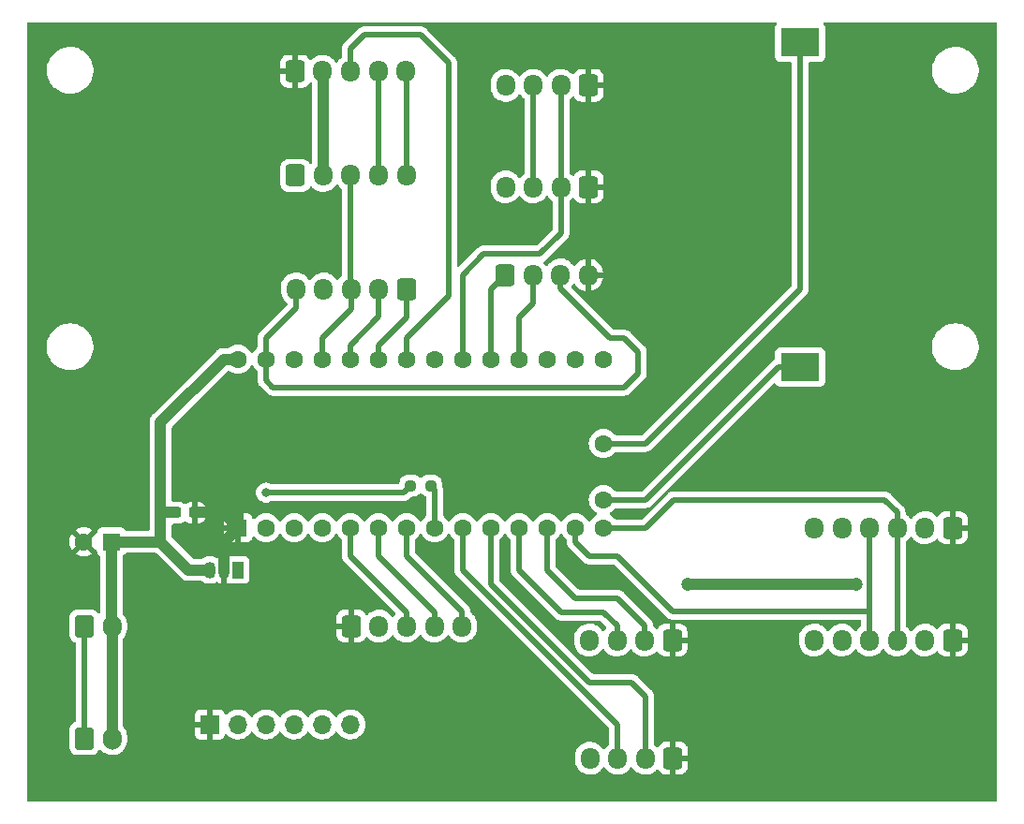
<source format=gtl>
G04 #@! TF.GenerationSoftware,KiCad,Pcbnew,6.0.11-2627ca5db0~126~ubuntu20.04.1*
G04 #@! TF.CreationDate,2023-03-12T13:33:37+01:00*
G04 #@! TF.ProjectId,Bobbycar_wiring,426f6262-7963-4617-925f-776972696e67,rev?*
G04 #@! TF.SameCoordinates,Original*
G04 #@! TF.FileFunction,Copper,L1,Top*
G04 #@! TF.FilePolarity,Positive*
%FSLAX46Y46*%
G04 Gerber Fmt 4.6, Leading zero omitted, Abs format (unit mm)*
G04 Created by KiCad (PCBNEW 6.0.11-2627ca5db0~126~ubuntu20.04.1) date 2023-03-12 13:33:37*
%MOMM*%
%LPD*%
G01*
G04 APERTURE LIST*
G04 Aperture macros list*
%AMRoundRect*
0 Rectangle with rounded corners*
0 $1 Rounding radius*
0 $2 $3 $4 $5 $6 $7 $8 $9 X,Y pos of 4 corners*
0 Add a 4 corners polygon primitive as box body*
4,1,4,$2,$3,$4,$5,$6,$7,$8,$9,$2,$3,0*
0 Add four circle primitives for the rounded corners*
1,1,$1+$1,$2,$3*
1,1,$1+$1,$4,$5*
1,1,$1+$1,$6,$7*
1,1,$1+$1,$8,$9*
0 Add four rect primitives between the rounded corners*
20,1,$1+$1,$2,$3,$4,$5,0*
20,1,$1+$1,$4,$5,$6,$7,0*
20,1,$1+$1,$6,$7,$8,$9,0*
20,1,$1+$1,$8,$9,$2,$3,0*%
G04 Aperture macros list end*
G04 #@! TA.AperFunction,ComponentPad*
%ADD10RoundRect,0.250000X0.600000X0.725000X-0.600000X0.725000X-0.600000X-0.725000X0.600000X-0.725000X0*%
G04 #@! TD*
G04 #@! TA.AperFunction,ComponentPad*
%ADD11O,1.700000X1.950000*%
G04 #@! TD*
G04 #@! TA.AperFunction,ComponentPad*
%ADD12RoundRect,0.250000X-0.600000X-0.725000X0.600000X-0.725000X0.600000X0.725000X-0.600000X0.725000X0*%
G04 #@! TD*
G04 #@! TA.AperFunction,SMDPad,CuDef*
%ADD13RoundRect,0.237500X-0.300000X-0.237500X0.300000X-0.237500X0.300000X0.237500X-0.300000X0.237500X0*%
G04 #@! TD*
G04 #@! TA.AperFunction,ComponentPad*
%ADD14R,1.700000X1.700000*%
G04 #@! TD*
G04 #@! TA.AperFunction,ComponentPad*
%ADD15O,1.700000X1.700000*%
G04 #@! TD*
G04 #@! TA.AperFunction,ComponentPad*
%ADD16O,1.700000X2.000000*%
G04 #@! TD*
G04 #@! TA.AperFunction,ComponentPad*
%ADD17RoundRect,0.250000X-0.600000X-0.750000X0.600000X-0.750000X0.600000X0.750000X-0.600000X0.750000X0*%
G04 #@! TD*
G04 #@! TA.AperFunction,SMDPad,CuDef*
%ADD18R,3.510000X2.540000*%
G04 #@! TD*
G04 #@! TA.AperFunction,ComponentPad*
%ADD19R,1.600000X1.600000*%
G04 #@! TD*
G04 #@! TA.AperFunction,ComponentPad*
%ADD20C,1.600000*%
G04 #@! TD*
G04 #@! TA.AperFunction,ComponentPad*
%ADD21R,1.050000X1.500000*%
G04 #@! TD*
G04 #@! TA.AperFunction,ComponentPad*
%ADD22O,1.050000X1.500000*%
G04 #@! TD*
G04 #@! TA.AperFunction,SMDPad,CuDef*
%ADD23RoundRect,0.237500X-0.250000X-0.237500X0.250000X-0.237500X0.250000X0.237500X-0.250000X0.237500X0*%
G04 #@! TD*
G04 #@! TA.AperFunction,ViaPad*
%ADD24C,1.200000*%
G04 #@! TD*
G04 #@! TA.AperFunction,ViaPad*
%ADD25C,0.800000*%
G04 #@! TD*
G04 #@! TA.AperFunction,Conductor*
%ADD26C,1.000000*%
G04 #@! TD*
G04 #@! TA.AperFunction,Conductor*
%ADD27C,0.500000*%
G04 #@! TD*
G04 APERTURE END LIST*
D10*
X105410000Y-64770000D03*
D11*
X102910000Y-64770000D03*
X100410000Y-64770000D03*
X97910000Y-64770000D03*
X95410000Y-64770000D03*
D12*
X114300000Y-63500000D03*
D11*
X116800000Y-63500000D03*
X119300000Y-63500000D03*
X121800000Y-63500000D03*
D13*
X84532500Y-84995000D03*
X86257500Y-84995000D03*
D14*
X87630000Y-104140000D03*
D15*
X90170000Y-104140000D03*
X92710000Y-104140000D03*
X95250000Y-104140000D03*
X97790000Y-104140000D03*
X100330000Y-104140000D03*
D12*
X100410000Y-95250000D03*
D11*
X102910000Y-95250000D03*
X105410000Y-95250000D03*
X107910000Y-95250000D03*
X110410000Y-95250000D03*
X114360000Y-46355000D03*
X116860000Y-46355000D03*
X119360000Y-46355000D03*
D10*
X121860000Y-46355000D03*
X129480000Y-107205000D03*
D11*
X126980000Y-107205000D03*
X124480000Y-107205000D03*
X121980000Y-107205000D03*
X105330000Y-45088000D03*
X102830000Y-45088000D03*
X100330000Y-45088000D03*
X97830000Y-45088000D03*
D12*
X95330000Y-45088000D03*
D10*
X129420000Y-96520000D03*
D11*
X126920000Y-96520000D03*
X124420000Y-96520000D03*
X121920000Y-96520000D03*
X105370000Y-54503000D03*
X102870000Y-54503000D03*
X100370000Y-54503000D03*
X97870000Y-54503000D03*
D12*
X95370000Y-54503000D03*
D16*
X78790000Y-95250000D03*
D17*
X76290000Y-95250000D03*
D10*
X121860000Y-55536000D03*
D11*
X119360000Y-55536000D03*
X116860000Y-55536000D03*
X114360000Y-55536000D03*
D18*
X140970000Y-42470000D03*
X140970000Y-71830000D03*
D19*
X90170000Y-86360000D03*
D20*
X92710000Y-86360000D03*
X95250000Y-86360000D03*
X97790000Y-86360000D03*
X100330000Y-86360000D03*
X102870000Y-86360000D03*
X105410000Y-86360000D03*
X107950000Y-86360000D03*
X110490000Y-86360000D03*
X113030000Y-86360000D03*
X115570000Y-86360000D03*
X118110000Y-86360000D03*
X120650000Y-86360000D03*
X123190000Y-86360000D03*
X123190000Y-83820000D03*
X123190000Y-78740000D03*
X123190000Y-71120000D03*
X120650000Y-71120000D03*
X118110000Y-71120000D03*
X115570000Y-71120000D03*
X113030000Y-71120000D03*
X110490000Y-71120000D03*
X107950000Y-71120000D03*
X105410000Y-71120000D03*
X102870000Y-71120000D03*
X100330000Y-71120000D03*
X97790000Y-71120000D03*
X95250000Y-71120000D03*
X92710000Y-71120000D03*
X90170000Y-71120000D03*
D10*
X154740000Y-86360000D03*
D11*
X152240000Y-86360000D03*
X149740000Y-86360000D03*
X147240000Y-86360000D03*
X144740000Y-86360000D03*
X142240000Y-86360000D03*
D21*
X90170000Y-90170000D03*
D22*
X88900000Y-90170000D03*
X87630000Y-90170000D03*
D16*
X78790000Y-105410000D03*
D17*
X76290000Y-105410000D03*
D10*
X154740000Y-96520000D03*
D11*
X152240000Y-96520000D03*
X149740000Y-96520000D03*
X147240000Y-96520000D03*
X144740000Y-96520000D03*
X142240000Y-96520000D03*
D20*
X76240000Y-87630000D03*
D19*
X78740000Y-87630000D03*
D23*
X105767500Y-82550000D03*
X107592500Y-82550000D03*
D24*
X80010000Y-57785000D03*
D25*
X92710000Y-83185000D03*
D24*
X128270000Y-67310000D03*
X90170000Y-78740000D03*
X146050000Y-91440000D03*
X130810000Y-91440000D03*
D26*
X83185000Y-87630000D02*
X85725000Y-90170000D01*
X85725000Y-90170000D02*
X87630000Y-90170000D01*
X83185000Y-76835000D02*
X83185000Y-85090000D01*
X83185000Y-85090000D02*
X83185000Y-87630000D01*
X84532500Y-84995000D02*
X83280000Y-84995000D01*
X83280000Y-84995000D02*
X83185000Y-85090000D01*
X86257500Y-84995000D02*
X88805000Y-84995000D01*
X88805000Y-84995000D02*
X90170000Y-86360000D01*
X78740000Y-87630000D02*
X83185000Y-87630000D01*
X90170000Y-71120000D02*
X88900000Y-71120000D01*
X88900000Y-71120000D02*
X83185000Y-76835000D01*
D27*
X100370000Y-54503000D02*
X100370000Y-64730000D01*
X100370000Y-64730000D02*
X100410000Y-64770000D01*
X116860000Y-55536000D02*
X116860000Y-46355000D01*
X119360000Y-55536000D02*
X119360000Y-46355000D01*
X117475000Y-61595000D02*
X119360000Y-59710000D01*
X119360000Y-59710000D02*
X119360000Y-55536000D01*
X95410000Y-66515000D02*
X92710000Y-69215000D01*
X95410000Y-64770000D02*
X95410000Y-66515000D01*
X92710000Y-69215000D02*
X92710000Y-71120000D01*
X100410000Y-66595000D02*
X97790000Y-69215000D01*
X100410000Y-64770000D02*
X100410000Y-66595000D01*
X97790000Y-69215000D02*
X97790000Y-71120000D01*
X102870000Y-69850000D02*
X105410000Y-67310000D01*
X102870000Y-71120000D02*
X102870000Y-69850000D01*
X105410000Y-67310000D02*
X105410000Y-64770000D01*
X100330000Y-71120000D02*
X100330000Y-69850000D01*
X100330000Y-69850000D02*
X102910000Y-67270000D01*
X102910000Y-67270000D02*
X102910000Y-64770000D01*
X100330000Y-45088000D02*
X100330000Y-43073000D01*
X100330000Y-43073000D02*
X101600000Y-41803000D01*
X109220000Y-44343000D02*
X109220000Y-65405000D01*
X101600000Y-41803000D02*
X106680000Y-41803000D01*
X106680000Y-41803000D02*
X109220000Y-44343000D01*
X109220000Y-65405000D02*
X105410000Y-69215000D01*
X105410000Y-69215000D02*
X105410000Y-71120000D01*
X117475000Y-61595000D02*
X112395000Y-61595000D01*
X112395000Y-61595000D02*
X110490000Y-63500000D01*
X110490000Y-63500000D02*
X110490000Y-71120000D01*
X119300000Y-63500000D02*
X119300000Y-64690000D01*
X93345000Y-73660000D02*
X92710000Y-73025000D01*
X119300000Y-64690000D02*
X123825000Y-69215000D01*
X125095000Y-73660000D02*
X93345000Y-73660000D01*
X123825000Y-69215000D02*
X125095000Y-69215000D01*
X126365000Y-70485000D02*
X126365000Y-72390000D01*
X126365000Y-72390000D02*
X125095000Y-73660000D01*
X125095000Y-69215000D02*
X126365000Y-70485000D01*
X92710000Y-73025000D02*
X92710000Y-71120000D01*
X115570000Y-67310000D02*
X116840000Y-66040000D01*
X115570000Y-71120000D02*
X115570000Y-67310000D01*
X116840000Y-66040000D02*
X116800000Y-66000000D01*
X116800000Y-66000000D02*
X116800000Y-63500000D01*
X113030000Y-71120000D02*
X113030000Y-64770000D01*
X113030000Y-64770000D02*
X114300000Y-63500000D01*
X92710000Y-83185000D02*
X105132500Y-83185000D01*
X105132500Y-83185000D02*
X105767500Y-82550000D01*
D26*
X78790000Y-95250000D02*
X78790000Y-105410000D01*
X78740000Y-87630000D02*
X78740000Y-95200000D01*
X90170000Y-86360000D02*
X90170000Y-78740000D01*
D27*
X107950000Y-86360000D02*
X107950000Y-82907500D01*
X107950000Y-82907500D02*
X107592500Y-82550000D01*
X110410000Y-95250000D02*
X110410000Y-93900000D01*
X110410000Y-93900000D02*
X105410000Y-88900000D01*
X105410000Y-86360000D02*
X105410000Y-88900000D01*
X102870000Y-88900000D02*
X107950000Y-93980000D01*
X102870000Y-86360000D02*
X102870000Y-88900000D01*
X107950000Y-93980000D02*
X107950000Y-95210000D01*
X107950000Y-95210000D02*
X107910000Y-95250000D01*
X105410000Y-93980000D02*
X100330000Y-88900000D01*
X105410000Y-95250000D02*
X105410000Y-93980000D01*
X100330000Y-88900000D02*
X100330000Y-86360000D01*
D26*
X90170000Y-86360000D02*
X88900000Y-87630000D01*
X88900000Y-87630000D02*
X88900000Y-90170000D01*
D27*
X110490000Y-86360000D02*
X110490000Y-90170000D01*
X110490000Y-90170000D02*
X124480000Y-104160000D01*
X124480000Y-104160000D02*
X124480000Y-107205000D01*
X125730000Y-100330000D02*
X121920000Y-100330000D01*
X126980000Y-101620000D02*
X127000000Y-101600000D01*
X126980000Y-107205000D02*
X126980000Y-101620000D01*
X127000000Y-101600000D02*
X125730000Y-100330000D01*
X121920000Y-100330000D02*
X113030000Y-91440000D01*
X113030000Y-91440000D02*
X113030000Y-86360000D01*
X140970000Y-71830000D02*
X138990000Y-71830000D01*
X138990000Y-71830000D02*
X127000000Y-83820000D01*
X123190000Y-78740000D02*
X127000000Y-78740000D01*
X127000000Y-78740000D02*
X140970000Y-64770000D01*
X140970000Y-64770000D02*
X140970000Y-42470000D01*
X76290000Y-105410000D02*
X76290000Y-95250000D01*
D26*
X97870000Y-54503000D02*
X97870000Y-45907000D01*
X97870000Y-45907000D02*
X97910000Y-45867000D01*
D27*
X105410000Y-45867000D02*
X105410000Y-54463000D01*
X105410000Y-54463000D02*
X105370000Y-54503000D01*
X102870000Y-54503000D02*
X102870000Y-45907000D01*
X102870000Y-45907000D02*
X102910000Y-45867000D01*
D26*
X121920000Y-55596000D02*
X121860000Y-55536000D01*
D27*
X127000000Y-83820000D02*
X123190000Y-83820000D01*
D26*
X127000000Y-74930000D02*
X114300000Y-74930000D01*
X128270000Y-67310000D02*
X128270000Y-73660000D01*
X114300000Y-74930000D02*
X110490000Y-78740000D01*
X128270000Y-73660000D02*
X127000000Y-74930000D01*
X110490000Y-78740000D02*
X90170000Y-78740000D01*
D27*
X127000000Y-86360000D02*
X123190000Y-86360000D01*
X149740000Y-84970000D02*
X148590000Y-83820000D01*
X148590000Y-83820000D02*
X129540000Y-83820000D01*
X149740000Y-86360000D02*
X149740000Y-84970000D01*
X129540000Y-83820000D02*
X127000000Y-86360000D01*
X149740000Y-86360000D02*
X149740000Y-96520000D01*
D26*
X146050000Y-91440000D02*
X130810000Y-91440000D01*
D27*
X147240000Y-93900000D02*
X147240000Y-88820000D01*
X121920000Y-88900000D02*
X124460000Y-88900000D01*
X147240000Y-88820000D02*
X147240000Y-86360000D01*
X147240000Y-96520000D02*
X147240000Y-93900000D01*
X124460000Y-88900000D02*
X129460000Y-93900000D01*
X129460000Y-93900000D02*
X147240000Y-93900000D01*
X120650000Y-86360000D02*
X120650000Y-87630000D01*
X120650000Y-87630000D02*
X121920000Y-88900000D01*
X118110000Y-90170000D02*
X120650000Y-92710000D01*
X124460000Y-92710000D02*
X126920000Y-95170000D01*
X118110000Y-86360000D02*
X118110000Y-90170000D01*
X126920000Y-95170000D02*
X126920000Y-96520000D01*
X120650000Y-92710000D02*
X124460000Y-92710000D01*
X123190000Y-93980000D02*
X124420000Y-95210000D01*
X115570000Y-86360000D02*
X115570000Y-90170000D01*
X124420000Y-95210000D02*
X124420000Y-96520000D01*
X115570000Y-90170000D02*
X119380000Y-93980000D01*
X119380000Y-93980000D02*
X123190000Y-93980000D01*
G04 #@! TA.AperFunction,Conductor*
G36*
X138815417Y-40660002D02*
G01*
X138861910Y-40713658D01*
X138872014Y-40783932D01*
X138848122Y-40841565D01*
X138764385Y-40953295D01*
X138713255Y-41089684D01*
X138706500Y-41151866D01*
X138706500Y-43788134D01*
X138713255Y-43850316D01*
X138764385Y-43986705D01*
X138851739Y-44103261D01*
X138968295Y-44190615D01*
X139104684Y-44241745D01*
X139166866Y-44248500D01*
X140085500Y-44248500D01*
X140153621Y-44268502D01*
X140200114Y-44322158D01*
X140211500Y-44374500D01*
X140211500Y-64403629D01*
X140191498Y-64471750D01*
X140174595Y-64492724D01*
X126722724Y-77944595D01*
X126660412Y-77978621D01*
X126633629Y-77981500D01*
X124321867Y-77981500D01*
X124253746Y-77961498D01*
X124218655Y-77927772D01*
X124196198Y-77895700D01*
X124034300Y-77733802D01*
X124029792Y-77730645D01*
X124029789Y-77730643D01*
X123951611Y-77675902D01*
X123846749Y-77602477D01*
X123841767Y-77600154D01*
X123841762Y-77600151D01*
X123644225Y-77508039D01*
X123644224Y-77508039D01*
X123639243Y-77505716D01*
X123633935Y-77504294D01*
X123633933Y-77504293D01*
X123423402Y-77447881D01*
X123423400Y-77447881D01*
X123418087Y-77446457D01*
X123190000Y-77426502D01*
X122961913Y-77446457D01*
X122956600Y-77447881D01*
X122956598Y-77447881D01*
X122746067Y-77504293D01*
X122746065Y-77504294D01*
X122740757Y-77505716D01*
X122735776Y-77508039D01*
X122735775Y-77508039D01*
X122538238Y-77600151D01*
X122538233Y-77600154D01*
X122533251Y-77602477D01*
X122428389Y-77675902D01*
X122350211Y-77730643D01*
X122350208Y-77730645D01*
X122345700Y-77733802D01*
X122183802Y-77895700D01*
X122052477Y-78083251D01*
X122050154Y-78088233D01*
X122050151Y-78088238D01*
X121958039Y-78285775D01*
X121955716Y-78290757D01*
X121896457Y-78511913D01*
X121876502Y-78740000D01*
X121896457Y-78968087D01*
X121955716Y-79189243D01*
X121958039Y-79194224D01*
X121958039Y-79194225D01*
X122050151Y-79391762D01*
X122050154Y-79391767D01*
X122052477Y-79396749D01*
X122183802Y-79584300D01*
X122345700Y-79746198D01*
X122350208Y-79749355D01*
X122350211Y-79749357D01*
X122428389Y-79804098D01*
X122533251Y-79877523D01*
X122538233Y-79879846D01*
X122538238Y-79879849D01*
X122735775Y-79971961D01*
X122740757Y-79974284D01*
X122746065Y-79975706D01*
X122746067Y-79975707D01*
X122956598Y-80032119D01*
X122956600Y-80032119D01*
X122961913Y-80033543D01*
X123190000Y-80053498D01*
X123418087Y-80033543D01*
X123423400Y-80032119D01*
X123423402Y-80032119D01*
X123633933Y-79975707D01*
X123633935Y-79975706D01*
X123639243Y-79974284D01*
X123644225Y-79971961D01*
X123841762Y-79879849D01*
X123841767Y-79879846D01*
X123846749Y-79877523D01*
X123951611Y-79804098D01*
X124029789Y-79749357D01*
X124029792Y-79749355D01*
X124034300Y-79746198D01*
X124196198Y-79584300D01*
X124218655Y-79552229D01*
X124274110Y-79507901D01*
X124321867Y-79498500D01*
X126932930Y-79498500D01*
X126951880Y-79499933D01*
X126966115Y-79502099D01*
X126966119Y-79502099D01*
X126973349Y-79503199D01*
X126980641Y-79502606D01*
X126980644Y-79502606D01*
X127026018Y-79498915D01*
X127036233Y-79498500D01*
X127044293Y-79498500D01*
X127057583Y-79496951D01*
X127072507Y-79495211D01*
X127076882Y-79494778D01*
X127142339Y-79489454D01*
X127142342Y-79489453D01*
X127149637Y-79488860D01*
X127156601Y-79486604D01*
X127162560Y-79485413D01*
X127168415Y-79484029D01*
X127175681Y-79483182D01*
X127244327Y-79458265D01*
X127248455Y-79456848D01*
X127310936Y-79436607D01*
X127310938Y-79436606D01*
X127317899Y-79434351D01*
X127324154Y-79430555D01*
X127329628Y-79428049D01*
X127335058Y-79425330D01*
X127341937Y-79422833D01*
X127374846Y-79401257D01*
X127402976Y-79382814D01*
X127406680Y-79380477D01*
X127469107Y-79342595D01*
X127477484Y-79335197D01*
X127477508Y-79335224D01*
X127480500Y-79332571D01*
X127483733Y-79329868D01*
X127489852Y-79325856D01*
X127543128Y-79269617D01*
X127545506Y-79267175D01*
X141458911Y-65353770D01*
X141473323Y-65341384D01*
X141484918Y-65332851D01*
X141484923Y-65332846D01*
X141490818Y-65328508D01*
X141495557Y-65322930D01*
X141495560Y-65322927D01*
X141525035Y-65288232D01*
X141531965Y-65280716D01*
X141537660Y-65275021D01*
X141555281Y-65252749D01*
X141558072Y-65249345D01*
X141600591Y-65199297D01*
X141600592Y-65199295D01*
X141605333Y-65193715D01*
X141608661Y-65187199D01*
X141612020Y-65182162D01*
X141615194Y-65177023D01*
X141619734Y-65171284D01*
X141650636Y-65105163D01*
X141652569Y-65101209D01*
X141680109Y-65047276D01*
X141685769Y-65036192D01*
X141687510Y-65029076D01*
X141689604Y-65023446D01*
X141691523Y-65017679D01*
X141694621Y-65011050D01*
X141709483Y-64939600D01*
X141710453Y-64935315D01*
X141712130Y-64928463D01*
X141727808Y-64864390D01*
X141728500Y-64853236D01*
X141728536Y-64853238D01*
X141728775Y-64849248D01*
X141729150Y-64845050D01*
X141730640Y-64837885D01*
X141728546Y-64760479D01*
X141728500Y-64757072D01*
X141728500Y-45132703D01*
X152890743Y-45132703D01*
X152891302Y-45136947D01*
X152891302Y-45136951D01*
X152900351Y-45205682D01*
X152928268Y-45417734D01*
X152929401Y-45421874D01*
X152929401Y-45421876D01*
X152941855Y-45467400D01*
X153004129Y-45695036D01*
X153005813Y-45698984D01*
X153078677Y-45869809D01*
X153116923Y-45959476D01*
X153183775Y-46071178D01*
X153239043Y-46163523D01*
X153264561Y-46206161D01*
X153444313Y-46430528D01*
X153494152Y-46477823D01*
X153596237Y-46574698D01*
X153652851Y-46628423D01*
X153886317Y-46796186D01*
X153890112Y-46798195D01*
X153890113Y-46798196D01*
X153911869Y-46809715D01*
X154140392Y-46930712D01*
X154410373Y-47029511D01*
X154691264Y-47090755D01*
X154719841Y-47093004D01*
X154914282Y-47108307D01*
X154914291Y-47108307D01*
X154916739Y-47108500D01*
X155072271Y-47108500D01*
X155074407Y-47108354D01*
X155074418Y-47108354D01*
X155282548Y-47094165D01*
X155282554Y-47094164D01*
X155286825Y-47093873D01*
X155291020Y-47093004D01*
X155291022Y-47093004D01*
X155489574Y-47051886D01*
X155568342Y-47035574D01*
X155839343Y-46939607D01*
X156094812Y-46807750D01*
X156098313Y-46805289D01*
X156098317Y-46805287D01*
X156241851Y-46704409D01*
X156330023Y-46642441D01*
X156437008Y-46543024D01*
X156537479Y-46449661D01*
X156537481Y-46449658D01*
X156540622Y-46446740D01*
X156722713Y-46224268D01*
X156872927Y-45979142D01*
X156884073Y-45953752D01*
X156986757Y-45719830D01*
X156988483Y-45715898D01*
X157067244Y-45439406D01*
X157107751Y-45154784D01*
X157107845Y-45136951D01*
X157109235Y-44871583D01*
X157109235Y-44871576D01*
X157109257Y-44867297D01*
X157104965Y-44834692D01*
X157072292Y-44586522D01*
X157071732Y-44582266D01*
X156995871Y-44304964D01*
X156979288Y-44266086D01*
X156884763Y-44044476D01*
X156884761Y-44044472D01*
X156883077Y-44040524D01*
X156796098Y-43895193D01*
X156737643Y-43797521D01*
X156737640Y-43797517D01*
X156735439Y-43793839D01*
X156555687Y-43569472D01*
X156347149Y-43371577D01*
X156113683Y-43203814D01*
X156091843Y-43192250D01*
X156068654Y-43179972D01*
X155859608Y-43069288D01*
X155656131Y-42994826D01*
X155593658Y-42971964D01*
X155593656Y-42971963D01*
X155589627Y-42970489D01*
X155308736Y-42909245D01*
X155277685Y-42906801D01*
X155085718Y-42891693D01*
X155085709Y-42891693D01*
X155083261Y-42891500D01*
X154927729Y-42891500D01*
X154925593Y-42891646D01*
X154925582Y-42891646D01*
X154717452Y-42905835D01*
X154717446Y-42905836D01*
X154713175Y-42906127D01*
X154708980Y-42906996D01*
X154708978Y-42906996D01*
X154572417Y-42935276D01*
X154431658Y-42964426D01*
X154160657Y-43060393D01*
X153905188Y-43192250D01*
X153901687Y-43194711D01*
X153901683Y-43194713D01*
X153891594Y-43201804D01*
X153669977Y-43357559D01*
X153459378Y-43553260D01*
X153277287Y-43775732D01*
X153127073Y-44020858D01*
X153125347Y-44024791D01*
X153125346Y-44024792D01*
X153041813Y-44215086D01*
X153011517Y-44284102D01*
X153010342Y-44288229D01*
X153010341Y-44288230D01*
X153005574Y-44304964D01*
X152932756Y-44560594D01*
X152929672Y-44582266D01*
X152894255Y-44831124D01*
X152892249Y-44845216D01*
X152892227Y-44849505D01*
X152892226Y-44849512D01*
X152890765Y-45128417D01*
X152890743Y-45132703D01*
X141728500Y-45132703D01*
X141728500Y-44374500D01*
X141748502Y-44306379D01*
X141802158Y-44259886D01*
X141854500Y-44248500D01*
X142773134Y-44248500D01*
X142835316Y-44241745D01*
X142971705Y-44190615D01*
X143088261Y-44103261D01*
X143175615Y-43986705D01*
X143226745Y-43850316D01*
X143233500Y-43788134D01*
X143233500Y-41151866D01*
X143226745Y-41089684D01*
X143175615Y-40953295D01*
X143091878Y-40841565D01*
X143067030Y-40775059D01*
X143082083Y-40705676D01*
X143132257Y-40655446D01*
X143192704Y-40640000D01*
X158624000Y-40640000D01*
X158692121Y-40660002D01*
X158738614Y-40713658D01*
X158750000Y-40766000D01*
X158750000Y-110999000D01*
X158729998Y-111067121D01*
X158676342Y-111113614D01*
X158624000Y-111125000D01*
X71246000Y-111125000D01*
X71177879Y-111104998D01*
X71131386Y-111051342D01*
X71120000Y-110999000D01*
X71120000Y-106210400D01*
X74931500Y-106210400D01*
X74931837Y-106213646D01*
X74931837Y-106213650D01*
X74933086Y-106225681D01*
X74942474Y-106316166D01*
X74944655Y-106322702D01*
X74944655Y-106322704D01*
X74976090Y-106416925D01*
X74998450Y-106483946D01*
X75091522Y-106634348D01*
X75216697Y-106759305D01*
X75222927Y-106763145D01*
X75222928Y-106763146D01*
X75360090Y-106847694D01*
X75367262Y-106852115D01*
X75402938Y-106863948D01*
X75528611Y-106905632D01*
X75528613Y-106905632D01*
X75535139Y-106907797D01*
X75541975Y-106908497D01*
X75541978Y-106908498D01*
X75577663Y-106912154D01*
X75639600Y-106918500D01*
X76940400Y-106918500D01*
X76943646Y-106918163D01*
X76943650Y-106918163D01*
X77039308Y-106908238D01*
X77039312Y-106908237D01*
X77046166Y-106907526D01*
X77052702Y-106905345D01*
X77052704Y-106905345D01*
X77184806Y-106861272D01*
X77213946Y-106851550D01*
X77364348Y-106758478D01*
X77489305Y-106633303D01*
X77579081Y-106487660D01*
X77631852Y-106440168D01*
X77701924Y-106428744D01*
X77767048Y-106457018D01*
X77777510Y-106466805D01*
X77816917Y-106508114D01*
X77886576Y-106581135D01*
X78071542Y-106718754D01*
X78076293Y-106721170D01*
X78076297Y-106721172D01*
X78139481Y-106753296D01*
X78277051Y-106823240D01*
X78282145Y-106824822D01*
X78282148Y-106824823D01*
X78482020Y-106886885D01*
X78497227Y-106891607D01*
X78502516Y-106892308D01*
X78720489Y-106921198D01*
X78720494Y-106921198D01*
X78725774Y-106921898D01*
X78731103Y-106921698D01*
X78731105Y-106921698D01*
X78840966Y-106917573D01*
X78956158Y-106913249D01*
X78978802Y-106908498D01*
X79176572Y-106867002D01*
X79181791Y-106865907D01*
X79186750Y-106863949D01*
X79186752Y-106863948D01*
X79391256Y-106783185D01*
X79391258Y-106783184D01*
X79396221Y-106781224D01*
X79432343Y-106759305D01*
X79588757Y-106664390D01*
X79588756Y-106664390D01*
X79593317Y-106661623D01*
X79633134Y-106627072D01*
X79763412Y-106514023D01*
X79763414Y-106514021D01*
X79767445Y-106510523D01*
X79844191Y-106416925D01*
X79910240Y-106336373D01*
X79910244Y-106336367D01*
X79913624Y-106332245D01*
X79922075Y-106317400D01*
X80025032Y-106136529D01*
X80027675Y-106131886D01*
X80106337Y-105915175D01*
X80111414Y-105887099D01*
X80146623Y-105692392D01*
X80146624Y-105692385D01*
X80147361Y-105688308D01*
X80148500Y-105664156D01*
X80148500Y-105202110D01*
X80141299Y-105117240D01*
X80134371Y-105035591D01*
X80134370Y-105035587D01*
X80134292Y-105034669D01*
X86272001Y-105034669D01*
X86272371Y-105041490D01*
X86277895Y-105092352D01*
X86281521Y-105107604D01*
X86326676Y-105228054D01*
X86335214Y-105243649D01*
X86411715Y-105345724D01*
X86424276Y-105358285D01*
X86526351Y-105434786D01*
X86541946Y-105443324D01*
X86662394Y-105488478D01*
X86677649Y-105492105D01*
X86728514Y-105497631D01*
X86735328Y-105498000D01*
X87357885Y-105498000D01*
X87373124Y-105493525D01*
X87374329Y-105492135D01*
X87376000Y-105484452D01*
X87376000Y-105479884D01*
X87884000Y-105479884D01*
X87888475Y-105495123D01*
X87889865Y-105496328D01*
X87897548Y-105497999D01*
X88524669Y-105497999D01*
X88531490Y-105497629D01*
X88582352Y-105492105D01*
X88597604Y-105488479D01*
X88718054Y-105443324D01*
X88733649Y-105434786D01*
X88835724Y-105358285D01*
X88848285Y-105345724D01*
X88924786Y-105243649D01*
X88933324Y-105228054D01*
X88974225Y-105118952D01*
X89016867Y-105062188D01*
X89083428Y-105037488D01*
X89152777Y-105052696D01*
X89187444Y-105080684D01*
X89212865Y-105110031D01*
X89212869Y-105110035D01*
X89216250Y-105113938D01*
X89388126Y-105256632D01*
X89581000Y-105369338D01*
X89789692Y-105449030D01*
X89794760Y-105450061D01*
X89794763Y-105450062D01*
X89902017Y-105471883D01*
X90008597Y-105493567D01*
X90013772Y-105493757D01*
X90013774Y-105493757D01*
X90226673Y-105501564D01*
X90226677Y-105501564D01*
X90231837Y-105501753D01*
X90236957Y-105501097D01*
X90236959Y-105501097D01*
X90448288Y-105474025D01*
X90448289Y-105474025D01*
X90453416Y-105473368D01*
X90458366Y-105471883D01*
X90662429Y-105410661D01*
X90662434Y-105410659D01*
X90667384Y-105409174D01*
X90867994Y-105310896D01*
X91049860Y-105181173D01*
X91208096Y-105023489D01*
X91338453Y-104842077D01*
X91339776Y-104843028D01*
X91386645Y-104799857D01*
X91456580Y-104787625D01*
X91522026Y-104815144D01*
X91549875Y-104846994D01*
X91609987Y-104945088D01*
X91756250Y-105113938D01*
X91928126Y-105256632D01*
X92121000Y-105369338D01*
X92329692Y-105449030D01*
X92334760Y-105450061D01*
X92334763Y-105450062D01*
X92442017Y-105471883D01*
X92548597Y-105493567D01*
X92553772Y-105493757D01*
X92553774Y-105493757D01*
X92766673Y-105501564D01*
X92766677Y-105501564D01*
X92771837Y-105501753D01*
X92776957Y-105501097D01*
X92776959Y-105501097D01*
X92988288Y-105474025D01*
X92988289Y-105474025D01*
X92993416Y-105473368D01*
X92998366Y-105471883D01*
X93202429Y-105410661D01*
X93202434Y-105410659D01*
X93207384Y-105409174D01*
X93407994Y-105310896D01*
X93589860Y-105181173D01*
X93748096Y-105023489D01*
X93878453Y-104842077D01*
X93879776Y-104843028D01*
X93926645Y-104799857D01*
X93996580Y-104787625D01*
X94062026Y-104815144D01*
X94089875Y-104846994D01*
X94149987Y-104945088D01*
X94296250Y-105113938D01*
X94468126Y-105256632D01*
X94661000Y-105369338D01*
X94869692Y-105449030D01*
X94874760Y-105450061D01*
X94874763Y-105450062D01*
X94982017Y-105471883D01*
X95088597Y-105493567D01*
X95093772Y-105493757D01*
X95093774Y-105493757D01*
X95306673Y-105501564D01*
X95306677Y-105501564D01*
X95311837Y-105501753D01*
X95316957Y-105501097D01*
X95316959Y-105501097D01*
X95528288Y-105474025D01*
X95528289Y-105474025D01*
X95533416Y-105473368D01*
X95538366Y-105471883D01*
X95742429Y-105410661D01*
X95742434Y-105410659D01*
X95747384Y-105409174D01*
X95947994Y-105310896D01*
X96129860Y-105181173D01*
X96288096Y-105023489D01*
X96418453Y-104842077D01*
X96419776Y-104843028D01*
X96466645Y-104799857D01*
X96536580Y-104787625D01*
X96602026Y-104815144D01*
X96629875Y-104846994D01*
X96689987Y-104945088D01*
X96836250Y-105113938D01*
X97008126Y-105256632D01*
X97201000Y-105369338D01*
X97409692Y-105449030D01*
X97414760Y-105450061D01*
X97414763Y-105450062D01*
X97522017Y-105471883D01*
X97628597Y-105493567D01*
X97633772Y-105493757D01*
X97633774Y-105493757D01*
X97846673Y-105501564D01*
X97846677Y-105501564D01*
X97851837Y-105501753D01*
X97856957Y-105501097D01*
X97856959Y-105501097D01*
X98068288Y-105474025D01*
X98068289Y-105474025D01*
X98073416Y-105473368D01*
X98078366Y-105471883D01*
X98282429Y-105410661D01*
X98282434Y-105410659D01*
X98287384Y-105409174D01*
X98487994Y-105310896D01*
X98669860Y-105181173D01*
X98828096Y-105023489D01*
X98958453Y-104842077D01*
X98959776Y-104843028D01*
X99006645Y-104799857D01*
X99076580Y-104787625D01*
X99142026Y-104815144D01*
X99169875Y-104846994D01*
X99229987Y-104945088D01*
X99376250Y-105113938D01*
X99548126Y-105256632D01*
X99741000Y-105369338D01*
X99949692Y-105449030D01*
X99954760Y-105450061D01*
X99954763Y-105450062D01*
X100062017Y-105471883D01*
X100168597Y-105493567D01*
X100173772Y-105493757D01*
X100173774Y-105493757D01*
X100386673Y-105501564D01*
X100386677Y-105501564D01*
X100391837Y-105501753D01*
X100396957Y-105501097D01*
X100396959Y-105501097D01*
X100608288Y-105474025D01*
X100608289Y-105474025D01*
X100613416Y-105473368D01*
X100618366Y-105471883D01*
X100822429Y-105410661D01*
X100822434Y-105410659D01*
X100827384Y-105409174D01*
X101027994Y-105310896D01*
X101209860Y-105181173D01*
X101368096Y-105023489D01*
X101498453Y-104842077D01*
X101519320Y-104799857D01*
X101595136Y-104646453D01*
X101595137Y-104646451D01*
X101597430Y-104641811D01*
X101662370Y-104428069D01*
X101691529Y-104206590D01*
X101691611Y-104203240D01*
X101693074Y-104143365D01*
X101693074Y-104143361D01*
X101693156Y-104140000D01*
X101674852Y-103917361D01*
X101620431Y-103700702D01*
X101531354Y-103495840D01*
X101410014Y-103308277D01*
X101259670Y-103143051D01*
X101255619Y-103139852D01*
X101255615Y-103139848D01*
X101088414Y-103007800D01*
X101088410Y-103007798D01*
X101084359Y-103004598D01*
X100888789Y-102896638D01*
X100883920Y-102894914D01*
X100883916Y-102894912D01*
X100683087Y-102823795D01*
X100683083Y-102823794D01*
X100678212Y-102822069D01*
X100673119Y-102821162D01*
X100673116Y-102821161D01*
X100463373Y-102783800D01*
X100463367Y-102783799D01*
X100458284Y-102782894D01*
X100384452Y-102781992D01*
X100240081Y-102780228D01*
X100240079Y-102780228D01*
X100234911Y-102780165D01*
X100014091Y-102813955D01*
X99801756Y-102883357D01*
X99603607Y-102986507D01*
X99599474Y-102989610D01*
X99599471Y-102989612D01*
X99516450Y-103051946D01*
X99424965Y-103120635D01*
X99270629Y-103282138D01*
X99163201Y-103439621D01*
X99108293Y-103484621D01*
X99037768Y-103492792D01*
X98974021Y-103461538D01*
X98953324Y-103437054D01*
X98872822Y-103312617D01*
X98872820Y-103312614D01*
X98870014Y-103308277D01*
X98719670Y-103143051D01*
X98715619Y-103139852D01*
X98715615Y-103139848D01*
X98548414Y-103007800D01*
X98548410Y-103007798D01*
X98544359Y-103004598D01*
X98348789Y-102896638D01*
X98343920Y-102894914D01*
X98343916Y-102894912D01*
X98143087Y-102823795D01*
X98143083Y-102823794D01*
X98138212Y-102822069D01*
X98133119Y-102821162D01*
X98133116Y-102821161D01*
X97923373Y-102783800D01*
X97923367Y-102783799D01*
X97918284Y-102782894D01*
X97844452Y-102781992D01*
X97700081Y-102780228D01*
X97700079Y-102780228D01*
X97694911Y-102780165D01*
X97474091Y-102813955D01*
X97261756Y-102883357D01*
X97063607Y-102986507D01*
X97059474Y-102989610D01*
X97059471Y-102989612D01*
X96976450Y-103051946D01*
X96884965Y-103120635D01*
X96730629Y-103282138D01*
X96623201Y-103439621D01*
X96568293Y-103484621D01*
X96497768Y-103492792D01*
X96434021Y-103461538D01*
X96413324Y-103437054D01*
X96332822Y-103312617D01*
X96332820Y-103312614D01*
X96330014Y-103308277D01*
X96179670Y-103143051D01*
X96175619Y-103139852D01*
X96175615Y-103139848D01*
X96008414Y-103007800D01*
X96008410Y-103007798D01*
X96004359Y-103004598D01*
X95808789Y-102896638D01*
X95803920Y-102894914D01*
X95803916Y-102894912D01*
X95603087Y-102823795D01*
X95603083Y-102823794D01*
X95598212Y-102822069D01*
X95593119Y-102821162D01*
X95593116Y-102821161D01*
X95383373Y-102783800D01*
X95383367Y-102783799D01*
X95378284Y-102782894D01*
X95304452Y-102781992D01*
X95160081Y-102780228D01*
X95160079Y-102780228D01*
X95154911Y-102780165D01*
X94934091Y-102813955D01*
X94721756Y-102883357D01*
X94523607Y-102986507D01*
X94519474Y-102989610D01*
X94519471Y-102989612D01*
X94436450Y-103051946D01*
X94344965Y-103120635D01*
X94190629Y-103282138D01*
X94083201Y-103439621D01*
X94028293Y-103484621D01*
X93957768Y-103492792D01*
X93894021Y-103461538D01*
X93873324Y-103437054D01*
X93792822Y-103312617D01*
X93792820Y-103312614D01*
X93790014Y-103308277D01*
X93639670Y-103143051D01*
X93635619Y-103139852D01*
X93635615Y-103139848D01*
X93468414Y-103007800D01*
X93468410Y-103007798D01*
X93464359Y-103004598D01*
X93268789Y-102896638D01*
X93263920Y-102894914D01*
X93263916Y-102894912D01*
X93063087Y-102823795D01*
X93063083Y-102823794D01*
X93058212Y-102822069D01*
X93053119Y-102821162D01*
X93053116Y-102821161D01*
X92843373Y-102783800D01*
X92843367Y-102783799D01*
X92838284Y-102782894D01*
X92764452Y-102781992D01*
X92620081Y-102780228D01*
X92620079Y-102780228D01*
X92614911Y-102780165D01*
X92394091Y-102813955D01*
X92181756Y-102883357D01*
X91983607Y-102986507D01*
X91979474Y-102989610D01*
X91979471Y-102989612D01*
X91896450Y-103051946D01*
X91804965Y-103120635D01*
X91650629Y-103282138D01*
X91543201Y-103439621D01*
X91488293Y-103484621D01*
X91417768Y-103492792D01*
X91354021Y-103461538D01*
X91333324Y-103437054D01*
X91252822Y-103312617D01*
X91252820Y-103312614D01*
X91250014Y-103308277D01*
X91099670Y-103143051D01*
X91095619Y-103139852D01*
X91095615Y-103139848D01*
X90928414Y-103007800D01*
X90928410Y-103007798D01*
X90924359Y-103004598D01*
X90728789Y-102896638D01*
X90723920Y-102894914D01*
X90723916Y-102894912D01*
X90523087Y-102823795D01*
X90523083Y-102823794D01*
X90518212Y-102822069D01*
X90513119Y-102821162D01*
X90513116Y-102821161D01*
X90303373Y-102783800D01*
X90303367Y-102783799D01*
X90298284Y-102782894D01*
X90224452Y-102781992D01*
X90080081Y-102780228D01*
X90080079Y-102780228D01*
X90074911Y-102780165D01*
X89854091Y-102813955D01*
X89641756Y-102883357D01*
X89443607Y-102986507D01*
X89439474Y-102989610D01*
X89439471Y-102989612D01*
X89356450Y-103051946D01*
X89264965Y-103120635D01*
X89261393Y-103124373D01*
X89183898Y-103205466D01*
X89122374Y-103240895D01*
X89051462Y-103237438D01*
X88993676Y-103196192D01*
X88974823Y-103162644D01*
X88933324Y-103051946D01*
X88924786Y-103036351D01*
X88848285Y-102934276D01*
X88835724Y-102921715D01*
X88733649Y-102845214D01*
X88718054Y-102836676D01*
X88597606Y-102791522D01*
X88582351Y-102787895D01*
X88531486Y-102782369D01*
X88524672Y-102782000D01*
X87902115Y-102782000D01*
X87886876Y-102786475D01*
X87885671Y-102787865D01*
X87884000Y-102795548D01*
X87884000Y-105479884D01*
X87376000Y-105479884D01*
X87376000Y-104412115D01*
X87371525Y-104396876D01*
X87370135Y-104395671D01*
X87362452Y-104394000D01*
X86290116Y-104394000D01*
X86274877Y-104398475D01*
X86273672Y-104399865D01*
X86272001Y-104407548D01*
X86272001Y-105034669D01*
X80134292Y-105034669D01*
X80133920Y-105030280D01*
X80132582Y-105025125D01*
X80132581Y-105025119D01*
X80077343Y-104812297D01*
X80077342Y-104812293D01*
X80076001Y-104807128D01*
X79981312Y-104596925D01*
X79915123Y-104498611D01*
X79855542Y-104410111D01*
X79855539Y-104410107D01*
X79852559Y-104405681D01*
X79833331Y-104385525D01*
X79800783Y-104322429D01*
X79798500Y-104298553D01*
X79798500Y-103867885D01*
X86272000Y-103867885D01*
X86276475Y-103883124D01*
X86277865Y-103884329D01*
X86285548Y-103886000D01*
X87357885Y-103886000D01*
X87373124Y-103881525D01*
X87374329Y-103880135D01*
X87376000Y-103872452D01*
X87376000Y-102800116D01*
X87371525Y-102784877D01*
X87370135Y-102783672D01*
X87362452Y-102782001D01*
X86735331Y-102782001D01*
X86728510Y-102782371D01*
X86677648Y-102787895D01*
X86662396Y-102791521D01*
X86541946Y-102836676D01*
X86526351Y-102845214D01*
X86424276Y-102921715D01*
X86411715Y-102934276D01*
X86335214Y-103036351D01*
X86326676Y-103051946D01*
X86281522Y-103172394D01*
X86277895Y-103187649D01*
X86272369Y-103238514D01*
X86272000Y-103245328D01*
X86272000Y-103867885D01*
X79798500Y-103867885D01*
X79798500Y-96357701D01*
X79818502Y-96289580D01*
X79827066Y-96277810D01*
X79910240Y-96176373D01*
X79910244Y-96176367D01*
X79913624Y-96172245D01*
X79930494Y-96142610D01*
X79999095Y-96022095D01*
X99052001Y-96022095D01*
X99052338Y-96028614D01*
X99062257Y-96124206D01*
X99065149Y-96137600D01*
X99116588Y-96291784D01*
X99122761Y-96304962D01*
X99208063Y-96442807D01*
X99217099Y-96454208D01*
X99331829Y-96568739D01*
X99343240Y-96577751D01*
X99481243Y-96662816D01*
X99494424Y-96668963D01*
X99648710Y-96720138D01*
X99662086Y-96723005D01*
X99756438Y-96732672D01*
X99762854Y-96733000D01*
X100137885Y-96733000D01*
X100153124Y-96728525D01*
X100154329Y-96727135D01*
X100156000Y-96719452D01*
X100156000Y-95522115D01*
X100151525Y-95506876D01*
X100150135Y-95505671D01*
X100142452Y-95504000D01*
X99070116Y-95504000D01*
X99054877Y-95508475D01*
X99053672Y-95509865D01*
X99052001Y-95517548D01*
X99052001Y-96022095D01*
X79999095Y-96022095D01*
X80025032Y-95976529D01*
X80027675Y-95971886D01*
X80106337Y-95755175D01*
X80107652Y-95747905D01*
X80146623Y-95532392D01*
X80146624Y-95532385D01*
X80147361Y-95528308D01*
X80148296Y-95508475D01*
X80148430Y-95505644D01*
X80148430Y-95505637D01*
X80148500Y-95504156D01*
X80148500Y-95042110D01*
X80143050Y-94977885D01*
X99052000Y-94977885D01*
X99056475Y-94993124D01*
X99057865Y-94994329D01*
X99065548Y-94996000D01*
X100137885Y-94996000D01*
X100153124Y-94991525D01*
X100154329Y-94990135D01*
X100156000Y-94982452D01*
X100156000Y-93785116D01*
X100151525Y-93769877D01*
X100150135Y-93768672D01*
X100142452Y-93767001D01*
X99762905Y-93767001D01*
X99756386Y-93767338D01*
X99660794Y-93777257D01*
X99647400Y-93780149D01*
X99493216Y-93831588D01*
X99480038Y-93837761D01*
X99342193Y-93923063D01*
X99330792Y-93932099D01*
X99216261Y-94046829D01*
X99207249Y-94058240D01*
X99122184Y-94196243D01*
X99116037Y-94209424D01*
X99064862Y-94363710D01*
X99061995Y-94377086D01*
X99052328Y-94471438D01*
X99052000Y-94477855D01*
X99052000Y-94977885D01*
X80143050Y-94977885D01*
X80138623Y-94925706D01*
X80134371Y-94875591D01*
X80134370Y-94875587D01*
X80133920Y-94870280D01*
X80132582Y-94865125D01*
X80132581Y-94865119D01*
X80077343Y-94652297D01*
X80077342Y-94652293D01*
X80076001Y-94647128D01*
X80072761Y-94639934D01*
X80002213Y-94483323D01*
X79981312Y-94436925D01*
X79852559Y-94245681D01*
X79848878Y-94241823D01*
X79848873Y-94241816D01*
X79783330Y-94173109D01*
X79750783Y-94110013D01*
X79748500Y-94086138D01*
X79748500Y-88972275D01*
X79768502Y-88904154D01*
X79798935Y-88871449D01*
X79896081Y-88798642D01*
X79903261Y-88793261D01*
X79981449Y-88688935D01*
X80038308Y-88646420D01*
X80082275Y-88638500D01*
X82715075Y-88638500D01*
X82783196Y-88658502D01*
X82804170Y-88675405D01*
X84968149Y-90839384D01*
X84977251Y-90849527D01*
X85000968Y-90879025D01*
X85039446Y-90911312D01*
X85043062Y-90914467D01*
X85044888Y-90916123D01*
X85047074Y-90918309D01*
X85049454Y-90920264D01*
X85049464Y-90920273D01*
X85080268Y-90945576D01*
X85081283Y-90946418D01*
X85111212Y-90971531D01*
X85152474Y-91006154D01*
X85157148Y-91008723D01*
X85161261Y-91012102D01*
X85166698Y-91015017D01*
X85166699Y-91015018D01*
X85195230Y-91030316D01*
X85223558Y-91045505D01*
X85243047Y-91055955D01*
X85244177Y-91056568D01*
X85325787Y-91101433D01*
X85330869Y-91103045D01*
X85335563Y-91105562D01*
X85424531Y-91132762D01*
X85425559Y-91133082D01*
X85514306Y-91161235D01*
X85519602Y-91161829D01*
X85524698Y-91163387D01*
X85617257Y-91172790D01*
X85618393Y-91172911D01*
X85652008Y-91176681D01*
X85664730Y-91178108D01*
X85664734Y-91178108D01*
X85668227Y-91178500D01*
X85671754Y-91178500D01*
X85672739Y-91178555D01*
X85678419Y-91179002D01*
X85707825Y-91181989D01*
X85715337Y-91182752D01*
X85715339Y-91182752D01*
X85721462Y-91183374D01*
X85767108Y-91179059D01*
X85778967Y-91178500D01*
X86910287Y-91178500D01*
X86978408Y-91198502D01*
X86990598Y-91207412D01*
X86998900Y-91214280D01*
X87044528Y-91252027D01*
X87044531Y-91252029D01*
X87049278Y-91255956D01*
X87227565Y-91352356D01*
X87324373Y-91382323D01*
X87415293Y-91410468D01*
X87415296Y-91410469D01*
X87421180Y-91412290D01*
X87427305Y-91412934D01*
X87427306Y-91412934D01*
X87616622Y-91432832D01*
X87616623Y-91432832D01*
X87622750Y-91433476D01*
X87706014Y-91425898D01*
X87818457Y-91415665D01*
X87818460Y-91415664D01*
X87824596Y-91415106D01*
X87830502Y-91413368D01*
X87830506Y-91413367D01*
X88013120Y-91359620D01*
X88013119Y-91359620D01*
X88019029Y-91357881D01*
X88024486Y-91355028D01*
X88024489Y-91355027D01*
X88193181Y-91266838D01*
X88193185Y-91266835D01*
X88198645Y-91263981D01*
X88198897Y-91263779D01*
X88264912Y-91243799D01*
X88325885Y-91258959D01*
X88492342Y-91348962D01*
X88503647Y-91353714D01*
X88628692Y-91392422D01*
X88642795Y-91392628D01*
X88646000Y-91385873D01*
X88646000Y-90968134D01*
X89136500Y-90968134D01*
X89143255Y-91030316D01*
X89146029Y-91037715D01*
X89147856Y-91045400D01*
X89147416Y-91045505D01*
X89154000Y-91081820D01*
X89154000Y-91378986D01*
X89157973Y-91392517D01*
X89165768Y-91393637D01*
X89282933Y-91359154D01*
X89283440Y-91358949D01*
X89283724Y-91358921D01*
X89288841Y-91357415D01*
X89289127Y-91358388D01*
X89354094Y-91351975D01*
X89391131Y-91365246D01*
X89398295Y-91370615D01*
X89534684Y-91421745D01*
X89596866Y-91428500D01*
X90743134Y-91428500D01*
X90805316Y-91421745D01*
X90941705Y-91370615D01*
X91058261Y-91283261D01*
X91145615Y-91166705D01*
X91196745Y-91030316D01*
X91203500Y-90968134D01*
X91203500Y-89371866D01*
X91196745Y-89309684D01*
X91145615Y-89173295D01*
X91058261Y-89056739D01*
X90941705Y-88969385D01*
X90805316Y-88918255D01*
X90743134Y-88911500D01*
X89596866Y-88911500D01*
X89534684Y-88918255D01*
X89512336Y-88926633D01*
X89406699Y-88966234D01*
X89406696Y-88966236D01*
X89398295Y-88969385D01*
X89391112Y-88974768D01*
X89390247Y-88975242D01*
X89320890Y-88990411D01*
X89292478Y-88985087D01*
X89171307Y-88947578D01*
X89157205Y-88947372D01*
X89154000Y-88954127D01*
X89154000Y-89258180D01*
X89147416Y-89294495D01*
X89147856Y-89294600D01*
X89146029Y-89302284D01*
X89143255Y-89309684D01*
X89136500Y-89371866D01*
X89136500Y-90968134D01*
X88646000Y-90968134D01*
X88646000Y-90616242D01*
X88646785Y-90602197D01*
X88656223Y-90518058D01*
X88663500Y-90453183D01*
X88663500Y-89893996D01*
X88648723Y-89743287D01*
X88648032Y-89740998D01*
X88646000Y-89720276D01*
X88646000Y-88961014D01*
X88642027Y-88947483D01*
X88634232Y-88946363D01*
X88517068Y-88980846D01*
X88505700Y-88985439D01*
X88337093Y-89073584D01*
X88334017Y-89075597D01*
X88332178Y-89076154D01*
X88331630Y-89076440D01*
X88331576Y-89076336D01*
X88266064Y-89096161D01*
X88205094Y-89081001D01*
X88170648Y-89062376D01*
X88032435Y-88987644D01*
X87880558Y-88940630D01*
X87844707Y-88929532D01*
X87844704Y-88929531D01*
X87838820Y-88927710D01*
X87832695Y-88927066D01*
X87832694Y-88927066D01*
X87643378Y-88907168D01*
X87643377Y-88907168D01*
X87637250Y-88906524D01*
X87553986Y-88914102D01*
X87441543Y-88924335D01*
X87441540Y-88924336D01*
X87435404Y-88924894D01*
X87429498Y-88926632D01*
X87429494Y-88926633D01*
X87336079Y-88954127D01*
X87240971Y-88982119D01*
X87235514Y-88984972D01*
X87235511Y-88984973D01*
X87151163Y-89029069D01*
X87061355Y-89076019D01*
X87056555Y-89079879D01*
X87056554Y-89079879D01*
X86989618Y-89133697D01*
X86923996Y-89160793D01*
X86910666Y-89161500D01*
X86194924Y-89161500D01*
X86126803Y-89141498D01*
X86105829Y-89124595D01*
X84230405Y-87249171D01*
X84206104Y-87204669D01*
X88862001Y-87204669D01*
X88862371Y-87211490D01*
X88867895Y-87262352D01*
X88871521Y-87277604D01*
X88916676Y-87398054D01*
X88925214Y-87413649D01*
X89001715Y-87515724D01*
X89014276Y-87528285D01*
X89116351Y-87604786D01*
X89131946Y-87613324D01*
X89252394Y-87658478D01*
X89267649Y-87662105D01*
X89318514Y-87667631D01*
X89325328Y-87668000D01*
X89897885Y-87668000D01*
X89913124Y-87663525D01*
X89914329Y-87662135D01*
X89916000Y-87654452D01*
X89916000Y-87649884D01*
X90424000Y-87649884D01*
X90428475Y-87665123D01*
X90429865Y-87666328D01*
X90437548Y-87667999D01*
X91014669Y-87667999D01*
X91021490Y-87667629D01*
X91072352Y-87662105D01*
X91087604Y-87658479D01*
X91208054Y-87613324D01*
X91223649Y-87604786D01*
X91325724Y-87528285D01*
X91338285Y-87515724D01*
X91414786Y-87413649D01*
X91423324Y-87398054D01*
X91468478Y-87277606D01*
X91472104Y-87262357D01*
X91472479Y-87258904D01*
X91473522Y-87256394D01*
X91473932Y-87254669D01*
X91474211Y-87254735D01*
X91499719Y-87193341D01*
X91558080Y-87152912D01*
X91629034Y-87150454D01*
X91690054Y-87186747D01*
X91699344Y-87198240D01*
X91700641Y-87199786D01*
X91703802Y-87204300D01*
X91865700Y-87366198D01*
X91870208Y-87369355D01*
X91870211Y-87369357D01*
X91914797Y-87400576D01*
X92053251Y-87497523D01*
X92058233Y-87499846D01*
X92058238Y-87499849D01*
X92255775Y-87591961D01*
X92260757Y-87594284D01*
X92266065Y-87595706D01*
X92266067Y-87595707D01*
X92476598Y-87652119D01*
X92476600Y-87652119D01*
X92481913Y-87653543D01*
X92710000Y-87673498D01*
X92938087Y-87653543D01*
X92943400Y-87652119D01*
X92943402Y-87652119D01*
X93153933Y-87595707D01*
X93153935Y-87595706D01*
X93159243Y-87594284D01*
X93164225Y-87591961D01*
X93361762Y-87499849D01*
X93361767Y-87499846D01*
X93366749Y-87497523D01*
X93505203Y-87400576D01*
X93549789Y-87369357D01*
X93549792Y-87369355D01*
X93554300Y-87366198D01*
X93716198Y-87204300D01*
X93720442Y-87198240D01*
X93778579Y-87115211D01*
X93847523Y-87016749D01*
X93849846Y-87011767D01*
X93849849Y-87011762D01*
X93865805Y-86977543D01*
X93912722Y-86924258D01*
X93980999Y-86904797D01*
X94048959Y-86925339D01*
X94094195Y-86977543D01*
X94110151Y-87011762D01*
X94110154Y-87011767D01*
X94112477Y-87016749D01*
X94181421Y-87115211D01*
X94239559Y-87198240D01*
X94243802Y-87204300D01*
X94405700Y-87366198D01*
X94410208Y-87369355D01*
X94410211Y-87369357D01*
X94454797Y-87400576D01*
X94593251Y-87497523D01*
X94598233Y-87499846D01*
X94598238Y-87499849D01*
X94795775Y-87591961D01*
X94800757Y-87594284D01*
X94806065Y-87595706D01*
X94806067Y-87595707D01*
X95016598Y-87652119D01*
X95016600Y-87652119D01*
X95021913Y-87653543D01*
X95250000Y-87673498D01*
X95478087Y-87653543D01*
X95483400Y-87652119D01*
X95483402Y-87652119D01*
X95693933Y-87595707D01*
X95693935Y-87595706D01*
X95699243Y-87594284D01*
X95704225Y-87591961D01*
X95901762Y-87499849D01*
X95901767Y-87499846D01*
X95906749Y-87497523D01*
X96045203Y-87400576D01*
X96089789Y-87369357D01*
X96089792Y-87369355D01*
X96094300Y-87366198D01*
X96256198Y-87204300D01*
X96260442Y-87198240D01*
X96318579Y-87115211D01*
X96387523Y-87016749D01*
X96389846Y-87011767D01*
X96389849Y-87011762D01*
X96405805Y-86977543D01*
X96452722Y-86924258D01*
X96520999Y-86904797D01*
X96588959Y-86925339D01*
X96634195Y-86977543D01*
X96650151Y-87011762D01*
X96650154Y-87011767D01*
X96652477Y-87016749D01*
X96721421Y-87115211D01*
X96779559Y-87198240D01*
X96783802Y-87204300D01*
X96945700Y-87366198D01*
X96950208Y-87369355D01*
X96950211Y-87369357D01*
X96994797Y-87400576D01*
X97133251Y-87497523D01*
X97138233Y-87499846D01*
X97138238Y-87499849D01*
X97335775Y-87591961D01*
X97340757Y-87594284D01*
X97346065Y-87595706D01*
X97346067Y-87595707D01*
X97556598Y-87652119D01*
X97556600Y-87652119D01*
X97561913Y-87653543D01*
X97790000Y-87673498D01*
X98018087Y-87653543D01*
X98023400Y-87652119D01*
X98023402Y-87652119D01*
X98233933Y-87595707D01*
X98233935Y-87595706D01*
X98239243Y-87594284D01*
X98244225Y-87591961D01*
X98441762Y-87499849D01*
X98441767Y-87499846D01*
X98446749Y-87497523D01*
X98585203Y-87400576D01*
X98629789Y-87369357D01*
X98629792Y-87369355D01*
X98634300Y-87366198D01*
X98796198Y-87204300D01*
X98800442Y-87198240D01*
X98858579Y-87115211D01*
X98927523Y-87016749D01*
X98929846Y-87011767D01*
X98929849Y-87011762D01*
X98945805Y-86977543D01*
X98992722Y-86924258D01*
X99060999Y-86904797D01*
X99128959Y-86925339D01*
X99174195Y-86977543D01*
X99190151Y-87011762D01*
X99190154Y-87011767D01*
X99192477Y-87016749D01*
X99261421Y-87115211D01*
X99319559Y-87198240D01*
X99323802Y-87204300D01*
X99485700Y-87366198D01*
X99517771Y-87388655D01*
X99562099Y-87444110D01*
X99571500Y-87491867D01*
X99571500Y-88832930D01*
X99570067Y-88851880D01*
X99566801Y-88873349D01*
X99567394Y-88880641D01*
X99567394Y-88880644D01*
X99571085Y-88926018D01*
X99571500Y-88936233D01*
X99571500Y-88944293D01*
X99573049Y-88957583D01*
X99574789Y-88972507D01*
X99575222Y-88976882D01*
X99576323Y-88990411D01*
X99581140Y-89049637D01*
X99583396Y-89056601D01*
X99584587Y-89062560D01*
X99585971Y-89068415D01*
X99586818Y-89075681D01*
X99611735Y-89144327D01*
X99613152Y-89148455D01*
X99635649Y-89217899D01*
X99639445Y-89224154D01*
X99641951Y-89229628D01*
X99644670Y-89235058D01*
X99647167Y-89241937D01*
X99651180Y-89248057D01*
X99651180Y-89248058D01*
X99687186Y-89302976D01*
X99689523Y-89306680D01*
X99727405Y-89369107D01*
X99731121Y-89373315D01*
X99731122Y-89373316D01*
X99734803Y-89377484D01*
X99734776Y-89377508D01*
X99737429Y-89380500D01*
X99740132Y-89383733D01*
X99744144Y-89389852D01*
X99749456Y-89394884D01*
X99800383Y-89443128D01*
X99802825Y-89445506D01*
X104396550Y-94039231D01*
X104430576Y-94101543D01*
X104425511Y-94172358D01*
X104404889Y-94208217D01*
X104314683Y-94318232D01*
X104286376Y-94352755D01*
X104268448Y-94384250D01*
X104217368Y-94433555D01*
X104147738Y-94447417D01*
X104081667Y-94421434D01*
X104054427Y-94392284D01*
X103975539Y-94275108D01*
X103972559Y-94270681D01*
X103952934Y-94250108D01*
X103857797Y-94150380D01*
X103813424Y-94103865D01*
X103628458Y-93966246D01*
X103623707Y-93963830D01*
X103623703Y-93963828D01*
X103501155Y-93901522D01*
X103422949Y-93861760D01*
X103417855Y-93860178D01*
X103417852Y-93860177D01*
X103207871Y-93794976D01*
X103202773Y-93793393D01*
X103197484Y-93792692D01*
X102979511Y-93763802D01*
X102979506Y-93763802D01*
X102974226Y-93763102D01*
X102968897Y-93763302D01*
X102968895Y-93763302D01*
X102870368Y-93767001D01*
X102743842Y-93771751D01*
X102738623Y-93772846D01*
X102718849Y-93776995D01*
X102518209Y-93819093D01*
X102513250Y-93821051D01*
X102513248Y-93821052D01*
X102308744Y-93901815D01*
X102308742Y-93901816D01*
X102303779Y-93903776D01*
X102299220Y-93906543D01*
X102299217Y-93906544D01*
X102183141Y-93976981D01*
X102106683Y-94023377D01*
X102102653Y-94026874D01*
X101976206Y-94136599D01*
X101932555Y-94174477D01*
X101929168Y-94178608D01*
X101902994Y-94210529D01*
X101844334Y-94250524D01*
X101773364Y-94252455D01*
X101712616Y-94215710D01*
X101698416Y-94196941D01*
X101611937Y-94057193D01*
X101602901Y-94045792D01*
X101488171Y-93931261D01*
X101476760Y-93922249D01*
X101338757Y-93837184D01*
X101325576Y-93831037D01*
X101171290Y-93779862D01*
X101157914Y-93776995D01*
X101063562Y-93767328D01*
X101057145Y-93767000D01*
X100682115Y-93767000D01*
X100666876Y-93771475D01*
X100665671Y-93772865D01*
X100664000Y-93780548D01*
X100664000Y-96714884D01*
X100668475Y-96730123D01*
X100669865Y-96731328D01*
X100677548Y-96732999D01*
X101057095Y-96732999D01*
X101063614Y-96732662D01*
X101159206Y-96722743D01*
X101172600Y-96719851D01*
X101326784Y-96668412D01*
X101339962Y-96662239D01*
X101477807Y-96576937D01*
X101489208Y-96567901D01*
X101603739Y-96453171D01*
X101612753Y-96441757D01*
X101698723Y-96302287D01*
X101751495Y-96254793D01*
X101821566Y-96243369D01*
X101886690Y-96271643D01*
X101897149Y-96281426D01*
X102006576Y-96396135D01*
X102191542Y-96533754D01*
X102196293Y-96536170D01*
X102196297Y-96536172D01*
X102258704Y-96567901D01*
X102397051Y-96638240D01*
X102402145Y-96639822D01*
X102402148Y-96639823D01*
X102596690Y-96700230D01*
X102617227Y-96706607D01*
X102622516Y-96707308D01*
X102840489Y-96736198D01*
X102840494Y-96736198D01*
X102845774Y-96736898D01*
X102851103Y-96736698D01*
X102851105Y-96736698D01*
X102960966Y-96732573D01*
X103076158Y-96728249D01*
X103081468Y-96727135D01*
X103209697Y-96700230D01*
X103301791Y-96680907D01*
X103306750Y-96678949D01*
X103306752Y-96678948D01*
X103511256Y-96598185D01*
X103511258Y-96598184D01*
X103516221Y-96596224D01*
X103521047Y-96593296D01*
X103708757Y-96479390D01*
X103708756Y-96479390D01*
X103713317Y-96476623D01*
X103753497Y-96441757D01*
X103883412Y-96329023D01*
X103883414Y-96329021D01*
X103887445Y-96325523D01*
X103932285Y-96270837D01*
X104030240Y-96151373D01*
X104030244Y-96151367D01*
X104033624Y-96147245D01*
X104051552Y-96115750D01*
X104102632Y-96066445D01*
X104172262Y-96052583D01*
X104238333Y-96078566D01*
X104265573Y-96107716D01*
X104347441Y-96229319D01*
X104351120Y-96233176D01*
X104351122Y-96233178D01*
X104404714Y-96289356D01*
X104506576Y-96396135D01*
X104691542Y-96533754D01*
X104696293Y-96536170D01*
X104696297Y-96536172D01*
X104758704Y-96567901D01*
X104897051Y-96638240D01*
X104902145Y-96639822D01*
X104902148Y-96639823D01*
X105096690Y-96700230D01*
X105117227Y-96706607D01*
X105122516Y-96707308D01*
X105340489Y-96736198D01*
X105340494Y-96736198D01*
X105345774Y-96736898D01*
X105351103Y-96736698D01*
X105351105Y-96736698D01*
X105460966Y-96732573D01*
X105576158Y-96728249D01*
X105581468Y-96727135D01*
X105709697Y-96700230D01*
X105801791Y-96680907D01*
X105806750Y-96678949D01*
X105806752Y-96678948D01*
X106011256Y-96598185D01*
X106011258Y-96598184D01*
X106016221Y-96596224D01*
X106021047Y-96593296D01*
X106208757Y-96479390D01*
X106208756Y-96479390D01*
X106213317Y-96476623D01*
X106253497Y-96441757D01*
X106383412Y-96329023D01*
X106383414Y-96329021D01*
X106387445Y-96325523D01*
X106432285Y-96270837D01*
X106530240Y-96151373D01*
X106530244Y-96151367D01*
X106533624Y-96147245D01*
X106551552Y-96115750D01*
X106602632Y-96066445D01*
X106672262Y-96052583D01*
X106738333Y-96078566D01*
X106765573Y-96107716D01*
X106847441Y-96229319D01*
X106851120Y-96233176D01*
X106851122Y-96233178D01*
X106904714Y-96289356D01*
X107006576Y-96396135D01*
X107191542Y-96533754D01*
X107196293Y-96536170D01*
X107196297Y-96536172D01*
X107258704Y-96567901D01*
X107397051Y-96638240D01*
X107402145Y-96639822D01*
X107402148Y-96639823D01*
X107596690Y-96700230D01*
X107617227Y-96706607D01*
X107622516Y-96707308D01*
X107840489Y-96736198D01*
X107840494Y-96736198D01*
X107845774Y-96736898D01*
X107851103Y-96736698D01*
X107851105Y-96736698D01*
X107960966Y-96732573D01*
X108076158Y-96728249D01*
X108081468Y-96727135D01*
X108209697Y-96700230D01*
X108301791Y-96680907D01*
X108306750Y-96678949D01*
X108306752Y-96678948D01*
X108511256Y-96598185D01*
X108511258Y-96598184D01*
X108516221Y-96596224D01*
X108521047Y-96593296D01*
X108708757Y-96479390D01*
X108708756Y-96479390D01*
X108713317Y-96476623D01*
X108753497Y-96441757D01*
X108883412Y-96329023D01*
X108883414Y-96329021D01*
X108887445Y-96325523D01*
X108932285Y-96270837D01*
X109030240Y-96151373D01*
X109030244Y-96151367D01*
X109033624Y-96147245D01*
X109051552Y-96115750D01*
X109102632Y-96066445D01*
X109172262Y-96052583D01*
X109238333Y-96078566D01*
X109265573Y-96107716D01*
X109347441Y-96229319D01*
X109351120Y-96233176D01*
X109351122Y-96233178D01*
X109404714Y-96289356D01*
X109506576Y-96396135D01*
X109691542Y-96533754D01*
X109696293Y-96536170D01*
X109696297Y-96536172D01*
X109758704Y-96567901D01*
X109897051Y-96638240D01*
X109902145Y-96639822D01*
X109902148Y-96639823D01*
X110096690Y-96700230D01*
X110117227Y-96706607D01*
X110122516Y-96707308D01*
X110340489Y-96736198D01*
X110340494Y-96736198D01*
X110345774Y-96736898D01*
X110351103Y-96736698D01*
X110351105Y-96736698D01*
X110460966Y-96732573D01*
X110576158Y-96728249D01*
X110581468Y-96727135D01*
X110709697Y-96700230D01*
X110801791Y-96680907D01*
X110806750Y-96678949D01*
X110806752Y-96678948D01*
X111011256Y-96598185D01*
X111011258Y-96598184D01*
X111016221Y-96596224D01*
X111021047Y-96593296D01*
X111208757Y-96479390D01*
X111208756Y-96479390D01*
X111213317Y-96476623D01*
X111253497Y-96441757D01*
X111383412Y-96329023D01*
X111383414Y-96329021D01*
X111387445Y-96325523D01*
X111432285Y-96270837D01*
X111530240Y-96151373D01*
X111530244Y-96151367D01*
X111533624Y-96147245D01*
X111539115Y-96137600D01*
X111645032Y-95951529D01*
X111647675Y-95946886D01*
X111726337Y-95730175D01*
X111731151Y-95703555D01*
X111766623Y-95507392D01*
X111766624Y-95507385D01*
X111767361Y-95503308D01*
X111768500Y-95479156D01*
X111768500Y-95067110D01*
X111761969Y-94990135D01*
X111754371Y-94900591D01*
X111754370Y-94900587D01*
X111753920Y-94895280D01*
X111752582Y-94890125D01*
X111752581Y-94890119D01*
X111697343Y-94677297D01*
X111697342Y-94677293D01*
X111696001Y-94672128D01*
X111693634Y-94666872D01*
X111605597Y-94471438D01*
X111601312Y-94461925D01*
X111472559Y-94270681D01*
X111452934Y-94250108D01*
X111357797Y-94150380D01*
X111313424Y-94103865D01*
X111222908Y-94036519D01*
X111180195Y-93979809D01*
X111172371Y-93932092D01*
X111173199Y-93926651D01*
X111171509Y-93905866D01*
X111168915Y-93873982D01*
X111168500Y-93863767D01*
X111168500Y-93855707D01*
X111167339Y-93845743D01*
X111165624Y-93831037D01*
X111165209Y-93827480D01*
X111164778Y-93823121D01*
X111164610Y-93821052D01*
X111158860Y-93750364D01*
X111156605Y-93743403D01*
X111155418Y-93737463D01*
X111154029Y-93731588D01*
X111153182Y-93724319D01*
X111128264Y-93655670D01*
X111126847Y-93651542D01*
X111106607Y-93589064D01*
X111106606Y-93589062D01*
X111104351Y-93582101D01*
X111100555Y-93575846D01*
X111098049Y-93570372D01*
X111095330Y-93564942D01*
X111092833Y-93558063D01*
X111088820Y-93551942D01*
X111052814Y-93497024D01*
X111050467Y-93493305D01*
X111012595Y-93430893D01*
X111005197Y-93422516D01*
X111005224Y-93422492D01*
X111002571Y-93419500D01*
X110999868Y-93416267D01*
X110995856Y-93410148D01*
X110939617Y-93356872D01*
X110937175Y-93354494D01*
X106205405Y-88622724D01*
X106171379Y-88560412D01*
X106168500Y-88533629D01*
X106168500Y-87491867D01*
X106188502Y-87423746D01*
X106222228Y-87388655D01*
X106254300Y-87366198D01*
X106416198Y-87204300D01*
X106420442Y-87198240D01*
X106478579Y-87115211D01*
X106547523Y-87016749D01*
X106549846Y-87011767D01*
X106549849Y-87011762D01*
X106565805Y-86977543D01*
X106612722Y-86924258D01*
X106680999Y-86904797D01*
X106748959Y-86925339D01*
X106794195Y-86977543D01*
X106810151Y-87011762D01*
X106810154Y-87011767D01*
X106812477Y-87016749D01*
X106881421Y-87115211D01*
X106939559Y-87198240D01*
X106943802Y-87204300D01*
X107105700Y-87366198D01*
X107110208Y-87369355D01*
X107110211Y-87369357D01*
X107154797Y-87400576D01*
X107293251Y-87497523D01*
X107298233Y-87499846D01*
X107298238Y-87499849D01*
X107495775Y-87591961D01*
X107500757Y-87594284D01*
X107506065Y-87595706D01*
X107506067Y-87595707D01*
X107716598Y-87652119D01*
X107716600Y-87652119D01*
X107721913Y-87653543D01*
X107950000Y-87673498D01*
X108178087Y-87653543D01*
X108183400Y-87652119D01*
X108183402Y-87652119D01*
X108393933Y-87595707D01*
X108393935Y-87595706D01*
X108399243Y-87594284D01*
X108404225Y-87591961D01*
X108601762Y-87499849D01*
X108601767Y-87499846D01*
X108606749Y-87497523D01*
X108745203Y-87400576D01*
X108789789Y-87369357D01*
X108789792Y-87369355D01*
X108794300Y-87366198D01*
X108956198Y-87204300D01*
X108960442Y-87198240D01*
X109018579Y-87115211D01*
X109087523Y-87016749D01*
X109089846Y-87011767D01*
X109089849Y-87011762D01*
X109105805Y-86977543D01*
X109152722Y-86924258D01*
X109220999Y-86904797D01*
X109288959Y-86925339D01*
X109334195Y-86977543D01*
X109350151Y-87011762D01*
X109350154Y-87011767D01*
X109352477Y-87016749D01*
X109421421Y-87115211D01*
X109479559Y-87198240D01*
X109483802Y-87204300D01*
X109645700Y-87366198D01*
X109677771Y-87388655D01*
X109722099Y-87444110D01*
X109731500Y-87491867D01*
X109731500Y-90102930D01*
X109730067Y-90121880D01*
X109726801Y-90143349D01*
X109727394Y-90150641D01*
X109727394Y-90150644D01*
X109731085Y-90196018D01*
X109731500Y-90206233D01*
X109731500Y-90214293D01*
X109731925Y-90217937D01*
X109734789Y-90242507D01*
X109735222Y-90246882D01*
X109741140Y-90319637D01*
X109743396Y-90326601D01*
X109744587Y-90332560D01*
X109745971Y-90338415D01*
X109746818Y-90345681D01*
X109771735Y-90414327D01*
X109773152Y-90418455D01*
X109795649Y-90487899D01*
X109799445Y-90494154D01*
X109801951Y-90499628D01*
X109804670Y-90505058D01*
X109807167Y-90511937D01*
X109811180Y-90518057D01*
X109811180Y-90518058D01*
X109847186Y-90572976D01*
X109849523Y-90576680D01*
X109887405Y-90639107D01*
X109891121Y-90643315D01*
X109891122Y-90643316D01*
X109894803Y-90647484D01*
X109894776Y-90647508D01*
X109897429Y-90650500D01*
X109900132Y-90653733D01*
X109904144Y-90659852D01*
X109909456Y-90664884D01*
X109960383Y-90713128D01*
X109962825Y-90715506D01*
X123684595Y-104437276D01*
X123718621Y-104499588D01*
X123721500Y-104526371D01*
X123721500Y-105882192D01*
X123701498Y-105950313D01*
X123675897Y-105977471D01*
X123676683Y-105978377D01*
X123579484Y-106062722D01*
X123502555Y-106129477D01*
X123499168Y-106133608D01*
X123359760Y-106303627D01*
X123359756Y-106303633D01*
X123356376Y-106307755D01*
X123338448Y-106339250D01*
X123287368Y-106388555D01*
X123217738Y-106402417D01*
X123151667Y-106376434D01*
X123124427Y-106347284D01*
X123095035Y-106303627D01*
X123042559Y-106225681D01*
X122992848Y-106173570D01*
X122887103Y-106062722D01*
X122883424Y-106058865D01*
X122698458Y-105921246D01*
X122693707Y-105918830D01*
X122693703Y-105918828D01*
X122571731Y-105856815D01*
X122492949Y-105816760D01*
X122487855Y-105815178D01*
X122487852Y-105815177D01*
X122277871Y-105749976D01*
X122272773Y-105748393D01*
X122267484Y-105747692D01*
X122049511Y-105718802D01*
X122049506Y-105718802D01*
X122044226Y-105718102D01*
X122038897Y-105718302D01*
X122038895Y-105718302D01*
X121940368Y-105722001D01*
X121813842Y-105726751D01*
X121808623Y-105727846D01*
X121788849Y-105731995D01*
X121588209Y-105774093D01*
X121583250Y-105776051D01*
X121583248Y-105776052D01*
X121378744Y-105856815D01*
X121378742Y-105856816D01*
X121373779Y-105858776D01*
X121369220Y-105861543D01*
X121369217Y-105861544D01*
X121272570Y-105920191D01*
X121176683Y-105978377D01*
X121172653Y-105981874D01*
X121079484Y-106062722D01*
X121002555Y-106129477D01*
X120999168Y-106133608D01*
X120859760Y-106303627D01*
X120859756Y-106303633D01*
X120856376Y-106307755D01*
X120853738Y-106312390D01*
X120853735Y-106312394D01*
X120765839Y-106466805D01*
X120742325Y-106508114D01*
X120663663Y-106724825D01*
X120662714Y-106730074D01*
X120662713Y-106730077D01*
X120623377Y-106947608D01*
X120623376Y-106947615D01*
X120622639Y-106951692D01*
X120621500Y-106975844D01*
X120621500Y-107387890D01*
X120636080Y-107559720D01*
X120637418Y-107564875D01*
X120637419Y-107564881D01*
X120692657Y-107777703D01*
X120693999Y-107782872D01*
X120788688Y-107993075D01*
X120917441Y-108184319D01*
X121076576Y-108351135D01*
X121261542Y-108488754D01*
X121266293Y-108491170D01*
X121266297Y-108491172D01*
X121328704Y-108522901D01*
X121467051Y-108593240D01*
X121472145Y-108594822D01*
X121472148Y-108594823D01*
X121672020Y-108656885D01*
X121687227Y-108661607D01*
X121692516Y-108662308D01*
X121910489Y-108691198D01*
X121910494Y-108691198D01*
X121915774Y-108691898D01*
X121921103Y-108691698D01*
X121921105Y-108691698D01*
X122030966Y-108687574D01*
X122146158Y-108683249D01*
X122151468Y-108682135D01*
X122366572Y-108637002D01*
X122371791Y-108635907D01*
X122376750Y-108633949D01*
X122376752Y-108633948D01*
X122581256Y-108553185D01*
X122581258Y-108553184D01*
X122586221Y-108551224D01*
X122685184Y-108491172D01*
X122778757Y-108434390D01*
X122778756Y-108434390D01*
X122783317Y-108431623D01*
X122823493Y-108396760D01*
X122953412Y-108284023D01*
X122953414Y-108284021D01*
X122957445Y-108280523D01*
X123021383Y-108202545D01*
X123100240Y-108106373D01*
X123100244Y-108106367D01*
X123103624Y-108102245D01*
X123121552Y-108070750D01*
X123172632Y-108021445D01*
X123242262Y-108007583D01*
X123308333Y-108033566D01*
X123335573Y-108062716D01*
X123417441Y-108184319D01*
X123576576Y-108351135D01*
X123761542Y-108488754D01*
X123766293Y-108491170D01*
X123766297Y-108491172D01*
X123828704Y-108522901D01*
X123967051Y-108593240D01*
X123972145Y-108594822D01*
X123972148Y-108594823D01*
X124172020Y-108656885D01*
X124187227Y-108661607D01*
X124192516Y-108662308D01*
X124410489Y-108691198D01*
X124410494Y-108691198D01*
X124415774Y-108691898D01*
X124421103Y-108691698D01*
X124421105Y-108691698D01*
X124530966Y-108687574D01*
X124646158Y-108683249D01*
X124651468Y-108682135D01*
X124866572Y-108637002D01*
X124871791Y-108635907D01*
X124876750Y-108633949D01*
X124876752Y-108633948D01*
X125081256Y-108553185D01*
X125081258Y-108553184D01*
X125086221Y-108551224D01*
X125185184Y-108491172D01*
X125278757Y-108434390D01*
X125278756Y-108434390D01*
X125283317Y-108431623D01*
X125323493Y-108396760D01*
X125453412Y-108284023D01*
X125453414Y-108284021D01*
X125457445Y-108280523D01*
X125521383Y-108202545D01*
X125600240Y-108106373D01*
X125600244Y-108106367D01*
X125603624Y-108102245D01*
X125621552Y-108070750D01*
X125672632Y-108021445D01*
X125742262Y-108007583D01*
X125808333Y-108033566D01*
X125835573Y-108062716D01*
X125917441Y-108184319D01*
X126076576Y-108351135D01*
X126261542Y-108488754D01*
X126266293Y-108491170D01*
X126266297Y-108491172D01*
X126328704Y-108522901D01*
X126467051Y-108593240D01*
X126472145Y-108594822D01*
X126472148Y-108594823D01*
X126672020Y-108656885D01*
X126687227Y-108661607D01*
X126692516Y-108662308D01*
X126910489Y-108691198D01*
X126910494Y-108691198D01*
X126915774Y-108691898D01*
X126921103Y-108691698D01*
X126921105Y-108691698D01*
X127030966Y-108687574D01*
X127146158Y-108683249D01*
X127151468Y-108682135D01*
X127366572Y-108637002D01*
X127371791Y-108635907D01*
X127376750Y-108633949D01*
X127376752Y-108633948D01*
X127581256Y-108553185D01*
X127581258Y-108553184D01*
X127586221Y-108551224D01*
X127685184Y-108491172D01*
X127778757Y-108434390D01*
X127778756Y-108434390D01*
X127783317Y-108431623D01*
X127823493Y-108396760D01*
X127953412Y-108284023D01*
X127953414Y-108284021D01*
X127957445Y-108280523D01*
X127987006Y-108244471D01*
X128045666Y-108204476D01*
X128116636Y-108202545D01*
X128177384Y-108239290D01*
X128191584Y-108258059D01*
X128278063Y-108397807D01*
X128287099Y-108409208D01*
X128401829Y-108523739D01*
X128413240Y-108532751D01*
X128551243Y-108617816D01*
X128564424Y-108623963D01*
X128718710Y-108675138D01*
X128732086Y-108678005D01*
X128826438Y-108687672D01*
X128832854Y-108688000D01*
X129207885Y-108688000D01*
X129223124Y-108683525D01*
X129224329Y-108682135D01*
X129226000Y-108674452D01*
X129226000Y-108669884D01*
X129734000Y-108669884D01*
X129738475Y-108685123D01*
X129739865Y-108686328D01*
X129747548Y-108687999D01*
X130127095Y-108687999D01*
X130133614Y-108687662D01*
X130229206Y-108677743D01*
X130242600Y-108674851D01*
X130396784Y-108623412D01*
X130409962Y-108617239D01*
X130547807Y-108531937D01*
X130559208Y-108522901D01*
X130673739Y-108408171D01*
X130682751Y-108396760D01*
X130767816Y-108258757D01*
X130773963Y-108245576D01*
X130825138Y-108091290D01*
X130828005Y-108077914D01*
X130837672Y-107983562D01*
X130838000Y-107977146D01*
X130838000Y-107477115D01*
X130833525Y-107461876D01*
X130832135Y-107460671D01*
X130824452Y-107459000D01*
X129752115Y-107459000D01*
X129736876Y-107463475D01*
X129735671Y-107464865D01*
X129734000Y-107472548D01*
X129734000Y-108669884D01*
X129226000Y-108669884D01*
X129226000Y-106932885D01*
X129734000Y-106932885D01*
X129738475Y-106948124D01*
X129739865Y-106949329D01*
X129747548Y-106951000D01*
X130819884Y-106951000D01*
X130835123Y-106946525D01*
X130836328Y-106945135D01*
X130837999Y-106937452D01*
X130837999Y-106432905D01*
X130837662Y-106426386D01*
X130827743Y-106330794D01*
X130824851Y-106317400D01*
X130773412Y-106163216D01*
X130767239Y-106150038D01*
X130681937Y-106012193D01*
X130672901Y-106000792D01*
X130558171Y-105886261D01*
X130546760Y-105877249D01*
X130408757Y-105792184D01*
X130395576Y-105786037D01*
X130241290Y-105734862D01*
X130227914Y-105731995D01*
X130133562Y-105722328D01*
X130127145Y-105722000D01*
X129752115Y-105722000D01*
X129736876Y-105726475D01*
X129735671Y-105727865D01*
X129734000Y-105735548D01*
X129734000Y-106932885D01*
X129226000Y-106932885D01*
X129226000Y-105740116D01*
X129221525Y-105724877D01*
X129220135Y-105723672D01*
X129212452Y-105722001D01*
X128832905Y-105722001D01*
X128826386Y-105722338D01*
X128730794Y-105732257D01*
X128717400Y-105735149D01*
X128563216Y-105786588D01*
X128550038Y-105792761D01*
X128412193Y-105878063D01*
X128400792Y-105887099D01*
X128286261Y-106001829D01*
X128277247Y-106013243D01*
X128191277Y-106152713D01*
X128138505Y-106200207D01*
X128068434Y-106211631D01*
X128003310Y-106183357D01*
X127992847Y-106173570D01*
X127972951Y-106152713D01*
X127883424Y-106058865D01*
X127789287Y-105988824D01*
X127746574Y-105932115D01*
X127738500Y-105887736D01*
X127738500Y-101798539D01*
X127739933Y-101779588D01*
X127746302Y-101737724D01*
X127747509Y-101731017D01*
X127759150Y-101675049D01*
X127759150Y-101675048D01*
X127760640Y-101667885D01*
X127760383Y-101658401D01*
X127761771Y-101636036D01*
X127762099Y-101633883D01*
X127762099Y-101633880D01*
X127763199Y-101626651D01*
X127757970Y-101562368D01*
X127757601Y-101555559D01*
X127756055Y-101498402D01*
X127755857Y-101491080D01*
X127753422Y-101481897D01*
X127749630Y-101459829D01*
X127748860Y-101450363D01*
X127728979Y-101388991D01*
X127727058Y-101382463D01*
X127712403Y-101327195D01*
X127710526Y-101320116D01*
X127706051Y-101311752D01*
X127697278Y-101291135D01*
X127696608Y-101289067D01*
X127696607Y-101289064D01*
X127694351Y-101282101D01*
X127660888Y-101226955D01*
X127657511Y-101221036D01*
X127630532Y-101170614D01*
X127627082Y-101164166D01*
X127620796Y-101157048D01*
X127607522Y-101139010D01*
X127605511Y-101135696D01*
X127605507Y-101135691D01*
X127602595Y-101130892D01*
X127595197Y-101122516D01*
X127556031Y-101083350D01*
X127550685Y-101077663D01*
X127514849Y-101037087D01*
X127510000Y-101031596D01*
X127499259Y-101024005D01*
X127482884Y-101010203D01*
X126313770Y-99841089D01*
X126301384Y-99826677D01*
X126292851Y-99815082D01*
X126292846Y-99815077D01*
X126288508Y-99809182D01*
X126282930Y-99804443D01*
X126282927Y-99804440D01*
X126248232Y-99774965D01*
X126240716Y-99768035D01*
X126235021Y-99762340D01*
X126228880Y-99757482D01*
X126212749Y-99744719D01*
X126209345Y-99741928D01*
X126159297Y-99699409D01*
X126159295Y-99699408D01*
X126153715Y-99694667D01*
X126147199Y-99691339D01*
X126142150Y-99687972D01*
X126137021Y-99684805D01*
X126131284Y-99680266D01*
X126065125Y-99649345D01*
X126061225Y-99647439D01*
X125996192Y-99614231D01*
X125989084Y-99612492D01*
X125983441Y-99610393D01*
X125977678Y-99608476D01*
X125971050Y-99605378D01*
X125899583Y-99590513D01*
X125895299Y-99589543D01*
X125824390Y-99572192D01*
X125818788Y-99571844D01*
X125818785Y-99571844D01*
X125813236Y-99571500D01*
X125813238Y-99571464D01*
X125809245Y-99571225D01*
X125805053Y-99570851D01*
X125797885Y-99569360D01*
X125731675Y-99571151D01*
X125720479Y-99571454D01*
X125717072Y-99571500D01*
X122286371Y-99571500D01*
X122218250Y-99551498D01*
X122197276Y-99534595D01*
X113825405Y-91162724D01*
X113791379Y-91100412D01*
X113788500Y-91073629D01*
X113788500Y-87491867D01*
X113808502Y-87423746D01*
X113842228Y-87388655D01*
X113874300Y-87366198D01*
X114036198Y-87204300D01*
X114040442Y-87198240D01*
X114098579Y-87115211D01*
X114167523Y-87016749D01*
X114169846Y-87011767D01*
X114169849Y-87011762D01*
X114185805Y-86977543D01*
X114232722Y-86924258D01*
X114300999Y-86904797D01*
X114368959Y-86925339D01*
X114414195Y-86977543D01*
X114430151Y-87011762D01*
X114430154Y-87011767D01*
X114432477Y-87016749D01*
X114501421Y-87115211D01*
X114559559Y-87198240D01*
X114563802Y-87204300D01*
X114725700Y-87366198D01*
X114757771Y-87388655D01*
X114802099Y-87444110D01*
X114811500Y-87491867D01*
X114811500Y-90102930D01*
X114810067Y-90121880D01*
X114806801Y-90143349D01*
X114807394Y-90150641D01*
X114807394Y-90150644D01*
X114811085Y-90196018D01*
X114811500Y-90206233D01*
X114811500Y-90214293D01*
X114811925Y-90217937D01*
X114814789Y-90242507D01*
X114815222Y-90246882D01*
X114821140Y-90319637D01*
X114823396Y-90326601D01*
X114824587Y-90332560D01*
X114825971Y-90338415D01*
X114826818Y-90345681D01*
X114851735Y-90414327D01*
X114853152Y-90418455D01*
X114875649Y-90487899D01*
X114879445Y-90494154D01*
X114881951Y-90499628D01*
X114884670Y-90505058D01*
X114887167Y-90511937D01*
X114891180Y-90518057D01*
X114891180Y-90518058D01*
X114927186Y-90572976D01*
X114929523Y-90576680D01*
X114967405Y-90639107D01*
X114971121Y-90643315D01*
X114971122Y-90643316D01*
X114974803Y-90647484D01*
X114974776Y-90647508D01*
X114977429Y-90650500D01*
X114980132Y-90653733D01*
X114984144Y-90659852D01*
X114989456Y-90664884D01*
X115040383Y-90713128D01*
X115042825Y-90715506D01*
X118796230Y-94468911D01*
X118808616Y-94483323D01*
X118817149Y-94494918D01*
X118817154Y-94494923D01*
X118821492Y-94500818D01*
X118827070Y-94505557D01*
X118827073Y-94505560D01*
X118861768Y-94535035D01*
X118869284Y-94541965D01*
X118874980Y-94547661D01*
X118877841Y-94549924D01*
X118877846Y-94549929D01*
X118897266Y-94565293D01*
X118900667Y-94568082D01*
X118956285Y-94615333D01*
X118962798Y-94618659D01*
X118967837Y-94622020D01*
X118972979Y-94625196D01*
X118978716Y-94629734D01*
X119044875Y-94660655D01*
X119048769Y-94662558D01*
X119113808Y-94695769D01*
X119120917Y-94697508D01*
X119126551Y-94699604D01*
X119132321Y-94701523D01*
X119138950Y-94704622D01*
X119146113Y-94706112D01*
X119146116Y-94706113D01*
X119189400Y-94715116D01*
X119210435Y-94719491D01*
X119214701Y-94720457D01*
X119285610Y-94737808D01*
X119291212Y-94738156D01*
X119291215Y-94738156D01*
X119296764Y-94738500D01*
X119296762Y-94738535D01*
X119300734Y-94738775D01*
X119304955Y-94739152D01*
X119312115Y-94740641D01*
X119389542Y-94738546D01*
X119392950Y-94738500D01*
X122823629Y-94738500D01*
X122891750Y-94758502D01*
X122912724Y-94775405D01*
X123424572Y-95287253D01*
X123458598Y-95349565D01*
X123453533Y-95420380D01*
X123432911Y-95456239D01*
X123299760Y-95618627D01*
X123299756Y-95618633D01*
X123296376Y-95622755D01*
X123278448Y-95654250D01*
X123227368Y-95703555D01*
X123157738Y-95717417D01*
X123091667Y-95691434D01*
X123064427Y-95662284D01*
X123035035Y-95618627D01*
X122982559Y-95540681D01*
X122932848Y-95488570D01*
X122827103Y-95377722D01*
X122823424Y-95373865D01*
X122638458Y-95236246D01*
X122633707Y-95233830D01*
X122633703Y-95233828D01*
X122499718Y-95165707D01*
X122432949Y-95131760D01*
X122427855Y-95130178D01*
X122427852Y-95130177D01*
X122217871Y-95064976D01*
X122212773Y-95063393D01*
X122189919Y-95060364D01*
X121989511Y-95033802D01*
X121989506Y-95033802D01*
X121984226Y-95033102D01*
X121978897Y-95033302D01*
X121978895Y-95033302D01*
X121880368Y-95037001D01*
X121753842Y-95041751D01*
X121748623Y-95042846D01*
X121739453Y-95044770D01*
X121528209Y-95089093D01*
X121523250Y-95091051D01*
X121523248Y-95091052D01*
X121318744Y-95171815D01*
X121318742Y-95171816D01*
X121313779Y-95173776D01*
X121309220Y-95176543D01*
X121309217Y-95176544D01*
X121210832Y-95236246D01*
X121116683Y-95293377D01*
X121112653Y-95296874D01*
X120955908Y-95432890D01*
X120942555Y-95444477D01*
X120939168Y-95448608D01*
X120799760Y-95618627D01*
X120799756Y-95618633D01*
X120796376Y-95622755D01*
X120793738Y-95627390D01*
X120793735Y-95627394D01*
X120735229Y-95730175D01*
X120682325Y-95823114D01*
X120603663Y-96039825D01*
X120602714Y-96045074D01*
X120602713Y-96045077D01*
X120563377Y-96262608D01*
X120563376Y-96262615D01*
X120562639Y-96266692D01*
X120561500Y-96290844D01*
X120561500Y-96702890D01*
X120576080Y-96874720D01*
X120577418Y-96879875D01*
X120577419Y-96879881D01*
X120632657Y-97092703D01*
X120633999Y-97097872D01*
X120728688Y-97308075D01*
X120857441Y-97499319D01*
X121016576Y-97666135D01*
X121201542Y-97803754D01*
X121206293Y-97806170D01*
X121206297Y-97806172D01*
X121268704Y-97837901D01*
X121407051Y-97908240D01*
X121412145Y-97909822D01*
X121412148Y-97909823D01*
X121612020Y-97971885D01*
X121627227Y-97976607D01*
X121632516Y-97977308D01*
X121850489Y-98006198D01*
X121850494Y-98006198D01*
X121855774Y-98006898D01*
X121861103Y-98006698D01*
X121861105Y-98006698D01*
X121970966Y-98002573D01*
X122086158Y-97998249D01*
X122091468Y-97997135D01*
X122306572Y-97952002D01*
X122311791Y-97950907D01*
X122316750Y-97948949D01*
X122316752Y-97948948D01*
X122521256Y-97868185D01*
X122521258Y-97868184D01*
X122526221Y-97866224D01*
X122625184Y-97806172D01*
X122718757Y-97749390D01*
X122718756Y-97749390D01*
X122723317Y-97746623D01*
X122763493Y-97711760D01*
X122893412Y-97599023D01*
X122893414Y-97599021D01*
X122897445Y-97595523D01*
X122961383Y-97517545D01*
X123040240Y-97421373D01*
X123040244Y-97421367D01*
X123043624Y-97417245D01*
X123061552Y-97385750D01*
X123112632Y-97336445D01*
X123182262Y-97322583D01*
X123248333Y-97348566D01*
X123275573Y-97377716D01*
X123357441Y-97499319D01*
X123516576Y-97666135D01*
X123701542Y-97803754D01*
X123706293Y-97806170D01*
X123706297Y-97806172D01*
X123768704Y-97837901D01*
X123907051Y-97908240D01*
X123912145Y-97909822D01*
X123912148Y-97909823D01*
X124112020Y-97971885D01*
X124127227Y-97976607D01*
X124132516Y-97977308D01*
X124350489Y-98006198D01*
X124350494Y-98006198D01*
X124355774Y-98006898D01*
X124361103Y-98006698D01*
X124361105Y-98006698D01*
X124470966Y-98002573D01*
X124586158Y-97998249D01*
X124591468Y-97997135D01*
X124806572Y-97952002D01*
X124811791Y-97950907D01*
X124816750Y-97948949D01*
X124816752Y-97948948D01*
X125021256Y-97868185D01*
X125021258Y-97868184D01*
X125026221Y-97866224D01*
X125125184Y-97806172D01*
X125218757Y-97749390D01*
X125218756Y-97749390D01*
X125223317Y-97746623D01*
X125263493Y-97711760D01*
X125393412Y-97599023D01*
X125393414Y-97599021D01*
X125397445Y-97595523D01*
X125461383Y-97517545D01*
X125540240Y-97421373D01*
X125540244Y-97421367D01*
X125543624Y-97417245D01*
X125561552Y-97385750D01*
X125612632Y-97336445D01*
X125682262Y-97322583D01*
X125748333Y-97348566D01*
X125775573Y-97377716D01*
X125857441Y-97499319D01*
X126016576Y-97666135D01*
X126201542Y-97803754D01*
X126206293Y-97806170D01*
X126206297Y-97806172D01*
X126268704Y-97837901D01*
X126407051Y-97908240D01*
X126412145Y-97909822D01*
X126412148Y-97909823D01*
X126612020Y-97971885D01*
X126627227Y-97976607D01*
X126632516Y-97977308D01*
X126850489Y-98006198D01*
X126850494Y-98006198D01*
X126855774Y-98006898D01*
X126861103Y-98006698D01*
X126861105Y-98006698D01*
X126970966Y-98002573D01*
X127086158Y-97998249D01*
X127091468Y-97997135D01*
X127306572Y-97952002D01*
X127311791Y-97950907D01*
X127316750Y-97948949D01*
X127316752Y-97948948D01*
X127521256Y-97868185D01*
X127521258Y-97868184D01*
X127526221Y-97866224D01*
X127625184Y-97806172D01*
X127718757Y-97749390D01*
X127718756Y-97749390D01*
X127723317Y-97746623D01*
X127763493Y-97711760D01*
X127893412Y-97599023D01*
X127893414Y-97599021D01*
X127897445Y-97595523D01*
X127927006Y-97559471D01*
X127985666Y-97519476D01*
X128056636Y-97517545D01*
X128117384Y-97554290D01*
X128131584Y-97573059D01*
X128218063Y-97712807D01*
X128227099Y-97724208D01*
X128341829Y-97838739D01*
X128353240Y-97847751D01*
X128491243Y-97932816D01*
X128504424Y-97938963D01*
X128658710Y-97990138D01*
X128672086Y-97993005D01*
X128766438Y-98002672D01*
X128772854Y-98003000D01*
X129147885Y-98003000D01*
X129163124Y-97998525D01*
X129164329Y-97997135D01*
X129166000Y-97989452D01*
X129166000Y-97984884D01*
X129674000Y-97984884D01*
X129678475Y-98000123D01*
X129679865Y-98001328D01*
X129687548Y-98002999D01*
X130067095Y-98002999D01*
X130073614Y-98002662D01*
X130169206Y-97992743D01*
X130182600Y-97989851D01*
X130336784Y-97938412D01*
X130349962Y-97932239D01*
X130487807Y-97846937D01*
X130499208Y-97837901D01*
X130613739Y-97723171D01*
X130622751Y-97711760D01*
X130707816Y-97573757D01*
X130713963Y-97560576D01*
X130765138Y-97406290D01*
X130768005Y-97392914D01*
X130777672Y-97298562D01*
X130778000Y-97292146D01*
X130778000Y-96792115D01*
X130773525Y-96776876D01*
X130772135Y-96775671D01*
X130764452Y-96774000D01*
X129692115Y-96774000D01*
X129676876Y-96778475D01*
X129675671Y-96779865D01*
X129674000Y-96787548D01*
X129674000Y-97984884D01*
X129166000Y-97984884D01*
X129166000Y-96247885D01*
X129674000Y-96247885D01*
X129678475Y-96263124D01*
X129679865Y-96264329D01*
X129687548Y-96266000D01*
X130759884Y-96266000D01*
X130775123Y-96261525D01*
X130776328Y-96260135D01*
X130777999Y-96252452D01*
X130777999Y-95747905D01*
X130777662Y-95741386D01*
X130767743Y-95645794D01*
X130764851Y-95632400D01*
X130713412Y-95478216D01*
X130707239Y-95465038D01*
X130621937Y-95327193D01*
X130612901Y-95315792D01*
X130498171Y-95201261D01*
X130486760Y-95192249D01*
X130348757Y-95107184D01*
X130335576Y-95101037D01*
X130181290Y-95049862D01*
X130167914Y-95046995D01*
X130073562Y-95037328D01*
X130067145Y-95037000D01*
X129692115Y-95037000D01*
X129676876Y-95041475D01*
X129675671Y-95042865D01*
X129674000Y-95050548D01*
X129674000Y-96247885D01*
X129166000Y-96247885D01*
X129166000Y-95055116D01*
X129161525Y-95039877D01*
X129160135Y-95038672D01*
X129152452Y-95037001D01*
X128772905Y-95037001D01*
X128766386Y-95037338D01*
X128670794Y-95047257D01*
X128657400Y-95050149D01*
X128503216Y-95101588D01*
X128490038Y-95107761D01*
X128352193Y-95193063D01*
X128340792Y-95202099D01*
X128226261Y-95316829D01*
X128217247Y-95328243D01*
X128131277Y-95467713D01*
X128078505Y-95515207D01*
X128008434Y-95526631D01*
X127943310Y-95498357D01*
X127932847Y-95488570D01*
X127923867Y-95479156D01*
X127823424Y-95373865D01*
X127746765Y-95316829D01*
X127732907Y-95306518D01*
X127690194Y-95249807D01*
X127682370Y-95202091D01*
X127683198Y-95196651D01*
X127678915Y-95143990D01*
X127678500Y-95133777D01*
X127678500Y-95125707D01*
X127678078Y-95122087D01*
X127678077Y-95122069D01*
X127675208Y-95097461D01*
X127674775Y-95093086D01*
X127669454Y-95027661D01*
X127669453Y-95027658D01*
X127668860Y-95020363D01*
X127666604Y-95013399D01*
X127665413Y-95007440D01*
X127664029Y-95001585D01*
X127663182Y-94994319D01*
X127638265Y-94925673D01*
X127636848Y-94921545D01*
X127616607Y-94859064D01*
X127616606Y-94859062D01*
X127614351Y-94852101D01*
X127610555Y-94845846D01*
X127608049Y-94840372D01*
X127605330Y-94834942D01*
X127602833Y-94828063D01*
X127562809Y-94767016D01*
X127560472Y-94763312D01*
X127557554Y-94758502D01*
X127541785Y-94732516D01*
X127525509Y-94705693D01*
X127525505Y-94705688D01*
X127522595Y-94700892D01*
X127518071Y-94695769D01*
X127515197Y-94692516D01*
X127515223Y-94692493D01*
X127512574Y-94689503D01*
X127509866Y-94686264D01*
X127505856Y-94680148D01*
X127500549Y-94675121D01*
X127500546Y-94675117D01*
X127449617Y-94626872D01*
X127447175Y-94624494D01*
X125043770Y-92221089D01*
X125031384Y-92206677D01*
X125022851Y-92195082D01*
X125022846Y-92195077D01*
X125018508Y-92189182D01*
X125012930Y-92184443D01*
X125012927Y-92184440D01*
X124978232Y-92154965D01*
X124970716Y-92148035D01*
X124965021Y-92142340D01*
X124958880Y-92137482D01*
X124942749Y-92124719D01*
X124939345Y-92121928D01*
X124889297Y-92079409D01*
X124889295Y-92079408D01*
X124883715Y-92074667D01*
X124877199Y-92071339D01*
X124872150Y-92067972D01*
X124867021Y-92064805D01*
X124861284Y-92060266D01*
X124795125Y-92029345D01*
X124791225Y-92027439D01*
X124726192Y-91994231D01*
X124719084Y-91992492D01*
X124713441Y-91990393D01*
X124707678Y-91988476D01*
X124701050Y-91985378D01*
X124629583Y-91970513D01*
X124625299Y-91969543D01*
X124554390Y-91952192D01*
X124548788Y-91951844D01*
X124548785Y-91951844D01*
X124543236Y-91951500D01*
X124543238Y-91951464D01*
X124539245Y-91951225D01*
X124535053Y-91950851D01*
X124527885Y-91949360D01*
X124461675Y-91951151D01*
X124450479Y-91951454D01*
X124447072Y-91951500D01*
X121016371Y-91951500D01*
X120948250Y-91931498D01*
X120927276Y-91914595D01*
X118905405Y-89892724D01*
X118871379Y-89830412D01*
X118868500Y-89803629D01*
X118868500Y-87491867D01*
X118888502Y-87423746D01*
X118922228Y-87388655D01*
X118954300Y-87366198D01*
X119116198Y-87204300D01*
X119120442Y-87198240D01*
X119178579Y-87115211D01*
X119247523Y-87016749D01*
X119249846Y-87011767D01*
X119249849Y-87011762D01*
X119265805Y-86977543D01*
X119312722Y-86924258D01*
X119380999Y-86904797D01*
X119448959Y-86925339D01*
X119494195Y-86977543D01*
X119510151Y-87011762D01*
X119510154Y-87011767D01*
X119512477Y-87016749D01*
X119581421Y-87115211D01*
X119639559Y-87198240D01*
X119643802Y-87204300D01*
X119805700Y-87366198D01*
X119837771Y-87388655D01*
X119882099Y-87444110D01*
X119891500Y-87491867D01*
X119891500Y-87562930D01*
X119890067Y-87581880D01*
X119887964Y-87595707D01*
X119886801Y-87603349D01*
X119887394Y-87610641D01*
X119887394Y-87610644D01*
X119891085Y-87656018D01*
X119891500Y-87666233D01*
X119891500Y-87674293D01*
X119891925Y-87677937D01*
X119894789Y-87702507D01*
X119895222Y-87706882D01*
X119901140Y-87779637D01*
X119903396Y-87786601D01*
X119904587Y-87792560D01*
X119905971Y-87798415D01*
X119906818Y-87805681D01*
X119931735Y-87874327D01*
X119933152Y-87878455D01*
X119955649Y-87947899D01*
X119959445Y-87954154D01*
X119961951Y-87959628D01*
X119964670Y-87965058D01*
X119967167Y-87971937D01*
X119971180Y-87978057D01*
X119971180Y-87978058D01*
X120007186Y-88032976D01*
X120009523Y-88036680D01*
X120047405Y-88099107D01*
X120051121Y-88103315D01*
X120051122Y-88103316D01*
X120054803Y-88107484D01*
X120054776Y-88107508D01*
X120057429Y-88110500D01*
X120060132Y-88113733D01*
X120064144Y-88119852D01*
X120089136Y-88143527D01*
X120120383Y-88173128D01*
X120122825Y-88175506D01*
X121336230Y-89388911D01*
X121348616Y-89403323D01*
X121357149Y-89414918D01*
X121357154Y-89414923D01*
X121361492Y-89420818D01*
X121367070Y-89425557D01*
X121367073Y-89425560D01*
X121401768Y-89455035D01*
X121409284Y-89461965D01*
X121414979Y-89467660D01*
X121417861Y-89469940D01*
X121437251Y-89485281D01*
X121440655Y-89488072D01*
X121490703Y-89530591D01*
X121496285Y-89535333D01*
X121502801Y-89538661D01*
X121507850Y-89542028D01*
X121512979Y-89545195D01*
X121518716Y-89549734D01*
X121584875Y-89580655D01*
X121588769Y-89582558D01*
X121653808Y-89615769D01*
X121660916Y-89617508D01*
X121666559Y-89619607D01*
X121672322Y-89621524D01*
X121678950Y-89624622D01*
X121686112Y-89626112D01*
X121686113Y-89626112D01*
X121750412Y-89639486D01*
X121754696Y-89640456D01*
X121825610Y-89657808D01*
X121831212Y-89658156D01*
X121831215Y-89658156D01*
X121836764Y-89658500D01*
X121836762Y-89658536D01*
X121840755Y-89658775D01*
X121844947Y-89659149D01*
X121852115Y-89660640D01*
X121929520Y-89658546D01*
X121932928Y-89658500D01*
X124093629Y-89658500D01*
X124161750Y-89678502D01*
X124182724Y-89695405D01*
X128876230Y-94388911D01*
X128888616Y-94403323D01*
X128897149Y-94414918D01*
X128897154Y-94414923D01*
X128901492Y-94420818D01*
X128907070Y-94425557D01*
X128907073Y-94425560D01*
X128941768Y-94455035D01*
X128949284Y-94461965D01*
X128954980Y-94467661D01*
X128957841Y-94469924D01*
X128957846Y-94469929D01*
X128977266Y-94485293D01*
X128980667Y-94488082D01*
X129036285Y-94535333D01*
X129042798Y-94538659D01*
X129047837Y-94542020D01*
X129052979Y-94545196D01*
X129058716Y-94549734D01*
X129124875Y-94580655D01*
X129128769Y-94582558D01*
X129193808Y-94615769D01*
X129200917Y-94617508D01*
X129206551Y-94619604D01*
X129212321Y-94621523D01*
X129218950Y-94624622D01*
X129226113Y-94626112D01*
X129226116Y-94626113D01*
X129258405Y-94632829D01*
X129290435Y-94639491D01*
X129294701Y-94640457D01*
X129365610Y-94657808D01*
X129371212Y-94658156D01*
X129371215Y-94658156D01*
X129376764Y-94658500D01*
X129376762Y-94658535D01*
X129380734Y-94658775D01*
X129384955Y-94659152D01*
X129392115Y-94660641D01*
X129469542Y-94658546D01*
X129472950Y-94658500D01*
X146355500Y-94658500D01*
X146423621Y-94678502D01*
X146470114Y-94732158D01*
X146481500Y-94784500D01*
X146481500Y-95197192D01*
X146461498Y-95265313D01*
X146435897Y-95292471D01*
X146436683Y-95293377D01*
X146314743Y-95399191D01*
X146262555Y-95444477D01*
X146259168Y-95448608D01*
X146119760Y-95618627D01*
X146119756Y-95618633D01*
X146116376Y-95622755D01*
X146098448Y-95654250D01*
X146047368Y-95703555D01*
X145977738Y-95717417D01*
X145911667Y-95691434D01*
X145884427Y-95662284D01*
X145855035Y-95618627D01*
X145802559Y-95540681D01*
X145752848Y-95488570D01*
X145647103Y-95377722D01*
X145643424Y-95373865D01*
X145458458Y-95236246D01*
X145453707Y-95233830D01*
X145453703Y-95233828D01*
X145319718Y-95165707D01*
X145252949Y-95131760D01*
X145247855Y-95130178D01*
X145247852Y-95130177D01*
X145037871Y-95064976D01*
X145032773Y-95063393D01*
X145009919Y-95060364D01*
X144809511Y-95033802D01*
X144809506Y-95033802D01*
X144804226Y-95033102D01*
X144798897Y-95033302D01*
X144798895Y-95033302D01*
X144700368Y-95037001D01*
X144573842Y-95041751D01*
X144568623Y-95042846D01*
X144559453Y-95044770D01*
X144348209Y-95089093D01*
X144343250Y-95091051D01*
X144343248Y-95091052D01*
X144138744Y-95171815D01*
X144138742Y-95171816D01*
X144133779Y-95173776D01*
X144129220Y-95176543D01*
X144129217Y-95176544D01*
X144030832Y-95236246D01*
X143936683Y-95293377D01*
X143932653Y-95296874D01*
X143775908Y-95432890D01*
X143762555Y-95444477D01*
X143759168Y-95448608D01*
X143619760Y-95618627D01*
X143619756Y-95618633D01*
X143616376Y-95622755D01*
X143598448Y-95654250D01*
X143547368Y-95703555D01*
X143477738Y-95717417D01*
X143411667Y-95691434D01*
X143384427Y-95662284D01*
X143355035Y-95618627D01*
X143302559Y-95540681D01*
X143252848Y-95488570D01*
X143147103Y-95377722D01*
X143143424Y-95373865D01*
X142958458Y-95236246D01*
X142953707Y-95233830D01*
X142953703Y-95233828D01*
X142819718Y-95165707D01*
X142752949Y-95131760D01*
X142747855Y-95130178D01*
X142747852Y-95130177D01*
X142537871Y-95064976D01*
X142532773Y-95063393D01*
X142509919Y-95060364D01*
X142309511Y-95033802D01*
X142309506Y-95033802D01*
X142304226Y-95033102D01*
X142298897Y-95033302D01*
X142298895Y-95033302D01*
X142200368Y-95037001D01*
X142073842Y-95041751D01*
X142068623Y-95042846D01*
X142059453Y-95044770D01*
X141848209Y-95089093D01*
X141843250Y-95091051D01*
X141843248Y-95091052D01*
X141638744Y-95171815D01*
X141638742Y-95171816D01*
X141633779Y-95173776D01*
X141629220Y-95176543D01*
X141629217Y-95176544D01*
X141530832Y-95236246D01*
X141436683Y-95293377D01*
X141432653Y-95296874D01*
X141275908Y-95432890D01*
X141262555Y-95444477D01*
X141259168Y-95448608D01*
X141119760Y-95618627D01*
X141119756Y-95618633D01*
X141116376Y-95622755D01*
X141113738Y-95627390D01*
X141113735Y-95627394D01*
X141055229Y-95730175D01*
X141002325Y-95823114D01*
X140923663Y-96039825D01*
X140922714Y-96045074D01*
X140922713Y-96045077D01*
X140883377Y-96262608D01*
X140883376Y-96262615D01*
X140882639Y-96266692D01*
X140881500Y-96290844D01*
X140881500Y-96702890D01*
X140896080Y-96874720D01*
X140897418Y-96879875D01*
X140897419Y-96879881D01*
X140952657Y-97092703D01*
X140953999Y-97097872D01*
X141048688Y-97308075D01*
X141177441Y-97499319D01*
X141336576Y-97666135D01*
X141521542Y-97803754D01*
X141526293Y-97806170D01*
X141526297Y-97806172D01*
X141588704Y-97837901D01*
X141727051Y-97908240D01*
X141732145Y-97909822D01*
X141732148Y-97909823D01*
X141932020Y-97971885D01*
X141947227Y-97976607D01*
X141952516Y-97977308D01*
X142170489Y-98006198D01*
X142170494Y-98006198D01*
X142175774Y-98006898D01*
X142181103Y-98006698D01*
X142181105Y-98006698D01*
X142290966Y-98002573D01*
X142406158Y-97998249D01*
X142411468Y-97997135D01*
X142626572Y-97952002D01*
X142631791Y-97950907D01*
X142636750Y-97948949D01*
X142636752Y-97948948D01*
X142841256Y-97868185D01*
X142841258Y-97868184D01*
X142846221Y-97866224D01*
X142945184Y-97806172D01*
X143038757Y-97749390D01*
X143038756Y-97749390D01*
X143043317Y-97746623D01*
X143083493Y-97711760D01*
X143213412Y-97599023D01*
X143213414Y-97599021D01*
X143217445Y-97595523D01*
X143281383Y-97517545D01*
X143360240Y-97421373D01*
X143360244Y-97421367D01*
X143363624Y-97417245D01*
X143381552Y-97385750D01*
X143432632Y-97336445D01*
X143502262Y-97322583D01*
X143568333Y-97348566D01*
X143595573Y-97377716D01*
X143677441Y-97499319D01*
X143836576Y-97666135D01*
X144021542Y-97803754D01*
X144026293Y-97806170D01*
X144026297Y-97806172D01*
X144088704Y-97837901D01*
X144227051Y-97908240D01*
X144232145Y-97909822D01*
X144232148Y-97909823D01*
X144432020Y-97971885D01*
X144447227Y-97976607D01*
X144452516Y-97977308D01*
X144670489Y-98006198D01*
X144670494Y-98006198D01*
X144675774Y-98006898D01*
X144681103Y-98006698D01*
X144681105Y-98006698D01*
X144790966Y-98002573D01*
X144906158Y-97998249D01*
X144911468Y-97997135D01*
X145126572Y-97952002D01*
X145131791Y-97950907D01*
X145136750Y-97948949D01*
X145136752Y-97948948D01*
X145341256Y-97868185D01*
X145341258Y-97868184D01*
X145346221Y-97866224D01*
X145445184Y-97806172D01*
X145538757Y-97749390D01*
X145538756Y-97749390D01*
X145543317Y-97746623D01*
X145583493Y-97711760D01*
X145713412Y-97599023D01*
X145713414Y-97599021D01*
X145717445Y-97595523D01*
X145781383Y-97517545D01*
X145860240Y-97421373D01*
X145860244Y-97421367D01*
X145863624Y-97417245D01*
X145881552Y-97385750D01*
X145932632Y-97336445D01*
X146002262Y-97322583D01*
X146068333Y-97348566D01*
X146095573Y-97377716D01*
X146177441Y-97499319D01*
X146336576Y-97666135D01*
X146521542Y-97803754D01*
X146526293Y-97806170D01*
X146526297Y-97806172D01*
X146588704Y-97837901D01*
X146727051Y-97908240D01*
X146732145Y-97909822D01*
X146732148Y-97909823D01*
X146932020Y-97971885D01*
X146947227Y-97976607D01*
X146952516Y-97977308D01*
X147170489Y-98006198D01*
X147170494Y-98006198D01*
X147175774Y-98006898D01*
X147181103Y-98006698D01*
X147181105Y-98006698D01*
X147290966Y-98002573D01*
X147406158Y-97998249D01*
X147411468Y-97997135D01*
X147626572Y-97952002D01*
X147631791Y-97950907D01*
X147636750Y-97948949D01*
X147636752Y-97948948D01*
X147841256Y-97868185D01*
X147841258Y-97868184D01*
X147846221Y-97866224D01*
X147945184Y-97806172D01*
X148038757Y-97749390D01*
X148038756Y-97749390D01*
X148043317Y-97746623D01*
X148083493Y-97711760D01*
X148213412Y-97599023D01*
X148213414Y-97599021D01*
X148217445Y-97595523D01*
X148281383Y-97517545D01*
X148360240Y-97421373D01*
X148360244Y-97421367D01*
X148363624Y-97417245D01*
X148381552Y-97385750D01*
X148432632Y-97336445D01*
X148502262Y-97322583D01*
X148568333Y-97348566D01*
X148595573Y-97377716D01*
X148677441Y-97499319D01*
X148836576Y-97666135D01*
X149021542Y-97803754D01*
X149026293Y-97806170D01*
X149026297Y-97806172D01*
X149088704Y-97837901D01*
X149227051Y-97908240D01*
X149232145Y-97909822D01*
X149232148Y-97909823D01*
X149432020Y-97971885D01*
X149447227Y-97976607D01*
X149452516Y-97977308D01*
X149670489Y-98006198D01*
X149670494Y-98006198D01*
X149675774Y-98006898D01*
X149681103Y-98006698D01*
X149681105Y-98006698D01*
X149790966Y-98002573D01*
X149906158Y-97998249D01*
X149911468Y-97997135D01*
X150126572Y-97952002D01*
X150131791Y-97950907D01*
X150136750Y-97948949D01*
X150136752Y-97948948D01*
X150341256Y-97868185D01*
X150341258Y-97868184D01*
X150346221Y-97866224D01*
X150445184Y-97806172D01*
X150538757Y-97749390D01*
X150538756Y-97749390D01*
X150543317Y-97746623D01*
X150583493Y-97711760D01*
X150713412Y-97599023D01*
X150713414Y-97599021D01*
X150717445Y-97595523D01*
X150781383Y-97517545D01*
X150860240Y-97421373D01*
X150860244Y-97421367D01*
X150863624Y-97417245D01*
X150881552Y-97385750D01*
X150932632Y-97336445D01*
X151002262Y-97322583D01*
X151068333Y-97348566D01*
X151095573Y-97377716D01*
X151177441Y-97499319D01*
X151336576Y-97666135D01*
X151521542Y-97803754D01*
X151526293Y-97806170D01*
X151526297Y-97806172D01*
X151588704Y-97837901D01*
X151727051Y-97908240D01*
X151732145Y-97909822D01*
X151732148Y-97909823D01*
X151932020Y-97971885D01*
X151947227Y-97976607D01*
X151952516Y-97977308D01*
X152170489Y-98006198D01*
X152170494Y-98006198D01*
X152175774Y-98006898D01*
X152181103Y-98006698D01*
X152181105Y-98006698D01*
X152290966Y-98002573D01*
X152406158Y-97998249D01*
X152411468Y-97997135D01*
X152626572Y-97952002D01*
X152631791Y-97950907D01*
X152636750Y-97948949D01*
X152636752Y-97948948D01*
X152841256Y-97868185D01*
X152841258Y-97868184D01*
X152846221Y-97866224D01*
X152945184Y-97806172D01*
X153038757Y-97749390D01*
X153038756Y-97749390D01*
X153043317Y-97746623D01*
X153083493Y-97711760D01*
X153213412Y-97599023D01*
X153213414Y-97599021D01*
X153217445Y-97595523D01*
X153247006Y-97559471D01*
X153305666Y-97519476D01*
X153376636Y-97517545D01*
X153437384Y-97554290D01*
X153451584Y-97573059D01*
X153538063Y-97712807D01*
X153547099Y-97724208D01*
X153661829Y-97838739D01*
X153673240Y-97847751D01*
X153811243Y-97932816D01*
X153824424Y-97938963D01*
X153978710Y-97990138D01*
X153992086Y-97993005D01*
X154086438Y-98002672D01*
X154092854Y-98003000D01*
X154467885Y-98003000D01*
X154483124Y-97998525D01*
X154484329Y-97997135D01*
X154486000Y-97989452D01*
X154486000Y-97984884D01*
X154994000Y-97984884D01*
X154998475Y-98000123D01*
X154999865Y-98001328D01*
X155007548Y-98002999D01*
X155387095Y-98002999D01*
X155393614Y-98002662D01*
X155489206Y-97992743D01*
X155502600Y-97989851D01*
X155656784Y-97938412D01*
X155669962Y-97932239D01*
X155807807Y-97846937D01*
X155819208Y-97837901D01*
X155933739Y-97723171D01*
X155942751Y-97711760D01*
X156027816Y-97573757D01*
X156033963Y-97560576D01*
X156085138Y-97406290D01*
X156088005Y-97392914D01*
X156097672Y-97298562D01*
X156098000Y-97292146D01*
X156098000Y-96792115D01*
X156093525Y-96776876D01*
X156092135Y-96775671D01*
X156084452Y-96774000D01*
X155012115Y-96774000D01*
X154996876Y-96778475D01*
X154995671Y-96779865D01*
X154994000Y-96787548D01*
X154994000Y-97984884D01*
X154486000Y-97984884D01*
X154486000Y-96247885D01*
X154994000Y-96247885D01*
X154998475Y-96263124D01*
X154999865Y-96264329D01*
X155007548Y-96266000D01*
X156079884Y-96266000D01*
X156095123Y-96261525D01*
X156096328Y-96260135D01*
X156097999Y-96252452D01*
X156097999Y-95747905D01*
X156097662Y-95741386D01*
X156087743Y-95645794D01*
X156084851Y-95632400D01*
X156033412Y-95478216D01*
X156027239Y-95465038D01*
X155941937Y-95327193D01*
X155932901Y-95315792D01*
X155818171Y-95201261D01*
X155806760Y-95192249D01*
X155668757Y-95107184D01*
X155655576Y-95101037D01*
X155501290Y-95049862D01*
X155487914Y-95046995D01*
X155393562Y-95037328D01*
X155387145Y-95037000D01*
X155012115Y-95037000D01*
X154996876Y-95041475D01*
X154995671Y-95042865D01*
X154994000Y-95050548D01*
X154994000Y-96247885D01*
X154486000Y-96247885D01*
X154486000Y-95055116D01*
X154481525Y-95039877D01*
X154480135Y-95038672D01*
X154472452Y-95037001D01*
X154092905Y-95037001D01*
X154086386Y-95037338D01*
X153990794Y-95047257D01*
X153977400Y-95050149D01*
X153823216Y-95101588D01*
X153810038Y-95107761D01*
X153672193Y-95193063D01*
X153660792Y-95202099D01*
X153546261Y-95316829D01*
X153537247Y-95328243D01*
X153451277Y-95467713D01*
X153398505Y-95515207D01*
X153328434Y-95526631D01*
X153263310Y-95498357D01*
X153252847Y-95488570D01*
X153243867Y-95479156D01*
X153143424Y-95373865D01*
X152958458Y-95236246D01*
X152953707Y-95233830D01*
X152953703Y-95233828D01*
X152819718Y-95165707D01*
X152752949Y-95131760D01*
X152747855Y-95130178D01*
X152747852Y-95130177D01*
X152537871Y-95064976D01*
X152532773Y-95063393D01*
X152509919Y-95060364D01*
X152309511Y-95033802D01*
X152309506Y-95033802D01*
X152304226Y-95033102D01*
X152298897Y-95033302D01*
X152298895Y-95033302D01*
X152200368Y-95037001D01*
X152073842Y-95041751D01*
X152068623Y-95042846D01*
X152059453Y-95044770D01*
X151848209Y-95089093D01*
X151843250Y-95091051D01*
X151843248Y-95091052D01*
X151638744Y-95171815D01*
X151638742Y-95171816D01*
X151633779Y-95173776D01*
X151629220Y-95176543D01*
X151629217Y-95176544D01*
X151530832Y-95236246D01*
X151436683Y-95293377D01*
X151432653Y-95296874D01*
X151275908Y-95432890D01*
X151262555Y-95444477D01*
X151259168Y-95448608D01*
X151119760Y-95618627D01*
X151119756Y-95618633D01*
X151116376Y-95622755D01*
X151098448Y-95654250D01*
X151047368Y-95703555D01*
X150977738Y-95717417D01*
X150911667Y-95691434D01*
X150884427Y-95662284D01*
X150855035Y-95618627D01*
X150802559Y-95540681D01*
X150752848Y-95488570D01*
X150647103Y-95377722D01*
X150643424Y-95373865D01*
X150549287Y-95303824D01*
X150506574Y-95247115D01*
X150498500Y-95202736D01*
X150498500Y-87682808D01*
X150518502Y-87614687D01*
X150544103Y-87587529D01*
X150543317Y-87586623D01*
X150713412Y-87439023D01*
X150713414Y-87439021D01*
X150717445Y-87435523D01*
X150771698Y-87369357D01*
X150860240Y-87261373D01*
X150860244Y-87261367D01*
X150863624Y-87257245D01*
X150881552Y-87225750D01*
X150932632Y-87176445D01*
X151002262Y-87162583D01*
X151068333Y-87188566D01*
X151095573Y-87217716D01*
X151177441Y-87339319D01*
X151181120Y-87343176D01*
X151181122Y-87343178D01*
X151234823Y-87399471D01*
X151336576Y-87506135D01*
X151521542Y-87643754D01*
X151526293Y-87646170D01*
X151526297Y-87646172D01*
X151606477Y-87686937D01*
X151727051Y-87748240D01*
X151732145Y-87749822D01*
X151732148Y-87749823D01*
X151912040Y-87805681D01*
X151947227Y-87816607D01*
X151952516Y-87817308D01*
X152170489Y-87846198D01*
X152170494Y-87846198D01*
X152175774Y-87846898D01*
X152181103Y-87846698D01*
X152181105Y-87846698D01*
X152290966Y-87842573D01*
X152406158Y-87838249D01*
X152411468Y-87837135D01*
X152626572Y-87792002D01*
X152631791Y-87790907D01*
X152636750Y-87788949D01*
X152636752Y-87788948D01*
X152841256Y-87708185D01*
X152841258Y-87708184D01*
X152846221Y-87706224D01*
X152852347Y-87702507D01*
X153038757Y-87589390D01*
X153038756Y-87589390D01*
X153043317Y-87586623D01*
X153055357Y-87576175D01*
X153213412Y-87439023D01*
X153213414Y-87439021D01*
X153217445Y-87435523D01*
X153247006Y-87399471D01*
X153305666Y-87359476D01*
X153376636Y-87357545D01*
X153437384Y-87394290D01*
X153451584Y-87413059D01*
X153538063Y-87552807D01*
X153547099Y-87564208D01*
X153661829Y-87678739D01*
X153673240Y-87687751D01*
X153811243Y-87772816D01*
X153824424Y-87778963D01*
X153978710Y-87830138D01*
X153992086Y-87833005D01*
X154086438Y-87842672D01*
X154092854Y-87843000D01*
X154467885Y-87843000D01*
X154483124Y-87838525D01*
X154484329Y-87837135D01*
X154486000Y-87829452D01*
X154486000Y-87824884D01*
X154994000Y-87824884D01*
X154998475Y-87840123D01*
X154999865Y-87841328D01*
X155007548Y-87842999D01*
X155387095Y-87842999D01*
X155393614Y-87842662D01*
X155489206Y-87832743D01*
X155502600Y-87829851D01*
X155656784Y-87778412D01*
X155669962Y-87772239D01*
X155807807Y-87686937D01*
X155819208Y-87677901D01*
X155933739Y-87563171D01*
X155942751Y-87551760D01*
X156027816Y-87413757D01*
X156033963Y-87400576D01*
X156085138Y-87246290D01*
X156088005Y-87232914D01*
X156097672Y-87138562D01*
X156098000Y-87132146D01*
X156098000Y-86632115D01*
X156093525Y-86616876D01*
X156092135Y-86615671D01*
X156084452Y-86614000D01*
X155012115Y-86614000D01*
X154996876Y-86618475D01*
X154995671Y-86619865D01*
X154994000Y-86627548D01*
X154994000Y-87824884D01*
X154486000Y-87824884D01*
X154486000Y-86087885D01*
X154994000Y-86087885D01*
X154998475Y-86103124D01*
X154999865Y-86104329D01*
X155007548Y-86106000D01*
X156079884Y-86106000D01*
X156095123Y-86101525D01*
X156096328Y-86100135D01*
X156097999Y-86092452D01*
X156097999Y-85587905D01*
X156097662Y-85581386D01*
X156087743Y-85485794D01*
X156084851Y-85472400D01*
X156033412Y-85318216D01*
X156027239Y-85305038D01*
X155941937Y-85167193D01*
X155932901Y-85155792D01*
X155818171Y-85041261D01*
X155806760Y-85032249D01*
X155668757Y-84947184D01*
X155655576Y-84941037D01*
X155501290Y-84889862D01*
X155487914Y-84886995D01*
X155393562Y-84877328D01*
X155387145Y-84877000D01*
X155012115Y-84877000D01*
X154996876Y-84881475D01*
X154995671Y-84882865D01*
X154994000Y-84890548D01*
X154994000Y-86087885D01*
X154486000Y-86087885D01*
X154486000Y-84895116D01*
X154481525Y-84879877D01*
X154480135Y-84878672D01*
X154472452Y-84877001D01*
X154092905Y-84877001D01*
X154086386Y-84877338D01*
X153990794Y-84887257D01*
X153977400Y-84890149D01*
X153823216Y-84941588D01*
X153810038Y-84947761D01*
X153672193Y-85033063D01*
X153660792Y-85042099D01*
X153546261Y-85156829D01*
X153537247Y-85168243D01*
X153451277Y-85307713D01*
X153398505Y-85355207D01*
X153328434Y-85366631D01*
X153263310Y-85338357D01*
X153252847Y-85328570D01*
X153232951Y-85307713D01*
X153143424Y-85213865D01*
X152958458Y-85076246D01*
X152953707Y-85073830D01*
X152953703Y-85073828D01*
X152801906Y-84996651D01*
X152752949Y-84971760D01*
X152747855Y-84970178D01*
X152747852Y-84970177D01*
X152537871Y-84904976D01*
X152532773Y-84903393D01*
X152527484Y-84902692D01*
X152309511Y-84873802D01*
X152309506Y-84873802D01*
X152304226Y-84873102D01*
X152298897Y-84873302D01*
X152298895Y-84873302D01*
X152200368Y-84877001D01*
X152073842Y-84881751D01*
X152068623Y-84882846D01*
X152048849Y-84886995D01*
X151848209Y-84929093D01*
X151843250Y-84931051D01*
X151843248Y-84931052D01*
X151638744Y-85011815D01*
X151638742Y-85011816D01*
X151633779Y-85013776D01*
X151629220Y-85016543D01*
X151629217Y-85016544D01*
X151530832Y-85076246D01*
X151436683Y-85133377D01*
X151432653Y-85136874D01*
X151269080Y-85278815D01*
X151262555Y-85284477D01*
X151243503Y-85307713D01*
X151119760Y-85458627D01*
X151119756Y-85458633D01*
X151116376Y-85462755D01*
X151098448Y-85494250D01*
X151047368Y-85543555D01*
X150977738Y-85557417D01*
X150911667Y-85531434D01*
X150884427Y-85502284D01*
X150857814Y-85462755D01*
X150802559Y-85380681D01*
X150752848Y-85328570D01*
X150702593Y-85275890D01*
X150643424Y-85213865D01*
X150549287Y-85143824D01*
X150506574Y-85087115D01*
X150498500Y-85042736D01*
X150498500Y-85037070D01*
X150499933Y-85018120D01*
X150502099Y-85003885D01*
X150502099Y-85003881D01*
X150503199Y-84996651D01*
X150501504Y-84975805D01*
X150498915Y-84943982D01*
X150498500Y-84933767D01*
X150498500Y-84925707D01*
X150495209Y-84897480D01*
X150494778Y-84893121D01*
X150489454Y-84827662D01*
X150489453Y-84827659D01*
X150488860Y-84820364D01*
X150486604Y-84813400D01*
X150485417Y-84807461D01*
X150484030Y-84801590D01*
X150483182Y-84794319D01*
X150480686Y-84787443D01*
X150480684Y-84787434D01*
X150458275Y-84725702D01*
X150456865Y-84721598D01*
X150434352Y-84652101D01*
X150430556Y-84645846D01*
X150428057Y-84640387D01*
X150425329Y-84634939D01*
X150422833Y-84628063D01*
X150382805Y-84567010D01*
X150380481Y-84563327D01*
X150345500Y-84505680D01*
X150345499Y-84505679D01*
X150342595Y-84500893D01*
X150335198Y-84492517D01*
X150335225Y-84492493D01*
X150332570Y-84489499D01*
X150329868Y-84486268D01*
X150325856Y-84480148D01*
X150269617Y-84426872D01*
X150267175Y-84424494D01*
X149173770Y-83331089D01*
X149161384Y-83316677D01*
X149152851Y-83305082D01*
X149152846Y-83305077D01*
X149148508Y-83299182D01*
X149142930Y-83294443D01*
X149142927Y-83294440D01*
X149108232Y-83264965D01*
X149100716Y-83258035D01*
X149095021Y-83252340D01*
X149079598Y-83240138D01*
X149072749Y-83234719D01*
X149069345Y-83231928D01*
X149019297Y-83189409D01*
X149019295Y-83189408D01*
X149013715Y-83184667D01*
X149007199Y-83181339D01*
X149002150Y-83177972D01*
X148997021Y-83174805D01*
X148991284Y-83170266D01*
X148925125Y-83139345D01*
X148921225Y-83137439D01*
X148856192Y-83104231D01*
X148849084Y-83102492D01*
X148843441Y-83100393D01*
X148837678Y-83098476D01*
X148831050Y-83095378D01*
X148759583Y-83080513D01*
X148755299Y-83079543D01*
X148720958Y-83071140D01*
X148684390Y-83062192D01*
X148678788Y-83061844D01*
X148678785Y-83061844D01*
X148673236Y-83061500D01*
X148673238Y-83061464D01*
X148669245Y-83061225D01*
X148665053Y-83060851D01*
X148657885Y-83059360D01*
X148594120Y-83061085D01*
X148580479Y-83061454D01*
X148577072Y-83061500D01*
X129607063Y-83061500D01*
X129588114Y-83060067D01*
X129587907Y-83060036D01*
X129566651Y-83056802D01*
X129559359Y-83057395D01*
X129559356Y-83057395D01*
X129513991Y-83061085D01*
X129503777Y-83061500D01*
X129495707Y-83061500D01*
X129492087Y-83061922D01*
X129492069Y-83061923D01*
X129467461Y-83064792D01*
X129463100Y-83065224D01*
X129437981Y-83067267D01*
X129397661Y-83070546D01*
X129397658Y-83070547D01*
X129390363Y-83071140D01*
X129383399Y-83073396D01*
X129377440Y-83074587D01*
X129371585Y-83075971D01*
X129364319Y-83076818D01*
X129295673Y-83101735D01*
X129291545Y-83103152D01*
X129229064Y-83123393D01*
X129229062Y-83123394D01*
X129222101Y-83125649D01*
X129215846Y-83129445D01*
X129210372Y-83131951D01*
X129204942Y-83134670D01*
X129198063Y-83137167D01*
X129137016Y-83177191D01*
X129133327Y-83179518D01*
X129124843Y-83184667D01*
X129075693Y-83214491D01*
X129075688Y-83214495D01*
X129070892Y-83217405D01*
X129062516Y-83224803D01*
X129062493Y-83224777D01*
X129059503Y-83227426D01*
X129056264Y-83230134D01*
X129050148Y-83234144D01*
X129045121Y-83239451D01*
X129045117Y-83239454D01*
X128996872Y-83290383D01*
X128994494Y-83292825D01*
X126722724Y-85564595D01*
X126660412Y-85598621D01*
X126633629Y-85601500D01*
X124321867Y-85601500D01*
X124253746Y-85581498D01*
X124218655Y-85547772D01*
X124196198Y-85515700D01*
X124034300Y-85353802D01*
X124029792Y-85350645D01*
X124029789Y-85350643D01*
X123923030Y-85275890D01*
X123846749Y-85222477D01*
X123841767Y-85220154D01*
X123841762Y-85220151D01*
X123807543Y-85204195D01*
X123754258Y-85157278D01*
X123734797Y-85089001D01*
X123755339Y-85021041D01*
X123807543Y-84975805D01*
X123841762Y-84959849D01*
X123841767Y-84959846D01*
X123846749Y-84957523D01*
X123955248Y-84881551D01*
X124029789Y-84829357D01*
X124029792Y-84829355D01*
X124034300Y-84826198D01*
X124196198Y-84664300D01*
X124218655Y-84632229D01*
X124274110Y-84587901D01*
X124321867Y-84578500D01*
X126932930Y-84578500D01*
X126951880Y-84579933D01*
X126966115Y-84582099D01*
X126966119Y-84582099D01*
X126973349Y-84583199D01*
X126980641Y-84582606D01*
X126980644Y-84582606D01*
X127026018Y-84578915D01*
X127036233Y-84578500D01*
X127044293Y-84578500D01*
X127057583Y-84576951D01*
X127072507Y-84575211D01*
X127076882Y-84574778D01*
X127142339Y-84569454D01*
X127142342Y-84569453D01*
X127149637Y-84568860D01*
X127156601Y-84566604D01*
X127162560Y-84565413D01*
X127168415Y-84564029D01*
X127175681Y-84563182D01*
X127244327Y-84538265D01*
X127248455Y-84536848D01*
X127310936Y-84516607D01*
X127310938Y-84516606D01*
X127317899Y-84514351D01*
X127324154Y-84510555D01*
X127329628Y-84508049D01*
X127335058Y-84505330D01*
X127341937Y-84502833D01*
X127351299Y-84496695D01*
X127402976Y-84462814D01*
X127406680Y-84460477D01*
X127469107Y-84422595D01*
X127477484Y-84415197D01*
X127477508Y-84415224D01*
X127480500Y-84412571D01*
X127483733Y-84409868D01*
X127489852Y-84405856D01*
X127543128Y-84349617D01*
X127545506Y-84347175D01*
X138569172Y-73323509D01*
X138631484Y-73289483D01*
X138702299Y-73294548D01*
X138759135Y-73337095D01*
X138763082Y-73343230D01*
X138764385Y-73346705D01*
X138769765Y-73353884D01*
X138769767Y-73353887D01*
X138825294Y-73427976D01*
X138851739Y-73463261D01*
X138968295Y-73550615D01*
X139104684Y-73601745D01*
X139166866Y-73608500D01*
X142773134Y-73608500D01*
X142835316Y-73601745D01*
X142971705Y-73550615D01*
X143088261Y-73463261D01*
X143175615Y-73346705D01*
X143226745Y-73210316D01*
X143233500Y-73148134D01*
X143233500Y-70511866D01*
X143226745Y-70449684D01*
X143175615Y-70313295D01*
X143088261Y-70196739D01*
X143002818Y-70132703D01*
X152890743Y-70132703D01*
X152891301Y-70136942D01*
X152891302Y-70136951D01*
X152897756Y-70185975D01*
X152928268Y-70417734D01*
X152929401Y-70421874D01*
X152929401Y-70421876D01*
X152938156Y-70453880D01*
X153004129Y-70695036D01*
X153005813Y-70698984D01*
X153085838Y-70886598D01*
X153116923Y-70959476D01*
X153128693Y-70979142D01*
X153253922Y-71188384D01*
X153264561Y-71206161D01*
X153444313Y-71430528D01*
X153652851Y-71628423D01*
X153886317Y-71796186D01*
X153890112Y-71798195D01*
X153890113Y-71798196D01*
X153911869Y-71809715D01*
X154140392Y-71930712D01*
X154164699Y-71939607D01*
X154394300Y-72023629D01*
X154410373Y-72029511D01*
X154691264Y-72090755D01*
X154703907Y-72091750D01*
X154914282Y-72108307D01*
X154914291Y-72108307D01*
X154916739Y-72108500D01*
X155072271Y-72108500D01*
X155074407Y-72108354D01*
X155074418Y-72108354D01*
X155282548Y-72094165D01*
X155282554Y-72094164D01*
X155286825Y-72093873D01*
X155291020Y-72093004D01*
X155291022Y-72093004D01*
X155427583Y-72064724D01*
X155568342Y-72035574D01*
X155839343Y-71939607D01*
X156094812Y-71807750D01*
X156098313Y-71805289D01*
X156098317Y-71805287D01*
X156270523Y-71684258D01*
X156330023Y-71642441D01*
X156540622Y-71446740D01*
X156722713Y-71224268D01*
X156872927Y-70979142D01*
X156968125Y-70762276D01*
X156986757Y-70719830D01*
X156988483Y-70715898D01*
X157067244Y-70439406D01*
X157103424Y-70185187D01*
X157107146Y-70159036D01*
X157107146Y-70159034D01*
X157107751Y-70154784D01*
X157107813Y-70143063D01*
X157109235Y-69871583D01*
X157109235Y-69871576D01*
X157109257Y-69867297D01*
X157108234Y-69859521D01*
X157075245Y-69608950D01*
X157071732Y-69582266D01*
X156995871Y-69304964D01*
X156923697Y-69135755D01*
X156884763Y-69044476D01*
X156884761Y-69044472D01*
X156883077Y-69040524D01*
X156735439Y-68793839D01*
X156555687Y-68569472D01*
X156415562Y-68436498D01*
X156350258Y-68374527D01*
X156350255Y-68374525D01*
X156347149Y-68371577D01*
X156113683Y-68203814D01*
X156091843Y-68192250D01*
X156068654Y-68179972D01*
X155859608Y-68069288D01*
X155589627Y-67970489D01*
X155308736Y-67909245D01*
X155277685Y-67906801D01*
X155085718Y-67891693D01*
X155085709Y-67891693D01*
X155083261Y-67891500D01*
X154927729Y-67891500D01*
X154925593Y-67891646D01*
X154925582Y-67891646D01*
X154717452Y-67905835D01*
X154717446Y-67905836D01*
X154713175Y-67906127D01*
X154708980Y-67906996D01*
X154708978Y-67906996D01*
X154572417Y-67935276D01*
X154431658Y-67964426D01*
X154160657Y-68060393D01*
X153905188Y-68192250D01*
X153901687Y-68194711D01*
X153901683Y-68194713D01*
X153891594Y-68201804D01*
X153669977Y-68357559D01*
X153654892Y-68371577D01*
X153480718Y-68533430D01*
X153459378Y-68553260D01*
X153277287Y-68775732D01*
X153127073Y-69020858D01*
X153125347Y-69024791D01*
X153125346Y-69024792D01*
X153078389Y-69131764D01*
X153011517Y-69284102D01*
X152932756Y-69560594D01*
X152925874Y-69608950D01*
X152897691Y-69806981D01*
X152892249Y-69845216D01*
X152892227Y-69849505D01*
X152892226Y-69849512D01*
X152890774Y-70126736D01*
X152890743Y-70132703D01*
X143002818Y-70132703D01*
X142971705Y-70109385D01*
X142835316Y-70058255D01*
X142773134Y-70051500D01*
X139166866Y-70051500D01*
X139104684Y-70058255D01*
X138968295Y-70109385D01*
X138851739Y-70196739D01*
X138764385Y-70313295D01*
X138713255Y-70449684D01*
X138706500Y-70511866D01*
X138706500Y-71041033D01*
X138686498Y-71109154D01*
X138646625Y-71144972D01*
X138648064Y-71147167D01*
X138648063Y-71147167D01*
X138587010Y-71187195D01*
X138583337Y-71189513D01*
X138555902Y-71206161D01*
X138526063Y-71224268D01*
X138520893Y-71227405D01*
X138512517Y-71234802D01*
X138512493Y-71234775D01*
X138509499Y-71237430D01*
X138506268Y-71240132D01*
X138500148Y-71244144D01*
X138495116Y-71249456D01*
X138446872Y-71300383D01*
X138444494Y-71302825D01*
X126722724Y-83024595D01*
X126660412Y-83058621D01*
X126633629Y-83061500D01*
X124321867Y-83061500D01*
X124253746Y-83041498D01*
X124218655Y-83007772D01*
X124196198Y-82975700D01*
X124034300Y-82813802D01*
X124029792Y-82810645D01*
X124029789Y-82810643D01*
X123907402Y-82724947D01*
X123846749Y-82682477D01*
X123841767Y-82680154D01*
X123841762Y-82680151D01*
X123644225Y-82588039D01*
X123644224Y-82588039D01*
X123639243Y-82585716D01*
X123633935Y-82584294D01*
X123633933Y-82584293D01*
X123423402Y-82527881D01*
X123423400Y-82527881D01*
X123418087Y-82526457D01*
X123190000Y-82506502D01*
X122961913Y-82526457D01*
X122956600Y-82527881D01*
X122956598Y-82527881D01*
X122746067Y-82584293D01*
X122746065Y-82584294D01*
X122740757Y-82585716D01*
X122735776Y-82588039D01*
X122735775Y-82588039D01*
X122538238Y-82680151D01*
X122538233Y-82680154D01*
X122533251Y-82682477D01*
X122472598Y-82724947D01*
X122350211Y-82810643D01*
X122350208Y-82810645D01*
X122345700Y-82813802D01*
X122183802Y-82975700D01*
X122180645Y-82980208D01*
X122180643Y-82980211D01*
X122165642Y-83001635D01*
X122052477Y-83163251D01*
X122050154Y-83168233D01*
X122050151Y-83168238D01*
X121980934Y-83316677D01*
X121955716Y-83370757D01*
X121954294Y-83376065D01*
X121954293Y-83376067D01*
X121922486Y-83494773D01*
X121896457Y-83591913D01*
X121876502Y-83820000D01*
X121896457Y-84048087D01*
X121897881Y-84053400D01*
X121897881Y-84053402D01*
X121930812Y-84176299D01*
X121955716Y-84269243D01*
X121958039Y-84274224D01*
X121958039Y-84274225D01*
X122050151Y-84471762D01*
X122050154Y-84471767D01*
X122052477Y-84476749D01*
X122121421Y-84575211D01*
X122180134Y-84659061D01*
X122183802Y-84664300D01*
X122345700Y-84826198D01*
X122350208Y-84829355D01*
X122350211Y-84829357D01*
X122424752Y-84881551D01*
X122533251Y-84957523D01*
X122538233Y-84959846D01*
X122538238Y-84959849D01*
X122572457Y-84975805D01*
X122625742Y-85022722D01*
X122645203Y-85090999D01*
X122624661Y-85158959D01*
X122572457Y-85204195D01*
X122538238Y-85220151D01*
X122538233Y-85220154D01*
X122533251Y-85222477D01*
X122456970Y-85275890D01*
X122350211Y-85350643D01*
X122350208Y-85350645D01*
X122345700Y-85353802D01*
X122183802Y-85515700D01*
X122180645Y-85520208D01*
X122180643Y-85520211D01*
X122144433Y-85571925D01*
X122052477Y-85703251D01*
X122050154Y-85708233D01*
X122050151Y-85708238D01*
X122034195Y-85742457D01*
X121987278Y-85795742D01*
X121919001Y-85815203D01*
X121851041Y-85794661D01*
X121805805Y-85742457D01*
X121789849Y-85708238D01*
X121789846Y-85708233D01*
X121787523Y-85703251D01*
X121695567Y-85571925D01*
X121659357Y-85520211D01*
X121659355Y-85520208D01*
X121656198Y-85515700D01*
X121494300Y-85353802D01*
X121489792Y-85350645D01*
X121489789Y-85350643D01*
X121383030Y-85275890D01*
X121306749Y-85222477D01*
X121301767Y-85220154D01*
X121301762Y-85220151D01*
X121104225Y-85128039D01*
X121104224Y-85128039D01*
X121099243Y-85125716D01*
X121093935Y-85124294D01*
X121093933Y-85124293D01*
X120883402Y-85067881D01*
X120883400Y-85067881D01*
X120878087Y-85066457D01*
X120650000Y-85046502D01*
X120421913Y-85066457D01*
X120416600Y-85067881D01*
X120416598Y-85067881D01*
X120206067Y-85124293D01*
X120206065Y-85124294D01*
X120200757Y-85125716D01*
X120195776Y-85128039D01*
X120195775Y-85128039D01*
X119998238Y-85220151D01*
X119998233Y-85220154D01*
X119993251Y-85222477D01*
X119916970Y-85275890D01*
X119810211Y-85350643D01*
X119810208Y-85350645D01*
X119805700Y-85353802D01*
X119643802Y-85515700D01*
X119640645Y-85520208D01*
X119640643Y-85520211D01*
X119604433Y-85571925D01*
X119512477Y-85703251D01*
X119510154Y-85708233D01*
X119510151Y-85708238D01*
X119494195Y-85742457D01*
X119447278Y-85795742D01*
X119379001Y-85815203D01*
X119311041Y-85794661D01*
X119265805Y-85742457D01*
X119249849Y-85708238D01*
X119249846Y-85708233D01*
X119247523Y-85703251D01*
X119155567Y-85571925D01*
X119119357Y-85520211D01*
X119119355Y-85520208D01*
X119116198Y-85515700D01*
X118954300Y-85353802D01*
X118949792Y-85350645D01*
X118949789Y-85350643D01*
X118843030Y-85275890D01*
X118766749Y-85222477D01*
X118761767Y-85220154D01*
X118761762Y-85220151D01*
X118564225Y-85128039D01*
X118564224Y-85128039D01*
X118559243Y-85125716D01*
X118553935Y-85124294D01*
X118553933Y-85124293D01*
X118343402Y-85067881D01*
X118343400Y-85067881D01*
X118338087Y-85066457D01*
X118110000Y-85046502D01*
X117881913Y-85066457D01*
X117876600Y-85067881D01*
X117876598Y-85067881D01*
X117666067Y-85124293D01*
X117666065Y-85124294D01*
X117660757Y-85125716D01*
X117655776Y-85128039D01*
X117655775Y-85128039D01*
X117458238Y-85220151D01*
X117458233Y-85220154D01*
X117453251Y-85222477D01*
X117376970Y-85275890D01*
X117270211Y-85350643D01*
X117270208Y-85350645D01*
X117265700Y-85353802D01*
X117103802Y-85515700D01*
X117100645Y-85520208D01*
X117100643Y-85520211D01*
X117064433Y-85571925D01*
X116972477Y-85703251D01*
X116970154Y-85708233D01*
X116970151Y-85708238D01*
X116954195Y-85742457D01*
X116907278Y-85795742D01*
X116839001Y-85815203D01*
X116771041Y-85794661D01*
X116725805Y-85742457D01*
X116709849Y-85708238D01*
X116709846Y-85708233D01*
X116707523Y-85703251D01*
X116615567Y-85571925D01*
X116579357Y-85520211D01*
X116579355Y-85520208D01*
X116576198Y-85515700D01*
X116414300Y-85353802D01*
X116409792Y-85350645D01*
X116409789Y-85350643D01*
X116303030Y-85275890D01*
X116226749Y-85222477D01*
X116221767Y-85220154D01*
X116221762Y-85220151D01*
X116024225Y-85128039D01*
X116024224Y-85128039D01*
X116019243Y-85125716D01*
X116013935Y-85124294D01*
X116013933Y-85124293D01*
X115803402Y-85067881D01*
X115803400Y-85067881D01*
X115798087Y-85066457D01*
X115570000Y-85046502D01*
X115341913Y-85066457D01*
X115336600Y-85067881D01*
X115336598Y-85067881D01*
X115126067Y-85124293D01*
X115126065Y-85124294D01*
X115120757Y-85125716D01*
X115115776Y-85128039D01*
X115115775Y-85128039D01*
X114918238Y-85220151D01*
X114918233Y-85220154D01*
X114913251Y-85222477D01*
X114836970Y-85275890D01*
X114730211Y-85350643D01*
X114730208Y-85350645D01*
X114725700Y-85353802D01*
X114563802Y-85515700D01*
X114560645Y-85520208D01*
X114560643Y-85520211D01*
X114524433Y-85571925D01*
X114432477Y-85703251D01*
X114430154Y-85708233D01*
X114430151Y-85708238D01*
X114414195Y-85742457D01*
X114367278Y-85795742D01*
X114299001Y-85815203D01*
X114231041Y-85794661D01*
X114185805Y-85742457D01*
X114169849Y-85708238D01*
X114169846Y-85708233D01*
X114167523Y-85703251D01*
X114075567Y-85571925D01*
X114039357Y-85520211D01*
X114039355Y-85520208D01*
X114036198Y-85515700D01*
X113874300Y-85353802D01*
X113869792Y-85350645D01*
X113869789Y-85350643D01*
X113763030Y-85275890D01*
X113686749Y-85222477D01*
X113681767Y-85220154D01*
X113681762Y-85220151D01*
X113484225Y-85128039D01*
X113484224Y-85128039D01*
X113479243Y-85125716D01*
X113473935Y-85124294D01*
X113473933Y-85124293D01*
X113263402Y-85067881D01*
X113263400Y-85067881D01*
X113258087Y-85066457D01*
X113030000Y-85046502D01*
X112801913Y-85066457D01*
X112796600Y-85067881D01*
X112796598Y-85067881D01*
X112586067Y-85124293D01*
X112586065Y-85124294D01*
X112580757Y-85125716D01*
X112575776Y-85128039D01*
X112575775Y-85128039D01*
X112378238Y-85220151D01*
X112378233Y-85220154D01*
X112373251Y-85222477D01*
X112296970Y-85275890D01*
X112190211Y-85350643D01*
X112190208Y-85350645D01*
X112185700Y-85353802D01*
X112023802Y-85515700D01*
X112020645Y-85520208D01*
X112020643Y-85520211D01*
X111984433Y-85571925D01*
X111892477Y-85703251D01*
X111890154Y-85708233D01*
X111890151Y-85708238D01*
X111874195Y-85742457D01*
X111827278Y-85795742D01*
X111759001Y-85815203D01*
X111691041Y-85794661D01*
X111645805Y-85742457D01*
X111629849Y-85708238D01*
X111629846Y-85708233D01*
X111627523Y-85703251D01*
X111535567Y-85571925D01*
X111499357Y-85520211D01*
X111499355Y-85520208D01*
X111496198Y-85515700D01*
X111334300Y-85353802D01*
X111329792Y-85350645D01*
X111329789Y-85350643D01*
X111223030Y-85275890D01*
X111146749Y-85222477D01*
X111141767Y-85220154D01*
X111141762Y-85220151D01*
X110944225Y-85128039D01*
X110944224Y-85128039D01*
X110939243Y-85125716D01*
X110933935Y-85124294D01*
X110933933Y-85124293D01*
X110723402Y-85067881D01*
X110723400Y-85067881D01*
X110718087Y-85066457D01*
X110490000Y-85046502D01*
X110261913Y-85066457D01*
X110256600Y-85067881D01*
X110256598Y-85067881D01*
X110046067Y-85124293D01*
X110046065Y-85124294D01*
X110040757Y-85125716D01*
X110035776Y-85128039D01*
X110035775Y-85128039D01*
X109838238Y-85220151D01*
X109838233Y-85220154D01*
X109833251Y-85222477D01*
X109756970Y-85275890D01*
X109650211Y-85350643D01*
X109650208Y-85350645D01*
X109645700Y-85353802D01*
X109483802Y-85515700D01*
X109480645Y-85520208D01*
X109480643Y-85520211D01*
X109444433Y-85571925D01*
X109352477Y-85703251D01*
X109350154Y-85708233D01*
X109350151Y-85708238D01*
X109334195Y-85742457D01*
X109287278Y-85795742D01*
X109219001Y-85815203D01*
X109151041Y-85794661D01*
X109105805Y-85742457D01*
X109089849Y-85708238D01*
X109089846Y-85708233D01*
X109087523Y-85703251D01*
X108995567Y-85571925D01*
X108959357Y-85520211D01*
X108959355Y-85520208D01*
X108956198Y-85515700D01*
X108794300Y-85353802D01*
X108762229Y-85331345D01*
X108717901Y-85275890D01*
X108708500Y-85228133D01*
X108708500Y-82974563D01*
X108709933Y-82955614D01*
X108712097Y-82941386D01*
X108713198Y-82934151D01*
X108708915Y-82881490D01*
X108708500Y-82871277D01*
X108708500Y-82863207D01*
X108708078Y-82859587D01*
X108708077Y-82859569D01*
X108705208Y-82834961D01*
X108704775Y-82830586D01*
X108699454Y-82765161D01*
X108699453Y-82765158D01*
X108698860Y-82757863D01*
X108696604Y-82750899D01*
X108695413Y-82744940D01*
X108694029Y-82739085D01*
X108693182Y-82731819D01*
X108668265Y-82663173D01*
X108666848Y-82659045D01*
X108646607Y-82596564D01*
X108646606Y-82596562D01*
X108644351Y-82589601D01*
X108640555Y-82583346D01*
X108638049Y-82577872D01*
X108635330Y-82572442D01*
X108632833Y-82565563D01*
X108609128Y-82529407D01*
X108588500Y-82460322D01*
X108588500Y-82262928D01*
X108577707Y-82158907D01*
X108522654Y-81993893D01*
X108431116Y-81845969D01*
X108416062Y-81830941D01*
X108313184Y-81728242D01*
X108313179Y-81728238D01*
X108308003Y-81723071D01*
X108159920Y-81631791D01*
X107994809Y-81577026D01*
X107987973Y-81576326D01*
X107987970Y-81576325D01*
X107936474Y-81571049D01*
X107892072Y-81566500D01*
X107292928Y-81566500D01*
X107289682Y-81566837D01*
X107289678Y-81566837D01*
X107195765Y-81576581D01*
X107195761Y-81576582D01*
X107188907Y-81577293D01*
X107182371Y-81579474D01*
X107182369Y-81579474D01*
X107049605Y-81623768D01*
X107023893Y-81632346D01*
X106875969Y-81723884D01*
X106870796Y-81729066D01*
X106769253Y-81830786D01*
X106706970Y-81864865D01*
X106636150Y-81859862D01*
X106591063Y-81830941D01*
X106488188Y-81728246D01*
X106488183Y-81728242D01*
X106483003Y-81723071D01*
X106334920Y-81631791D01*
X106169809Y-81577026D01*
X106162973Y-81576326D01*
X106162970Y-81576325D01*
X106111474Y-81571049D01*
X106067072Y-81566500D01*
X105467928Y-81566500D01*
X105464682Y-81566837D01*
X105464678Y-81566837D01*
X105370765Y-81576581D01*
X105370761Y-81576582D01*
X105363907Y-81577293D01*
X105357371Y-81579474D01*
X105357369Y-81579474D01*
X105224605Y-81623768D01*
X105198893Y-81632346D01*
X105050969Y-81723884D01*
X105045796Y-81729066D01*
X104933242Y-81841816D01*
X104933238Y-81841821D01*
X104928071Y-81846997D01*
X104924231Y-81853227D01*
X104924230Y-81853228D01*
X104841364Y-81987662D01*
X104836791Y-81995080D01*
X104782026Y-82160191D01*
X104771500Y-82262928D01*
X104771500Y-82300500D01*
X104751498Y-82368621D01*
X104697842Y-82415114D01*
X104645500Y-82426500D01*
X93252587Y-82426500D01*
X93178528Y-82402437D01*
X93172098Y-82397765D01*
X93172091Y-82397761D01*
X93166752Y-82393882D01*
X93160724Y-82391198D01*
X93160722Y-82391197D01*
X92998319Y-82318891D01*
X92998318Y-82318891D01*
X92992288Y-82316206D01*
X92898888Y-82296353D01*
X92811944Y-82277872D01*
X92811939Y-82277872D01*
X92805487Y-82276500D01*
X92614513Y-82276500D01*
X92608061Y-82277872D01*
X92608056Y-82277872D01*
X92521112Y-82296353D01*
X92427712Y-82316206D01*
X92421682Y-82318891D01*
X92421681Y-82318891D01*
X92259278Y-82391197D01*
X92259276Y-82391198D01*
X92253248Y-82393882D01*
X92247907Y-82397762D01*
X92247906Y-82397763D01*
X92241473Y-82402437D01*
X92098747Y-82506134D01*
X92094326Y-82511044D01*
X92094325Y-82511045D01*
X92017324Y-82596564D01*
X91970960Y-82648056D01*
X91875473Y-82813444D01*
X91816458Y-82995072D01*
X91815768Y-83001633D01*
X91815768Y-83001635D01*
X91801799Y-83134548D01*
X91796496Y-83185000D01*
X91797186Y-83191565D01*
X91811142Y-83324345D01*
X91816458Y-83374928D01*
X91875473Y-83556556D01*
X91970960Y-83721944D01*
X91975378Y-83726851D01*
X91975379Y-83726852D01*
X92066286Y-83827814D01*
X92098747Y-83863866D01*
X92183836Y-83925687D01*
X92247904Y-83972235D01*
X92253248Y-83976118D01*
X92259276Y-83978802D01*
X92259278Y-83978803D01*
X92421681Y-84051109D01*
X92427712Y-84053794D01*
X92521112Y-84073647D01*
X92608056Y-84092128D01*
X92608061Y-84092128D01*
X92614513Y-84093500D01*
X92805487Y-84093500D01*
X92811939Y-84092128D01*
X92811944Y-84092128D01*
X92898888Y-84073647D01*
X92992288Y-84053794D01*
X92998319Y-84051109D01*
X93160722Y-83978803D01*
X93160724Y-83978802D01*
X93166752Y-83976118D01*
X93172091Y-83972239D01*
X93172098Y-83972235D01*
X93178528Y-83967563D01*
X93252587Y-83943500D01*
X105065430Y-83943500D01*
X105084380Y-83944933D01*
X105098615Y-83947099D01*
X105098619Y-83947099D01*
X105105849Y-83948199D01*
X105113141Y-83947606D01*
X105113144Y-83947606D01*
X105158518Y-83943915D01*
X105168733Y-83943500D01*
X105176793Y-83943500D01*
X105190083Y-83941951D01*
X105205007Y-83940211D01*
X105209382Y-83939778D01*
X105274839Y-83934454D01*
X105274842Y-83934453D01*
X105282137Y-83933860D01*
X105289101Y-83931604D01*
X105295060Y-83930413D01*
X105300915Y-83929029D01*
X105308181Y-83928182D01*
X105376827Y-83903265D01*
X105380955Y-83901848D01*
X105443436Y-83881607D01*
X105443438Y-83881606D01*
X105450399Y-83879351D01*
X105456654Y-83875555D01*
X105462128Y-83873049D01*
X105467558Y-83870330D01*
X105474437Y-83867833D01*
X105535476Y-83827814D01*
X105539182Y-83825475D01*
X105601607Y-83787595D01*
X105609984Y-83780197D01*
X105610008Y-83780224D01*
X105613000Y-83777571D01*
X105616233Y-83774868D01*
X105622352Y-83770856D01*
X105675628Y-83714617D01*
X105678006Y-83712175D01*
X105819776Y-83570405D01*
X105882088Y-83536379D01*
X105908871Y-83533500D01*
X106067072Y-83533500D01*
X106070318Y-83533163D01*
X106070322Y-83533163D01*
X106164235Y-83523419D01*
X106164239Y-83523418D01*
X106171093Y-83522707D01*
X106177629Y-83520526D01*
X106177631Y-83520526D01*
X106310395Y-83476232D01*
X106336107Y-83467654D01*
X106484031Y-83376116D01*
X106489381Y-83370757D01*
X106590747Y-83269214D01*
X106653030Y-83235135D01*
X106723850Y-83240138D01*
X106768937Y-83269059D01*
X106871812Y-83371754D01*
X106871817Y-83371758D01*
X106876997Y-83376929D01*
X106883227Y-83380769D01*
X106883228Y-83380770D01*
X106883936Y-83381206D01*
X107025080Y-83468209D01*
X107105168Y-83494773D01*
X107163527Y-83535204D01*
X107190764Y-83600768D01*
X107191500Y-83614366D01*
X107191500Y-85228133D01*
X107171498Y-85296254D01*
X107137772Y-85331345D01*
X107105700Y-85353802D01*
X106943802Y-85515700D01*
X106940645Y-85520208D01*
X106940643Y-85520211D01*
X106904433Y-85571925D01*
X106812477Y-85703251D01*
X106810154Y-85708233D01*
X106810151Y-85708238D01*
X106794195Y-85742457D01*
X106747278Y-85795742D01*
X106679001Y-85815203D01*
X106611041Y-85794661D01*
X106565805Y-85742457D01*
X106549849Y-85708238D01*
X106549846Y-85708233D01*
X106547523Y-85703251D01*
X106455567Y-85571925D01*
X106419357Y-85520211D01*
X106419355Y-85520208D01*
X106416198Y-85515700D01*
X106254300Y-85353802D01*
X106249792Y-85350645D01*
X106249789Y-85350643D01*
X106143030Y-85275890D01*
X106066749Y-85222477D01*
X106061767Y-85220154D01*
X106061762Y-85220151D01*
X105864225Y-85128039D01*
X105864224Y-85128039D01*
X105859243Y-85125716D01*
X105853935Y-85124294D01*
X105853933Y-85124293D01*
X105643402Y-85067881D01*
X105643400Y-85067881D01*
X105638087Y-85066457D01*
X105410000Y-85046502D01*
X105181913Y-85066457D01*
X105176600Y-85067881D01*
X105176598Y-85067881D01*
X104966067Y-85124293D01*
X104966065Y-85124294D01*
X104960757Y-85125716D01*
X104955776Y-85128039D01*
X104955775Y-85128039D01*
X104758238Y-85220151D01*
X104758233Y-85220154D01*
X104753251Y-85222477D01*
X104676970Y-85275890D01*
X104570211Y-85350643D01*
X104570208Y-85350645D01*
X104565700Y-85353802D01*
X104403802Y-85515700D01*
X104400645Y-85520208D01*
X104400643Y-85520211D01*
X104364433Y-85571925D01*
X104272477Y-85703251D01*
X104270154Y-85708233D01*
X104270151Y-85708238D01*
X104254195Y-85742457D01*
X104207278Y-85795742D01*
X104139001Y-85815203D01*
X104071041Y-85794661D01*
X104025805Y-85742457D01*
X104009849Y-85708238D01*
X104009846Y-85708233D01*
X104007523Y-85703251D01*
X103915567Y-85571925D01*
X103879357Y-85520211D01*
X103879355Y-85520208D01*
X103876198Y-85515700D01*
X103714300Y-85353802D01*
X103709792Y-85350645D01*
X103709789Y-85350643D01*
X103603030Y-85275890D01*
X103526749Y-85222477D01*
X103521767Y-85220154D01*
X103521762Y-85220151D01*
X103324225Y-85128039D01*
X103324224Y-85128039D01*
X103319243Y-85125716D01*
X103313935Y-85124294D01*
X103313933Y-85124293D01*
X103103402Y-85067881D01*
X103103400Y-85067881D01*
X103098087Y-85066457D01*
X102870000Y-85046502D01*
X102641913Y-85066457D01*
X102636600Y-85067881D01*
X102636598Y-85067881D01*
X102426067Y-85124293D01*
X102426065Y-85124294D01*
X102420757Y-85125716D01*
X102415776Y-85128039D01*
X102415775Y-85128039D01*
X102218238Y-85220151D01*
X102218233Y-85220154D01*
X102213251Y-85222477D01*
X102136970Y-85275890D01*
X102030211Y-85350643D01*
X102030208Y-85350645D01*
X102025700Y-85353802D01*
X101863802Y-85515700D01*
X101860645Y-85520208D01*
X101860643Y-85520211D01*
X101824433Y-85571925D01*
X101732477Y-85703251D01*
X101730154Y-85708233D01*
X101730151Y-85708238D01*
X101714195Y-85742457D01*
X101667278Y-85795742D01*
X101599001Y-85815203D01*
X101531041Y-85794661D01*
X101485805Y-85742457D01*
X101469849Y-85708238D01*
X101469846Y-85708233D01*
X101467523Y-85703251D01*
X101375567Y-85571925D01*
X101339357Y-85520211D01*
X101339355Y-85520208D01*
X101336198Y-85515700D01*
X101174300Y-85353802D01*
X101169792Y-85350645D01*
X101169789Y-85350643D01*
X101063030Y-85275890D01*
X100986749Y-85222477D01*
X100981767Y-85220154D01*
X100981762Y-85220151D01*
X100784225Y-85128039D01*
X100784224Y-85128039D01*
X100779243Y-85125716D01*
X100773935Y-85124294D01*
X100773933Y-85124293D01*
X100563402Y-85067881D01*
X100563400Y-85067881D01*
X100558087Y-85066457D01*
X100330000Y-85046502D01*
X100101913Y-85066457D01*
X100096600Y-85067881D01*
X100096598Y-85067881D01*
X99886067Y-85124293D01*
X99886065Y-85124294D01*
X99880757Y-85125716D01*
X99875776Y-85128039D01*
X99875775Y-85128039D01*
X99678238Y-85220151D01*
X99678233Y-85220154D01*
X99673251Y-85222477D01*
X99596970Y-85275890D01*
X99490211Y-85350643D01*
X99490208Y-85350645D01*
X99485700Y-85353802D01*
X99323802Y-85515700D01*
X99320645Y-85520208D01*
X99320643Y-85520211D01*
X99284433Y-85571925D01*
X99192477Y-85703251D01*
X99190154Y-85708233D01*
X99190151Y-85708238D01*
X99174195Y-85742457D01*
X99127278Y-85795742D01*
X99059001Y-85815203D01*
X98991041Y-85794661D01*
X98945805Y-85742457D01*
X98929849Y-85708238D01*
X98929846Y-85708233D01*
X98927523Y-85703251D01*
X98835567Y-85571925D01*
X98799357Y-85520211D01*
X98799355Y-85520208D01*
X98796198Y-85515700D01*
X98634300Y-85353802D01*
X98629792Y-85350645D01*
X98629789Y-85350643D01*
X98523030Y-85275890D01*
X98446749Y-85222477D01*
X98441767Y-85220154D01*
X98441762Y-85220151D01*
X98244225Y-85128039D01*
X98244224Y-85128039D01*
X98239243Y-85125716D01*
X98233935Y-85124294D01*
X98233933Y-85124293D01*
X98023402Y-85067881D01*
X98023400Y-85067881D01*
X98018087Y-85066457D01*
X97790000Y-85046502D01*
X97561913Y-85066457D01*
X97556600Y-85067881D01*
X97556598Y-85067881D01*
X97346067Y-85124293D01*
X97346065Y-85124294D01*
X97340757Y-85125716D01*
X97335776Y-85128039D01*
X97335775Y-85128039D01*
X97138238Y-85220151D01*
X97138233Y-85220154D01*
X97133251Y-85222477D01*
X97056970Y-85275890D01*
X96950211Y-85350643D01*
X96950208Y-85350645D01*
X96945700Y-85353802D01*
X96783802Y-85515700D01*
X96780645Y-85520208D01*
X96780643Y-85520211D01*
X96744433Y-85571925D01*
X96652477Y-85703251D01*
X96650154Y-85708233D01*
X96650151Y-85708238D01*
X96634195Y-85742457D01*
X96587278Y-85795742D01*
X96519001Y-85815203D01*
X96451041Y-85794661D01*
X96405805Y-85742457D01*
X96389849Y-85708238D01*
X96389846Y-85708233D01*
X96387523Y-85703251D01*
X96295567Y-85571925D01*
X96259357Y-85520211D01*
X96259355Y-85520208D01*
X96256198Y-85515700D01*
X96094300Y-85353802D01*
X96089792Y-85350645D01*
X96089789Y-85350643D01*
X95983030Y-85275890D01*
X95906749Y-85222477D01*
X95901767Y-85220154D01*
X95901762Y-85220151D01*
X95704225Y-85128039D01*
X95704224Y-85128039D01*
X95699243Y-85125716D01*
X95693935Y-85124294D01*
X95693933Y-85124293D01*
X95483402Y-85067881D01*
X95483400Y-85067881D01*
X95478087Y-85066457D01*
X95250000Y-85046502D01*
X95021913Y-85066457D01*
X95016600Y-85067881D01*
X95016598Y-85067881D01*
X94806067Y-85124293D01*
X94806065Y-85124294D01*
X94800757Y-85125716D01*
X94795776Y-85128039D01*
X94795775Y-85128039D01*
X94598238Y-85220151D01*
X94598233Y-85220154D01*
X94593251Y-85222477D01*
X94516970Y-85275890D01*
X94410211Y-85350643D01*
X94410208Y-85350645D01*
X94405700Y-85353802D01*
X94243802Y-85515700D01*
X94240645Y-85520208D01*
X94240643Y-85520211D01*
X94204433Y-85571925D01*
X94112477Y-85703251D01*
X94110154Y-85708233D01*
X94110151Y-85708238D01*
X94094195Y-85742457D01*
X94047278Y-85795742D01*
X93979001Y-85815203D01*
X93911041Y-85794661D01*
X93865805Y-85742457D01*
X93849849Y-85708238D01*
X93849846Y-85708233D01*
X93847523Y-85703251D01*
X93755567Y-85571925D01*
X93719357Y-85520211D01*
X93719355Y-85520208D01*
X93716198Y-85515700D01*
X93554300Y-85353802D01*
X93549792Y-85350645D01*
X93549789Y-85350643D01*
X93443030Y-85275890D01*
X93366749Y-85222477D01*
X93361767Y-85220154D01*
X93361762Y-85220151D01*
X93164225Y-85128039D01*
X93164224Y-85128039D01*
X93159243Y-85125716D01*
X93153935Y-85124294D01*
X93153933Y-85124293D01*
X92943402Y-85067881D01*
X92943400Y-85067881D01*
X92938087Y-85066457D01*
X92710000Y-85046502D01*
X92481913Y-85066457D01*
X92476600Y-85067881D01*
X92476598Y-85067881D01*
X92266067Y-85124293D01*
X92266065Y-85124294D01*
X92260757Y-85125716D01*
X92255776Y-85128039D01*
X92255775Y-85128039D01*
X92058238Y-85220151D01*
X92058233Y-85220154D01*
X92053251Y-85222477D01*
X91976970Y-85275890D01*
X91870211Y-85350643D01*
X91870208Y-85350645D01*
X91865700Y-85353802D01*
X91703802Y-85515700D01*
X91700645Y-85520209D01*
X91697108Y-85524424D01*
X91696140Y-85523612D01*
X91645506Y-85564090D01*
X91574887Y-85571404D01*
X91511524Y-85539376D01*
X91475536Y-85478177D01*
X91472480Y-85461099D01*
X91472105Y-85457648D01*
X91468479Y-85442396D01*
X91423324Y-85321946D01*
X91414786Y-85306351D01*
X91338285Y-85204276D01*
X91325724Y-85191715D01*
X91223649Y-85115214D01*
X91208054Y-85106676D01*
X91087606Y-85061522D01*
X91072351Y-85057895D01*
X91021486Y-85052369D01*
X91014672Y-85052000D01*
X90442115Y-85052000D01*
X90426876Y-85056475D01*
X90425671Y-85057865D01*
X90424000Y-85065548D01*
X90424000Y-87649884D01*
X89916000Y-87649884D01*
X89916000Y-86632115D01*
X89911525Y-86616876D01*
X89910135Y-86615671D01*
X89902452Y-86614000D01*
X88880116Y-86614000D01*
X88864877Y-86618475D01*
X88863672Y-86619865D01*
X88862001Y-86627548D01*
X88862001Y-87204669D01*
X84206104Y-87204669D01*
X84196379Y-87186859D01*
X84193500Y-87160076D01*
X84193500Y-86129500D01*
X84205719Y-86087885D01*
X88862000Y-86087885D01*
X88866475Y-86103124D01*
X88867865Y-86104329D01*
X88875548Y-86106000D01*
X89897885Y-86106000D01*
X89913124Y-86101525D01*
X89914329Y-86100135D01*
X89916000Y-86092452D01*
X89916000Y-85070116D01*
X89911525Y-85054877D01*
X89910135Y-85053672D01*
X89902452Y-85052001D01*
X89325331Y-85052001D01*
X89318510Y-85052371D01*
X89267648Y-85057895D01*
X89252396Y-85061521D01*
X89131946Y-85106676D01*
X89116351Y-85115214D01*
X89014276Y-85191715D01*
X89001715Y-85204276D01*
X88925214Y-85306351D01*
X88916676Y-85321946D01*
X88871522Y-85442394D01*
X88867895Y-85457649D01*
X88862369Y-85508514D01*
X88862000Y-85515328D01*
X88862000Y-86087885D01*
X84205719Y-86087885D01*
X84213502Y-86061379D01*
X84267158Y-86014886D01*
X84319500Y-86003500D01*
X84582269Y-86003500D01*
X84585325Y-86003200D01*
X84585332Y-86003200D01*
X84643840Y-85997463D01*
X84729333Y-85989080D01*
X84735232Y-85987299D01*
X84735237Y-85987298D01*
X84746563Y-85983878D01*
X84782981Y-85978500D01*
X84882072Y-85978500D01*
X84885318Y-85978163D01*
X84885322Y-85978163D01*
X84979235Y-85968419D01*
X84979239Y-85968418D01*
X84986093Y-85967707D01*
X84992629Y-85965526D01*
X84992631Y-85965526D01*
X85144159Y-85914972D01*
X85151107Y-85912654D01*
X85299031Y-85821116D01*
X85306274Y-85813861D01*
X85308038Y-85812895D01*
X85309941Y-85811387D01*
X85310199Y-85811713D01*
X85368554Y-85779781D01*
X85439375Y-85784782D01*
X85484470Y-85813708D01*
X85487131Y-85816364D01*
X85498540Y-85825375D01*
X85634063Y-85908912D01*
X85647241Y-85915056D01*
X85798766Y-85965315D01*
X85812132Y-85968181D01*
X85904770Y-85977672D01*
X85911185Y-85978000D01*
X85985385Y-85978000D01*
X86000624Y-85973525D01*
X86001829Y-85972135D01*
X86003500Y-85964452D01*
X86003500Y-85959885D01*
X86511500Y-85959885D01*
X86515975Y-85975124D01*
X86517365Y-85976329D01*
X86525048Y-85978000D01*
X86603766Y-85978000D01*
X86610282Y-85977663D01*
X86704132Y-85967925D01*
X86717528Y-85965032D01*
X86868953Y-85914512D01*
X86882115Y-85908347D01*
X87017492Y-85824574D01*
X87028890Y-85815540D01*
X87141363Y-85702871D01*
X87150375Y-85691460D01*
X87233912Y-85555937D01*
X87240056Y-85542759D01*
X87290315Y-85391234D01*
X87293181Y-85377868D01*
X87302672Y-85285230D01*
X87303000Y-85278815D01*
X87303000Y-85267115D01*
X87298525Y-85251876D01*
X87297135Y-85250671D01*
X87289452Y-85249000D01*
X86529615Y-85249000D01*
X86514376Y-85253475D01*
X86513171Y-85254865D01*
X86511500Y-85262548D01*
X86511500Y-85959885D01*
X86003500Y-85959885D01*
X86003500Y-84722885D01*
X86511500Y-84722885D01*
X86515975Y-84738124D01*
X86517365Y-84739329D01*
X86525048Y-84741000D01*
X87284885Y-84741000D01*
X87300124Y-84736525D01*
X87301329Y-84735135D01*
X87303000Y-84727452D01*
X87303000Y-84711234D01*
X87302663Y-84704718D01*
X87292925Y-84610868D01*
X87290032Y-84597472D01*
X87239512Y-84446047D01*
X87233347Y-84432885D01*
X87149574Y-84297508D01*
X87140540Y-84286110D01*
X87027871Y-84173637D01*
X87016460Y-84164625D01*
X86880937Y-84081088D01*
X86867759Y-84074944D01*
X86716234Y-84024685D01*
X86702868Y-84021819D01*
X86610230Y-84012328D01*
X86603815Y-84012000D01*
X86529615Y-84012000D01*
X86514376Y-84016475D01*
X86513171Y-84017865D01*
X86511500Y-84025548D01*
X86511500Y-84722885D01*
X86003500Y-84722885D01*
X86003500Y-84030115D01*
X85999025Y-84014876D01*
X85997635Y-84013671D01*
X85989952Y-84012000D01*
X85911234Y-84012000D01*
X85904718Y-84012337D01*
X85810868Y-84022075D01*
X85797472Y-84024968D01*
X85646047Y-84075488D01*
X85632885Y-84081653D01*
X85497508Y-84165426D01*
X85486106Y-84174464D01*
X85484433Y-84176139D01*
X85483007Y-84176919D01*
X85480373Y-84179007D01*
X85480016Y-84178556D01*
X85422151Y-84210219D01*
X85351331Y-84205216D01*
X85306246Y-84176299D01*
X85303185Y-84173244D01*
X85298003Y-84168071D01*
X85149920Y-84076791D01*
X84984809Y-84022026D01*
X84977973Y-84021326D01*
X84977970Y-84021325D01*
X84926474Y-84016049D01*
X84882072Y-84011500D01*
X84787083Y-84011500D01*
X84755167Y-84006559D01*
X84755093Y-84006909D01*
X84749066Y-84005628D01*
X84743194Y-84003765D01*
X84737077Y-84003079D01*
X84737073Y-84003078D01*
X84664242Y-83994909D01*
X84589273Y-83986500D01*
X84319500Y-83986500D01*
X84251379Y-83966498D01*
X84204886Y-83912842D01*
X84193500Y-83860500D01*
X84193500Y-77304925D01*
X84213502Y-77236804D01*
X84230405Y-77215830D01*
X89247609Y-72198626D01*
X89309921Y-72164600D01*
X89380736Y-72169665D01*
X89408975Y-72184508D01*
X89513251Y-72257523D01*
X89518233Y-72259846D01*
X89518238Y-72259849D01*
X89715775Y-72351961D01*
X89720757Y-72354284D01*
X89726065Y-72355706D01*
X89726067Y-72355707D01*
X89936598Y-72412119D01*
X89936600Y-72412119D01*
X89941913Y-72413543D01*
X90170000Y-72433498D01*
X90398087Y-72413543D01*
X90403400Y-72412119D01*
X90403402Y-72412119D01*
X90613933Y-72355707D01*
X90613935Y-72355706D01*
X90619243Y-72354284D01*
X90624225Y-72351961D01*
X90821762Y-72259849D01*
X90821767Y-72259846D01*
X90826749Y-72257523D01*
X90952223Y-72169665D01*
X91009789Y-72129357D01*
X91009792Y-72129355D01*
X91014300Y-72126198D01*
X91176198Y-71964300D01*
X91192487Y-71941038D01*
X91284440Y-71809715D01*
X91307523Y-71776749D01*
X91309846Y-71771767D01*
X91309849Y-71771762D01*
X91325805Y-71737543D01*
X91372722Y-71684258D01*
X91440999Y-71664797D01*
X91508959Y-71685339D01*
X91554195Y-71737543D01*
X91570151Y-71771762D01*
X91570154Y-71771767D01*
X91572477Y-71776749D01*
X91595560Y-71809715D01*
X91687514Y-71941038D01*
X91703802Y-71964300D01*
X91865700Y-72126198D01*
X91897771Y-72148655D01*
X91942099Y-72204110D01*
X91951500Y-72251867D01*
X91951500Y-72957930D01*
X91950067Y-72976880D01*
X91946801Y-72998349D01*
X91947394Y-73005641D01*
X91947394Y-73005644D01*
X91951085Y-73051018D01*
X91951500Y-73061233D01*
X91951500Y-73069293D01*
X91951925Y-73072937D01*
X91954789Y-73097507D01*
X91955222Y-73101882D01*
X91959261Y-73151531D01*
X91961140Y-73174637D01*
X91963396Y-73181601D01*
X91964587Y-73187560D01*
X91965971Y-73193415D01*
X91966818Y-73200681D01*
X91991735Y-73269327D01*
X91993152Y-73273455D01*
X92015649Y-73342899D01*
X92019445Y-73349154D01*
X92021951Y-73354628D01*
X92024670Y-73360058D01*
X92027167Y-73366937D01*
X92031180Y-73373057D01*
X92031180Y-73373058D01*
X92067186Y-73427976D01*
X92069523Y-73431680D01*
X92107405Y-73494107D01*
X92111121Y-73498315D01*
X92111122Y-73498316D01*
X92114803Y-73502484D01*
X92114776Y-73502508D01*
X92117429Y-73505500D01*
X92120132Y-73508733D01*
X92124144Y-73514852D01*
X92161896Y-73550615D01*
X92180383Y-73568128D01*
X92182825Y-73570506D01*
X92761230Y-74148911D01*
X92773616Y-74163323D01*
X92782149Y-74174918D01*
X92782154Y-74174923D01*
X92786492Y-74180818D01*
X92792070Y-74185557D01*
X92792073Y-74185560D01*
X92826768Y-74215035D01*
X92834284Y-74221965D01*
X92839980Y-74227661D01*
X92842841Y-74229924D01*
X92842846Y-74229929D01*
X92862256Y-74245285D01*
X92865658Y-74248074D01*
X92886176Y-74265505D01*
X92921285Y-74295333D01*
X92927802Y-74298661D01*
X92932850Y-74302027D01*
X92937972Y-74305190D01*
X92943716Y-74309735D01*
X93009895Y-74340664D01*
X93013779Y-74342563D01*
X93078808Y-74375769D01*
X93085923Y-74377510D01*
X93091578Y-74379613D01*
X93097317Y-74381522D01*
X93103950Y-74384622D01*
X93175435Y-74399491D01*
X93179701Y-74400457D01*
X93250610Y-74417808D01*
X93256212Y-74418156D01*
X93256215Y-74418156D01*
X93261764Y-74418500D01*
X93261762Y-74418535D01*
X93265734Y-74418775D01*
X93269955Y-74419152D01*
X93277115Y-74420641D01*
X93354542Y-74418546D01*
X93357950Y-74418500D01*
X125027930Y-74418500D01*
X125046880Y-74419933D01*
X125061115Y-74422099D01*
X125061119Y-74422099D01*
X125068349Y-74423199D01*
X125075641Y-74422606D01*
X125075644Y-74422606D01*
X125121018Y-74418915D01*
X125131233Y-74418500D01*
X125139293Y-74418500D01*
X125156680Y-74416473D01*
X125167507Y-74415211D01*
X125171882Y-74414778D01*
X125237339Y-74409454D01*
X125237342Y-74409453D01*
X125244637Y-74408860D01*
X125251601Y-74406604D01*
X125257560Y-74405413D01*
X125263415Y-74404029D01*
X125270681Y-74403182D01*
X125339327Y-74378265D01*
X125343455Y-74376848D01*
X125405936Y-74356607D01*
X125405938Y-74356606D01*
X125412899Y-74354351D01*
X125419154Y-74350555D01*
X125424628Y-74348049D01*
X125430058Y-74345330D01*
X125436937Y-74342833D01*
X125482690Y-74312836D01*
X125497976Y-74302814D01*
X125501680Y-74300477D01*
X125564107Y-74262595D01*
X125572484Y-74255197D01*
X125572508Y-74255224D01*
X125575500Y-74252571D01*
X125578733Y-74249868D01*
X125584852Y-74245856D01*
X125638128Y-74189617D01*
X125640506Y-74187175D01*
X126853911Y-72973770D01*
X126868323Y-72961384D01*
X126879918Y-72952851D01*
X126879923Y-72952846D01*
X126885818Y-72948508D01*
X126890557Y-72942930D01*
X126890560Y-72942927D01*
X126920035Y-72908232D01*
X126926965Y-72900716D01*
X126932660Y-72895021D01*
X126950281Y-72872749D01*
X126953072Y-72869345D01*
X126995591Y-72819297D01*
X126995592Y-72819295D01*
X127000333Y-72813715D01*
X127003661Y-72807199D01*
X127007028Y-72802150D01*
X127010195Y-72797021D01*
X127014734Y-72791284D01*
X127045655Y-72725125D01*
X127047561Y-72721225D01*
X127065848Y-72685412D01*
X127080769Y-72656192D01*
X127082508Y-72649084D01*
X127084607Y-72643441D01*
X127086524Y-72637678D01*
X127089622Y-72631050D01*
X127104487Y-72559583D01*
X127105457Y-72555299D01*
X127121473Y-72489845D01*
X127122808Y-72484390D01*
X127123500Y-72473236D01*
X127123536Y-72473238D01*
X127123775Y-72469245D01*
X127124149Y-72465053D01*
X127125640Y-72457885D01*
X127123546Y-72380479D01*
X127123500Y-72377072D01*
X127123500Y-70552069D01*
X127124933Y-70533118D01*
X127127099Y-70518883D01*
X127127099Y-70518881D01*
X127128199Y-70511651D01*
X127127452Y-70502457D01*
X127123915Y-70458982D01*
X127123500Y-70448767D01*
X127123500Y-70440707D01*
X127120211Y-70412493D01*
X127119778Y-70408118D01*
X127114454Y-70342661D01*
X127114453Y-70342658D01*
X127113860Y-70335363D01*
X127111604Y-70328399D01*
X127110413Y-70322440D01*
X127109029Y-70316585D01*
X127108182Y-70309319D01*
X127083265Y-70240673D01*
X127081848Y-70236545D01*
X127061607Y-70174064D01*
X127061606Y-70174062D01*
X127059351Y-70167101D01*
X127055555Y-70160846D01*
X127053049Y-70155372D01*
X127050330Y-70149942D01*
X127047833Y-70143063D01*
X127007809Y-70082016D01*
X127005472Y-70078312D01*
X126970509Y-70020693D01*
X126970505Y-70020688D01*
X126967595Y-70015892D01*
X126960197Y-70007516D01*
X126960223Y-70007493D01*
X126957574Y-70004503D01*
X126954866Y-70001264D01*
X126950856Y-69995148D01*
X126945549Y-69990121D01*
X126945546Y-69990117D01*
X126894617Y-69941872D01*
X126892175Y-69939494D01*
X125678770Y-68726089D01*
X125666384Y-68711677D01*
X125657851Y-68700082D01*
X125657846Y-68700077D01*
X125653508Y-68694182D01*
X125647930Y-68689443D01*
X125647927Y-68689440D01*
X125613232Y-68659965D01*
X125605716Y-68653035D01*
X125600021Y-68647340D01*
X125588183Y-68637974D01*
X125577749Y-68629719D01*
X125574345Y-68626928D01*
X125524297Y-68584409D01*
X125524295Y-68584408D01*
X125518715Y-68579667D01*
X125512199Y-68576339D01*
X125507150Y-68572972D01*
X125502021Y-68569805D01*
X125496284Y-68565266D01*
X125430125Y-68534345D01*
X125426225Y-68532439D01*
X125361192Y-68499231D01*
X125354084Y-68497492D01*
X125348441Y-68495393D01*
X125342678Y-68493476D01*
X125336050Y-68490378D01*
X125264583Y-68475513D01*
X125260299Y-68474543D01*
X125189390Y-68457192D01*
X125183788Y-68456844D01*
X125183785Y-68456844D01*
X125178236Y-68456500D01*
X125178238Y-68456464D01*
X125174245Y-68456225D01*
X125170053Y-68455851D01*
X125162885Y-68454360D01*
X125096675Y-68456151D01*
X125085479Y-68456454D01*
X125082072Y-68456500D01*
X124191371Y-68456500D01*
X124123250Y-68436498D01*
X124102276Y-68419595D01*
X120349492Y-64666811D01*
X120315466Y-64604499D01*
X120320531Y-64533684D01*
X120341153Y-64497825D01*
X120344500Y-64493744D01*
X120423624Y-64397245D01*
X120433520Y-64379861D01*
X120441829Y-64365265D01*
X120492912Y-64315959D01*
X120562542Y-64302098D01*
X120628613Y-64328082D01*
X120655851Y-64357232D01*
X120734852Y-64474578D01*
X120741519Y-64482870D01*
X120893228Y-64641900D01*
X120901186Y-64648941D01*
X121077525Y-64780141D01*
X121086562Y-64785745D01*
X121282484Y-64885357D01*
X121292335Y-64889357D01*
X121502240Y-64954534D01*
X121512624Y-64956817D01*
X121528043Y-64958861D01*
X121542207Y-64956665D01*
X121546000Y-64943478D01*
X121546000Y-64941192D01*
X122054000Y-64941192D01*
X122057973Y-64954723D01*
X122068580Y-64956248D01*
X122186421Y-64931523D01*
X122196617Y-64928463D01*
X122401029Y-64847737D01*
X122410561Y-64843006D01*
X122598462Y-64728984D01*
X122607052Y-64722720D01*
X122773052Y-64578673D01*
X122780472Y-64571042D01*
X122919826Y-64401089D01*
X122925850Y-64392322D01*
X123034576Y-64201318D01*
X123039041Y-64191654D01*
X123114031Y-63985059D01*
X123116802Y-63974792D01*
X123153504Y-63771826D01*
X123152085Y-63758586D01*
X123137450Y-63754000D01*
X122072115Y-63754000D01*
X122056876Y-63758475D01*
X122055671Y-63759865D01*
X122054000Y-63767548D01*
X122054000Y-64941192D01*
X121546000Y-64941192D01*
X121546000Y-63227885D01*
X122054000Y-63227885D01*
X122058475Y-63243124D01*
X122059865Y-63244329D01*
X122067548Y-63246000D01*
X123133849Y-63246000D01*
X123148527Y-63241690D01*
X123150590Y-63229807D01*
X123143876Y-63150675D01*
X123142086Y-63140203D01*
X123086870Y-62927465D01*
X123083335Y-62917425D01*
X122993063Y-62717030D01*
X122987894Y-62707744D01*
X122865150Y-62525425D01*
X122858481Y-62517130D01*
X122706772Y-62358100D01*
X122698814Y-62351059D01*
X122522475Y-62219859D01*
X122513438Y-62214255D01*
X122317516Y-62114643D01*
X122307665Y-62110643D01*
X122097760Y-62045466D01*
X122087376Y-62043183D01*
X122071957Y-62041139D01*
X122057793Y-62043335D01*
X122054000Y-62056522D01*
X122054000Y-63227885D01*
X121546000Y-63227885D01*
X121546000Y-62058808D01*
X121542027Y-62045277D01*
X121531420Y-62043752D01*
X121413579Y-62068477D01*
X121403383Y-62071537D01*
X121198971Y-62152263D01*
X121189439Y-62156994D01*
X121001538Y-62271016D01*
X120992948Y-62277280D01*
X120826948Y-62421327D01*
X120819528Y-62428958D01*
X120680174Y-62598911D01*
X120674152Y-62607674D01*
X120658762Y-62634711D01*
X120607680Y-62684018D01*
X120538049Y-62697880D01*
X120471978Y-62671897D01*
X120444739Y-62642747D01*
X120408869Y-62589468D01*
X120362559Y-62520681D01*
X120340381Y-62497432D01*
X120246674Y-62399203D01*
X120203424Y-62353865D01*
X120018458Y-62216246D01*
X120013707Y-62213830D01*
X120013703Y-62213828D01*
X119895588Y-62153776D01*
X119812949Y-62111760D01*
X119807855Y-62110178D01*
X119807852Y-62110177D01*
X119597871Y-62044976D01*
X119592773Y-62043393D01*
X119587484Y-62042692D01*
X119369511Y-62013802D01*
X119369506Y-62013802D01*
X119364226Y-62013102D01*
X119358897Y-62013302D01*
X119358895Y-62013302D01*
X119249034Y-62017427D01*
X119133842Y-62021751D01*
X118908209Y-62069093D01*
X118903250Y-62071051D01*
X118903248Y-62071052D01*
X118698744Y-62151815D01*
X118698742Y-62151816D01*
X118693779Y-62153776D01*
X118689220Y-62156543D01*
X118689217Y-62156544D01*
X118594113Y-62214255D01*
X118496683Y-62273377D01*
X118492653Y-62276874D01*
X118351681Y-62399203D01*
X118322555Y-62424477D01*
X118319168Y-62428608D01*
X118179760Y-62598627D01*
X118179756Y-62598633D01*
X118176376Y-62602755D01*
X118158448Y-62634250D01*
X118107368Y-62683555D01*
X118037738Y-62697417D01*
X117971667Y-62671434D01*
X117944427Y-62642284D01*
X117917814Y-62602755D01*
X117862559Y-62520681D01*
X117840381Y-62497432D01*
X117806866Y-62462300D01*
X117774319Y-62399203D01*
X117781050Y-62328527D01*
X117828951Y-62269956D01*
X117877976Y-62237814D01*
X117881680Y-62235477D01*
X117944107Y-62197595D01*
X117952484Y-62190197D01*
X117952508Y-62190224D01*
X117955500Y-62187571D01*
X117958733Y-62184868D01*
X117964852Y-62180856D01*
X118018128Y-62124617D01*
X118020506Y-62122175D01*
X119848911Y-60293770D01*
X119863323Y-60281384D01*
X119874918Y-60272851D01*
X119874923Y-60272846D01*
X119880818Y-60268508D01*
X119885557Y-60262930D01*
X119885560Y-60262927D01*
X119915035Y-60228232D01*
X119921965Y-60220716D01*
X119927661Y-60215020D01*
X119929924Y-60212159D01*
X119929929Y-60212154D01*
X119945293Y-60192734D01*
X119948082Y-60189333D01*
X119990592Y-60139296D01*
X119990594Y-60139294D01*
X119995333Y-60133715D01*
X119998662Y-60127195D01*
X120002028Y-60122148D01*
X120005193Y-60117024D01*
X120009735Y-60111283D01*
X120040637Y-60045164D01*
X120042565Y-60041218D01*
X120072442Y-59982708D01*
X120072443Y-59982706D01*
X120075769Y-59976192D01*
X120077508Y-59969086D01*
X120079609Y-59963436D01*
X120081524Y-59957679D01*
X120084622Y-59951050D01*
X120099491Y-59879565D01*
X120100461Y-59875282D01*
X120116473Y-59809844D01*
X120117808Y-59804390D01*
X120118500Y-59793236D01*
X120118535Y-59793238D01*
X120118775Y-59789266D01*
X120119152Y-59785045D01*
X120120641Y-59777885D01*
X120118546Y-59700458D01*
X120118500Y-59697050D01*
X120118500Y-56858808D01*
X120138502Y-56790687D01*
X120164103Y-56763529D01*
X120163317Y-56762623D01*
X120333412Y-56615023D01*
X120333414Y-56615021D01*
X120337445Y-56611523D01*
X120367006Y-56575471D01*
X120425666Y-56535476D01*
X120496636Y-56533545D01*
X120557384Y-56570290D01*
X120571584Y-56589059D01*
X120658063Y-56728807D01*
X120667099Y-56740208D01*
X120781829Y-56854739D01*
X120793240Y-56863751D01*
X120931243Y-56948816D01*
X120944424Y-56954963D01*
X121098710Y-57006138D01*
X121112086Y-57009005D01*
X121206438Y-57018672D01*
X121212854Y-57019000D01*
X121587885Y-57019000D01*
X121603124Y-57014525D01*
X121604329Y-57013135D01*
X121606000Y-57005452D01*
X121606000Y-57000884D01*
X122114000Y-57000884D01*
X122118475Y-57016123D01*
X122119865Y-57017328D01*
X122127548Y-57018999D01*
X122507095Y-57018999D01*
X122513614Y-57018662D01*
X122609206Y-57008743D01*
X122622600Y-57005851D01*
X122776784Y-56954412D01*
X122789962Y-56948239D01*
X122927807Y-56862937D01*
X122939208Y-56853901D01*
X123053739Y-56739171D01*
X123062751Y-56727760D01*
X123147816Y-56589757D01*
X123153963Y-56576576D01*
X123205138Y-56422290D01*
X123208005Y-56408914D01*
X123217672Y-56314562D01*
X123218000Y-56308146D01*
X123218000Y-55808115D01*
X123213525Y-55792876D01*
X123212135Y-55791671D01*
X123204452Y-55790000D01*
X122132115Y-55790000D01*
X122116876Y-55794475D01*
X122115671Y-55795865D01*
X122114000Y-55803548D01*
X122114000Y-57000884D01*
X121606000Y-57000884D01*
X121606000Y-55263885D01*
X122114000Y-55263885D01*
X122118475Y-55279124D01*
X122119865Y-55280329D01*
X122127548Y-55282000D01*
X123199884Y-55282000D01*
X123215123Y-55277525D01*
X123216328Y-55276135D01*
X123217999Y-55268452D01*
X123217999Y-54763905D01*
X123217662Y-54757386D01*
X123207743Y-54661794D01*
X123204851Y-54648400D01*
X123153412Y-54494216D01*
X123147239Y-54481038D01*
X123061937Y-54343193D01*
X123052901Y-54331792D01*
X122938171Y-54217261D01*
X122926760Y-54208249D01*
X122788757Y-54123184D01*
X122775576Y-54117037D01*
X122621290Y-54065862D01*
X122607914Y-54062995D01*
X122513562Y-54053328D01*
X122507145Y-54053000D01*
X122132115Y-54053000D01*
X122116876Y-54057475D01*
X122115671Y-54058865D01*
X122114000Y-54066548D01*
X122114000Y-55263885D01*
X121606000Y-55263885D01*
X121606000Y-54071116D01*
X121601525Y-54055877D01*
X121600135Y-54054672D01*
X121592452Y-54053001D01*
X121212905Y-54053001D01*
X121206386Y-54053338D01*
X121110794Y-54063257D01*
X121097400Y-54066149D01*
X120943216Y-54117588D01*
X120930038Y-54123761D01*
X120792193Y-54209063D01*
X120780792Y-54218099D01*
X120666261Y-54332829D01*
X120657247Y-54344243D01*
X120571277Y-54483713D01*
X120518505Y-54531207D01*
X120448434Y-54542631D01*
X120383310Y-54514357D01*
X120372847Y-54504570D01*
X120352951Y-54483713D01*
X120263424Y-54389865D01*
X120169287Y-54319824D01*
X120126574Y-54263115D01*
X120118500Y-54218736D01*
X120118500Y-47677808D01*
X120138502Y-47609687D01*
X120164103Y-47582529D01*
X120163317Y-47581623D01*
X120333412Y-47434023D01*
X120333414Y-47434021D01*
X120337445Y-47430523D01*
X120367006Y-47394471D01*
X120425666Y-47354476D01*
X120496636Y-47352545D01*
X120557384Y-47389290D01*
X120571584Y-47408059D01*
X120658063Y-47547807D01*
X120667099Y-47559208D01*
X120781829Y-47673739D01*
X120793240Y-47682751D01*
X120931243Y-47767816D01*
X120944424Y-47773963D01*
X121098710Y-47825138D01*
X121112086Y-47828005D01*
X121206438Y-47837672D01*
X121212854Y-47838000D01*
X121587885Y-47838000D01*
X121603124Y-47833525D01*
X121604329Y-47832135D01*
X121606000Y-47824452D01*
X121606000Y-47819884D01*
X122114000Y-47819884D01*
X122118475Y-47835123D01*
X122119865Y-47836328D01*
X122127548Y-47837999D01*
X122507095Y-47837999D01*
X122513614Y-47837662D01*
X122609206Y-47827743D01*
X122622600Y-47824851D01*
X122776784Y-47773412D01*
X122789962Y-47767239D01*
X122927807Y-47681937D01*
X122939208Y-47672901D01*
X123053739Y-47558171D01*
X123062751Y-47546760D01*
X123147816Y-47408757D01*
X123153963Y-47395576D01*
X123205138Y-47241290D01*
X123208005Y-47227914D01*
X123217672Y-47133562D01*
X123218000Y-47127146D01*
X123218000Y-46627115D01*
X123213525Y-46611876D01*
X123212135Y-46610671D01*
X123204452Y-46609000D01*
X122132115Y-46609000D01*
X122116876Y-46613475D01*
X122115671Y-46614865D01*
X122114000Y-46622548D01*
X122114000Y-47819884D01*
X121606000Y-47819884D01*
X121606000Y-46082885D01*
X122114000Y-46082885D01*
X122118475Y-46098124D01*
X122119865Y-46099329D01*
X122127548Y-46101000D01*
X123199884Y-46101000D01*
X123215123Y-46096525D01*
X123216328Y-46095135D01*
X123217999Y-46087452D01*
X123217999Y-45582905D01*
X123217662Y-45576386D01*
X123207743Y-45480794D01*
X123204851Y-45467400D01*
X123153412Y-45313216D01*
X123147239Y-45300038D01*
X123061937Y-45162193D01*
X123052901Y-45150792D01*
X122938171Y-45036261D01*
X122926760Y-45027249D01*
X122788757Y-44942184D01*
X122775576Y-44936037D01*
X122621290Y-44884862D01*
X122607914Y-44881995D01*
X122513562Y-44872328D01*
X122507145Y-44872000D01*
X122132115Y-44872000D01*
X122116876Y-44876475D01*
X122115671Y-44877865D01*
X122114000Y-44885548D01*
X122114000Y-46082885D01*
X121606000Y-46082885D01*
X121606000Y-44890116D01*
X121601525Y-44874877D01*
X121600135Y-44873672D01*
X121592452Y-44872001D01*
X121212905Y-44872001D01*
X121206386Y-44872338D01*
X121110794Y-44882257D01*
X121097400Y-44885149D01*
X120943216Y-44936588D01*
X120930038Y-44942761D01*
X120792193Y-45028063D01*
X120780792Y-45037099D01*
X120666261Y-45151829D01*
X120657247Y-45163243D01*
X120571277Y-45302713D01*
X120518505Y-45350207D01*
X120448434Y-45361631D01*
X120383310Y-45333357D01*
X120372847Y-45323570D01*
X120366729Y-45317156D01*
X120263424Y-45208865D01*
X120078458Y-45071246D01*
X120073707Y-45068830D01*
X120073703Y-45068828D01*
X119951731Y-45006815D01*
X119872949Y-44966760D01*
X119867855Y-44965178D01*
X119867852Y-44965177D01*
X119657871Y-44899976D01*
X119652773Y-44898393D01*
X119647484Y-44897692D01*
X119429511Y-44868802D01*
X119429506Y-44868802D01*
X119424226Y-44868102D01*
X119418897Y-44868302D01*
X119418895Y-44868302D01*
X119320368Y-44872001D01*
X119193842Y-44876751D01*
X119188623Y-44877846D01*
X119168849Y-44881995D01*
X118968209Y-44924093D01*
X118963250Y-44926051D01*
X118963248Y-44926052D01*
X118758744Y-45006815D01*
X118758742Y-45006816D01*
X118753779Y-45008776D01*
X118749220Y-45011543D01*
X118749217Y-45011544D01*
X118650832Y-45071246D01*
X118556683Y-45128377D01*
X118552653Y-45131874D01*
X118392451Y-45270890D01*
X118382555Y-45279477D01*
X118379168Y-45283608D01*
X118239760Y-45453627D01*
X118239756Y-45453633D01*
X118236376Y-45457755D01*
X118218448Y-45489250D01*
X118167368Y-45538555D01*
X118097738Y-45552417D01*
X118031667Y-45526434D01*
X118004427Y-45497284D01*
X117953659Y-45421876D01*
X117922559Y-45375681D01*
X117893173Y-45344876D01*
X117767103Y-45212722D01*
X117763424Y-45208865D01*
X117578458Y-45071246D01*
X117573707Y-45068830D01*
X117573703Y-45068828D01*
X117451731Y-45006815D01*
X117372949Y-44966760D01*
X117367855Y-44965178D01*
X117367852Y-44965177D01*
X117157871Y-44899976D01*
X117152773Y-44898393D01*
X117147484Y-44897692D01*
X116929511Y-44868802D01*
X116929506Y-44868802D01*
X116924226Y-44868102D01*
X116918897Y-44868302D01*
X116918895Y-44868302D01*
X116820368Y-44872001D01*
X116693842Y-44876751D01*
X116688623Y-44877846D01*
X116668849Y-44881995D01*
X116468209Y-44924093D01*
X116463250Y-44926051D01*
X116463248Y-44926052D01*
X116258744Y-45006815D01*
X116258742Y-45006816D01*
X116253779Y-45008776D01*
X116249220Y-45011543D01*
X116249217Y-45011544D01*
X116150832Y-45071246D01*
X116056683Y-45128377D01*
X116052653Y-45131874D01*
X115892451Y-45270890D01*
X115882555Y-45279477D01*
X115879168Y-45283608D01*
X115739760Y-45453627D01*
X115739756Y-45453633D01*
X115736376Y-45457755D01*
X115718448Y-45489250D01*
X115667368Y-45538555D01*
X115597738Y-45552417D01*
X115531667Y-45526434D01*
X115504427Y-45497284D01*
X115453659Y-45421876D01*
X115422559Y-45375681D01*
X115393173Y-45344876D01*
X115267103Y-45212722D01*
X115263424Y-45208865D01*
X115078458Y-45071246D01*
X115073707Y-45068830D01*
X115073703Y-45068828D01*
X114951731Y-45006815D01*
X114872949Y-44966760D01*
X114867855Y-44965178D01*
X114867852Y-44965177D01*
X114657871Y-44899976D01*
X114652773Y-44898393D01*
X114647484Y-44897692D01*
X114429511Y-44868802D01*
X114429506Y-44868802D01*
X114424226Y-44868102D01*
X114418897Y-44868302D01*
X114418895Y-44868302D01*
X114320368Y-44872001D01*
X114193842Y-44876751D01*
X114188623Y-44877846D01*
X114168849Y-44881995D01*
X113968209Y-44924093D01*
X113963250Y-44926051D01*
X113963248Y-44926052D01*
X113758744Y-45006815D01*
X113758742Y-45006816D01*
X113753779Y-45008776D01*
X113749220Y-45011543D01*
X113749217Y-45011544D01*
X113650832Y-45071246D01*
X113556683Y-45128377D01*
X113552653Y-45131874D01*
X113392451Y-45270890D01*
X113382555Y-45279477D01*
X113379168Y-45283608D01*
X113239760Y-45453627D01*
X113239756Y-45453633D01*
X113236376Y-45457755D01*
X113233738Y-45462390D01*
X113233735Y-45462394D01*
X113190382Y-45538555D01*
X113122325Y-45658114D01*
X113043663Y-45874825D01*
X113042714Y-45880074D01*
X113042713Y-45880077D01*
X113003377Y-46097608D01*
X113003376Y-46097615D01*
X113002639Y-46101692D01*
X113001500Y-46125844D01*
X113001500Y-46537890D01*
X113004581Y-46574198D01*
X113010124Y-46639522D01*
X113016080Y-46709720D01*
X113017418Y-46714875D01*
X113017419Y-46714881D01*
X113072657Y-46927703D01*
X113073999Y-46932872D01*
X113168688Y-47143075D01*
X113297441Y-47334319D01*
X113456576Y-47501135D01*
X113641542Y-47638754D01*
X113646293Y-47641170D01*
X113646297Y-47641172D01*
X113726477Y-47681937D01*
X113847051Y-47743240D01*
X113852145Y-47744822D01*
X113852148Y-47744823D01*
X114052020Y-47806885D01*
X114067227Y-47811607D01*
X114072516Y-47812308D01*
X114290489Y-47841198D01*
X114290494Y-47841198D01*
X114295774Y-47841898D01*
X114301103Y-47841698D01*
X114301105Y-47841698D01*
X114410966Y-47837573D01*
X114526158Y-47833249D01*
X114531468Y-47832135D01*
X114746572Y-47787002D01*
X114751791Y-47785907D01*
X114756750Y-47783949D01*
X114756752Y-47783948D01*
X114961256Y-47703185D01*
X114961258Y-47703184D01*
X114966221Y-47701224D01*
X115004810Y-47677808D01*
X115158757Y-47584390D01*
X115158756Y-47584390D01*
X115163317Y-47581623D01*
X115203493Y-47546760D01*
X115333412Y-47434023D01*
X115333414Y-47434021D01*
X115337445Y-47430523D01*
X115401383Y-47352545D01*
X115480240Y-47256373D01*
X115480244Y-47256367D01*
X115483624Y-47252245D01*
X115501552Y-47220750D01*
X115552632Y-47171445D01*
X115622262Y-47157583D01*
X115688333Y-47183566D01*
X115715573Y-47212716D01*
X115797441Y-47334319D01*
X115956576Y-47501135D01*
X115960854Y-47504318D01*
X116050713Y-47571175D01*
X116093426Y-47627885D01*
X116101500Y-47672264D01*
X116101500Y-54213192D01*
X116081498Y-54281313D01*
X116055897Y-54308471D01*
X116056683Y-54309377D01*
X115959484Y-54393722D01*
X115882555Y-54460477D01*
X115879168Y-54464608D01*
X115739760Y-54634627D01*
X115739756Y-54634633D01*
X115736376Y-54638755D01*
X115718448Y-54670250D01*
X115667368Y-54719555D01*
X115597738Y-54733417D01*
X115531667Y-54707434D01*
X115504427Y-54678284D01*
X115425539Y-54561108D01*
X115422559Y-54556681D01*
X115372848Y-54504570D01*
X115267103Y-54393722D01*
X115263424Y-54389865D01*
X115078458Y-54252246D01*
X115073707Y-54249830D01*
X115073703Y-54249828D01*
X114951731Y-54187815D01*
X114872949Y-54147760D01*
X114867855Y-54146178D01*
X114867852Y-54146177D01*
X114657871Y-54080976D01*
X114652773Y-54079393D01*
X114647484Y-54078692D01*
X114429511Y-54049802D01*
X114429506Y-54049802D01*
X114424226Y-54049102D01*
X114418897Y-54049302D01*
X114418895Y-54049302D01*
X114320368Y-54053001D01*
X114193842Y-54057751D01*
X114188623Y-54058846D01*
X114168849Y-54062995D01*
X113968209Y-54105093D01*
X113963250Y-54107051D01*
X113963248Y-54107052D01*
X113758744Y-54187815D01*
X113758742Y-54187816D01*
X113753779Y-54189776D01*
X113749220Y-54192543D01*
X113749217Y-54192544D01*
X113650832Y-54252246D01*
X113556683Y-54309377D01*
X113552653Y-54312874D01*
X113459484Y-54393722D01*
X113382555Y-54460477D01*
X113379168Y-54464608D01*
X113239760Y-54634627D01*
X113239756Y-54634633D01*
X113236376Y-54638755D01*
X113233738Y-54643390D01*
X113233735Y-54643394D01*
X113190382Y-54719555D01*
X113122325Y-54839114D01*
X113043663Y-55055825D01*
X113042714Y-55061074D01*
X113042713Y-55061077D01*
X113003377Y-55278608D01*
X113003376Y-55278615D01*
X113002639Y-55282692D01*
X113001500Y-55306844D01*
X113001500Y-55718890D01*
X113016080Y-55890720D01*
X113017418Y-55895875D01*
X113017419Y-55895881D01*
X113072657Y-56108703D01*
X113073999Y-56113872D01*
X113168688Y-56324075D01*
X113297441Y-56515319D01*
X113456576Y-56682135D01*
X113641542Y-56819754D01*
X113646293Y-56822170D01*
X113646297Y-56822172D01*
X113726477Y-56862937D01*
X113847051Y-56924240D01*
X113852145Y-56925822D01*
X113852148Y-56925823D01*
X114052020Y-56987885D01*
X114067227Y-56992607D01*
X114072516Y-56993308D01*
X114290489Y-57022198D01*
X114290494Y-57022198D01*
X114295774Y-57022898D01*
X114301103Y-57022698D01*
X114301105Y-57022698D01*
X114410966Y-57018573D01*
X114526158Y-57014249D01*
X114531468Y-57013135D01*
X114746572Y-56968002D01*
X114751791Y-56966907D01*
X114756750Y-56964949D01*
X114756752Y-56964948D01*
X114961256Y-56884185D01*
X114961258Y-56884184D01*
X114966221Y-56882224D01*
X115004810Y-56858808D01*
X115158757Y-56765390D01*
X115158756Y-56765390D01*
X115163317Y-56762623D01*
X115203493Y-56727760D01*
X115333412Y-56615023D01*
X115333414Y-56615021D01*
X115337445Y-56611523D01*
X115401383Y-56533545D01*
X115480240Y-56437373D01*
X115480244Y-56437367D01*
X115483624Y-56433245D01*
X115501552Y-56401750D01*
X115552632Y-56352445D01*
X115622262Y-56338583D01*
X115688333Y-56364566D01*
X115715573Y-56393716D01*
X115797441Y-56515319D01*
X115956576Y-56682135D01*
X116141542Y-56819754D01*
X116146293Y-56822170D01*
X116146297Y-56822172D01*
X116226477Y-56862937D01*
X116347051Y-56924240D01*
X116352145Y-56925822D01*
X116352148Y-56925823D01*
X116552020Y-56987885D01*
X116567227Y-56992607D01*
X116572516Y-56993308D01*
X116790489Y-57022198D01*
X116790494Y-57022198D01*
X116795774Y-57022898D01*
X116801103Y-57022698D01*
X116801105Y-57022698D01*
X116910966Y-57018573D01*
X117026158Y-57014249D01*
X117031468Y-57013135D01*
X117246572Y-56968002D01*
X117251791Y-56966907D01*
X117256750Y-56964949D01*
X117256752Y-56964948D01*
X117461256Y-56884185D01*
X117461258Y-56884184D01*
X117466221Y-56882224D01*
X117504810Y-56858808D01*
X117658757Y-56765390D01*
X117658756Y-56765390D01*
X117663317Y-56762623D01*
X117703493Y-56727760D01*
X117833412Y-56615023D01*
X117833414Y-56615021D01*
X117837445Y-56611523D01*
X117901383Y-56533545D01*
X117980240Y-56437373D01*
X117980244Y-56437367D01*
X117983624Y-56433245D01*
X118001552Y-56401750D01*
X118052632Y-56352445D01*
X118122262Y-56338583D01*
X118188333Y-56364566D01*
X118215573Y-56393716D01*
X118297441Y-56515319D01*
X118456576Y-56682135D01*
X118460854Y-56685318D01*
X118550713Y-56752175D01*
X118593426Y-56808885D01*
X118601500Y-56853264D01*
X118601500Y-59343629D01*
X118581498Y-59411750D01*
X118564595Y-59432724D01*
X117197724Y-60799595D01*
X117135412Y-60833621D01*
X117108629Y-60836500D01*
X112462070Y-60836500D01*
X112443120Y-60835067D01*
X112428885Y-60832901D01*
X112428881Y-60832901D01*
X112421651Y-60831801D01*
X112414359Y-60832394D01*
X112414356Y-60832394D01*
X112368982Y-60836085D01*
X112358767Y-60836500D01*
X112350707Y-60836500D01*
X112347073Y-60836924D01*
X112347067Y-60836924D01*
X112334042Y-60838443D01*
X112322480Y-60839791D01*
X112318132Y-60840221D01*
X112245364Y-60846140D01*
X112238403Y-60848395D01*
X112232463Y-60849582D01*
X112226588Y-60850971D01*
X112219319Y-60851818D01*
X112150670Y-60876736D01*
X112146542Y-60878153D01*
X112084064Y-60898393D01*
X112084062Y-60898394D01*
X112077101Y-60900649D01*
X112070846Y-60904445D01*
X112065372Y-60906951D01*
X112059942Y-60909670D01*
X112053063Y-60912167D01*
X112046943Y-60916180D01*
X112046942Y-60916180D01*
X111992024Y-60952186D01*
X111988320Y-60954523D01*
X111925893Y-60992405D01*
X111917516Y-60999803D01*
X111917492Y-60999776D01*
X111914500Y-61002429D01*
X111911267Y-61005132D01*
X111905148Y-61009144D01*
X111900116Y-61014456D01*
X111851872Y-61065383D01*
X111849494Y-61067825D01*
X110193595Y-62723724D01*
X110131283Y-62757750D01*
X110060468Y-62752685D01*
X110003632Y-62710138D01*
X109978821Y-62643618D01*
X109978500Y-62634629D01*
X109978500Y-44410063D01*
X109979933Y-44391114D01*
X109982097Y-44376886D01*
X109983198Y-44369651D01*
X109978915Y-44316990D01*
X109978500Y-44306777D01*
X109978500Y-44298707D01*
X109978078Y-44295087D01*
X109978077Y-44295069D01*
X109975208Y-44270461D01*
X109974775Y-44266086D01*
X109969454Y-44200661D01*
X109969453Y-44200658D01*
X109968860Y-44193363D01*
X109966604Y-44186399D01*
X109965413Y-44180440D01*
X109964029Y-44174585D01*
X109963182Y-44167319D01*
X109938265Y-44098673D01*
X109936848Y-44094545D01*
X109916607Y-44032064D01*
X109916606Y-44032062D01*
X109914351Y-44025101D01*
X109910555Y-44018846D01*
X109908049Y-44013372D01*
X109905330Y-44007942D01*
X109902833Y-44001063D01*
X109893420Y-43986705D01*
X109862819Y-43940032D01*
X109860472Y-43936312D01*
X109825509Y-43878693D01*
X109825505Y-43878688D01*
X109822595Y-43873892D01*
X109815197Y-43865516D01*
X109815223Y-43865493D01*
X109812574Y-43862503D01*
X109809866Y-43859264D01*
X109805856Y-43853148D01*
X109800549Y-43848121D01*
X109800546Y-43848117D01*
X109749617Y-43799872D01*
X109747175Y-43797494D01*
X107263770Y-41314089D01*
X107251384Y-41299677D01*
X107242851Y-41288082D01*
X107242846Y-41288077D01*
X107238508Y-41282182D01*
X107232930Y-41277443D01*
X107232927Y-41277440D01*
X107198232Y-41247965D01*
X107190716Y-41241035D01*
X107185021Y-41235340D01*
X107178880Y-41230482D01*
X107162749Y-41217719D01*
X107159345Y-41214928D01*
X107109297Y-41172409D01*
X107109295Y-41172408D01*
X107103715Y-41167667D01*
X107097199Y-41164339D01*
X107092150Y-41160972D01*
X107087021Y-41157805D01*
X107081284Y-41153266D01*
X107015125Y-41122345D01*
X107011225Y-41120439D01*
X106946192Y-41087231D01*
X106939084Y-41085492D01*
X106933441Y-41083393D01*
X106927678Y-41081476D01*
X106921050Y-41078378D01*
X106849583Y-41063513D01*
X106845299Y-41062543D01*
X106810958Y-41054140D01*
X106774390Y-41045192D01*
X106768788Y-41044844D01*
X106768785Y-41044844D01*
X106763236Y-41044500D01*
X106763238Y-41044464D01*
X106759245Y-41044225D01*
X106755053Y-41043851D01*
X106747885Y-41042360D01*
X106684120Y-41044085D01*
X106670479Y-41044454D01*
X106667072Y-41044500D01*
X101667069Y-41044500D01*
X101648121Y-41043067D01*
X101640780Y-41041950D01*
X101633883Y-41040901D01*
X101633881Y-41040901D01*
X101626651Y-41039801D01*
X101619359Y-41040394D01*
X101619356Y-41040394D01*
X101573982Y-41044085D01*
X101563767Y-41044500D01*
X101555707Y-41044500D01*
X101542417Y-41046049D01*
X101527493Y-41047789D01*
X101523118Y-41048222D01*
X101457661Y-41053546D01*
X101457658Y-41053547D01*
X101450363Y-41054140D01*
X101443399Y-41056396D01*
X101437440Y-41057587D01*
X101431585Y-41058971D01*
X101424319Y-41059818D01*
X101355673Y-41084735D01*
X101351545Y-41086152D01*
X101289064Y-41106393D01*
X101289062Y-41106394D01*
X101282101Y-41108649D01*
X101275846Y-41112445D01*
X101270372Y-41114951D01*
X101264942Y-41117670D01*
X101258063Y-41120167D01*
X101197016Y-41160191D01*
X101193327Y-41162518D01*
X101184843Y-41167667D01*
X101135693Y-41197491D01*
X101135688Y-41197495D01*
X101130892Y-41200405D01*
X101122516Y-41207803D01*
X101122493Y-41207777D01*
X101119503Y-41210426D01*
X101116264Y-41213134D01*
X101110148Y-41217144D01*
X101105121Y-41222451D01*
X101105117Y-41222454D01*
X101056872Y-41273383D01*
X101054494Y-41275825D01*
X99841089Y-42489230D01*
X99826677Y-42501616D01*
X99815082Y-42510149D01*
X99815077Y-42510154D01*
X99809182Y-42514492D01*
X99804443Y-42520070D01*
X99804440Y-42520073D01*
X99774965Y-42554768D01*
X99768035Y-42562284D01*
X99762340Y-42567979D01*
X99760060Y-42570861D01*
X99744719Y-42590251D01*
X99741928Y-42593655D01*
X99737893Y-42598405D01*
X99694667Y-42649285D01*
X99691339Y-42655801D01*
X99687972Y-42660850D01*
X99684805Y-42665979D01*
X99680266Y-42671716D01*
X99649345Y-42737875D01*
X99647442Y-42741769D01*
X99614231Y-42806808D01*
X99612492Y-42813916D01*
X99610393Y-42819559D01*
X99608476Y-42825322D01*
X99605378Y-42831950D01*
X99592952Y-42891693D01*
X99590514Y-42903412D01*
X99589544Y-42907696D01*
X99572192Y-42978610D01*
X99571500Y-42989764D01*
X99571464Y-42989762D01*
X99571225Y-42993755D01*
X99570851Y-42997947D01*
X99569360Y-43005115D01*
X99569558Y-43012432D01*
X99571454Y-43082521D01*
X99571500Y-43085928D01*
X99571500Y-43765192D01*
X99551498Y-43833313D01*
X99525897Y-43860471D01*
X99526683Y-43861377D01*
X99365709Y-44001063D01*
X99352555Y-44012477D01*
X99349168Y-44016608D01*
X99209760Y-44186627D01*
X99209756Y-44186633D01*
X99206376Y-44190755D01*
X99188448Y-44222250D01*
X99137368Y-44271555D01*
X99067738Y-44285417D01*
X99001667Y-44259434D01*
X98974427Y-44230284D01*
X98895539Y-44113108D01*
X98892559Y-44108681D01*
X98883044Y-44098706D01*
X98737103Y-43945722D01*
X98733424Y-43941865D01*
X98548458Y-43804246D01*
X98543707Y-43801830D01*
X98543703Y-43801828D01*
X98421731Y-43739815D01*
X98342949Y-43699760D01*
X98337855Y-43698178D01*
X98337852Y-43698177D01*
X98127871Y-43632976D01*
X98122773Y-43631393D01*
X98117484Y-43630692D01*
X97899511Y-43601802D01*
X97899506Y-43601802D01*
X97894226Y-43601102D01*
X97888897Y-43601302D01*
X97888895Y-43601302D01*
X97790368Y-43605001D01*
X97663842Y-43609751D01*
X97658623Y-43610846D01*
X97638849Y-43614995D01*
X97438209Y-43657093D01*
X97433250Y-43659051D01*
X97433248Y-43659052D01*
X97228744Y-43739815D01*
X97228742Y-43739816D01*
X97223779Y-43741776D01*
X97219220Y-43744543D01*
X97219217Y-43744544D01*
X97120832Y-43804246D01*
X97026683Y-43861377D01*
X97022653Y-43864874D01*
X96865709Y-44001063D01*
X96852555Y-44012477D01*
X96849168Y-44016608D01*
X96822994Y-44048529D01*
X96764334Y-44088524D01*
X96693364Y-44090455D01*
X96632616Y-44053710D01*
X96618416Y-44034941D01*
X96531937Y-43895193D01*
X96522901Y-43883792D01*
X96408171Y-43769261D01*
X96396760Y-43760249D01*
X96258757Y-43675184D01*
X96245576Y-43669037D01*
X96091290Y-43617862D01*
X96077914Y-43614995D01*
X95983562Y-43605328D01*
X95977145Y-43605000D01*
X95602115Y-43605000D01*
X95586876Y-43609475D01*
X95585671Y-43610865D01*
X95584000Y-43618548D01*
X95584000Y-46552884D01*
X95588475Y-46568123D01*
X95589865Y-46569328D01*
X95597548Y-46570999D01*
X95977095Y-46570999D01*
X95983614Y-46570662D01*
X96079206Y-46560743D01*
X96092600Y-46557851D01*
X96246784Y-46506412D01*
X96259962Y-46500239D01*
X96397807Y-46414937D01*
X96409208Y-46405901D01*
X96523739Y-46291171D01*
X96532753Y-46279757D01*
X96618723Y-46140287D01*
X96671495Y-46092793D01*
X96741566Y-46081369D01*
X96806690Y-46109643D01*
X96817155Y-46119433D01*
X96826672Y-46129410D01*
X96859218Y-46192508D01*
X96861500Y-46216379D01*
X96861500Y-53334110D01*
X96841498Y-53402231D01*
X96787842Y-53448724D01*
X96717568Y-53458828D01*
X96652988Y-53429334D01*
X96628356Y-53400413D01*
X96572332Y-53309880D01*
X96568478Y-53303652D01*
X96443303Y-53178695D01*
X96437072Y-53174854D01*
X96298968Y-53089725D01*
X96298966Y-53089724D01*
X96292738Y-53085885D01*
X96212995Y-53059436D01*
X96131389Y-53032368D01*
X96131387Y-53032368D01*
X96124861Y-53030203D01*
X96118025Y-53029503D01*
X96118022Y-53029502D01*
X96074969Y-53025091D01*
X96020400Y-53019500D01*
X94719600Y-53019500D01*
X94716354Y-53019837D01*
X94716350Y-53019837D01*
X94620692Y-53029762D01*
X94620688Y-53029763D01*
X94613834Y-53030474D01*
X94607298Y-53032655D01*
X94607296Y-53032655D01*
X94568220Y-53045692D01*
X94446054Y-53086450D01*
X94295652Y-53179522D01*
X94170695Y-53304697D01*
X94166855Y-53310927D01*
X94166854Y-53310928D01*
X94092466Y-53431608D01*
X94077885Y-53455262D01*
X94061877Y-53503525D01*
X94026432Y-53610390D01*
X94022203Y-53623139D01*
X94011500Y-53727600D01*
X94011500Y-55278400D01*
X94011837Y-55281646D01*
X94011837Y-55281650D01*
X94020875Y-55368752D01*
X94022474Y-55384166D01*
X94024655Y-55390702D01*
X94024655Y-55390704D01*
X94056508Y-55486178D01*
X94078450Y-55551946D01*
X94171522Y-55702348D01*
X94296697Y-55827305D01*
X94302927Y-55831145D01*
X94302928Y-55831146D01*
X94440090Y-55915694D01*
X94447262Y-55920115D01*
X94482938Y-55931948D01*
X94608611Y-55973632D01*
X94608613Y-55973632D01*
X94615139Y-55975797D01*
X94621975Y-55976497D01*
X94621978Y-55976498D01*
X94657663Y-55980154D01*
X94719600Y-55986500D01*
X96020400Y-55986500D01*
X96023646Y-55986163D01*
X96023650Y-55986163D01*
X96119308Y-55976238D01*
X96119312Y-55976237D01*
X96126166Y-55975526D01*
X96132702Y-55973345D01*
X96132704Y-55973345D01*
X96264806Y-55929272D01*
X96293946Y-55919550D01*
X96444348Y-55826478D01*
X96569305Y-55701303D01*
X96659081Y-55555660D01*
X96711852Y-55508168D01*
X96781924Y-55496744D01*
X96847048Y-55525018D01*
X96857510Y-55534805D01*
X96899215Y-55578523D01*
X96966576Y-55649135D01*
X97151542Y-55786754D01*
X97156293Y-55789170D01*
X97156297Y-55789172D01*
X97229673Y-55826478D01*
X97357051Y-55891240D01*
X97362145Y-55892822D01*
X97362148Y-55892823D01*
X97562020Y-55954885D01*
X97577227Y-55959607D01*
X97582516Y-55960308D01*
X97800489Y-55989198D01*
X97800494Y-55989198D01*
X97805774Y-55989898D01*
X97811103Y-55989698D01*
X97811105Y-55989698D01*
X97920966Y-55985574D01*
X98036158Y-55981249D01*
X98058802Y-55976498D01*
X98256572Y-55935002D01*
X98261791Y-55933907D01*
X98266750Y-55931949D01*
X98266752Y-55931948D01*
X98471256Y-55851185D01*
X98471258Y-55851184D01*
X98476221Y-55849224D01*
X98512343Y-55827305D01*
X98668757Y-55732390D01*
X98668756Y-55732390D01*
X98673317Y-55729623D01*
X98713134Y-55695072D01*
X98843412Y-55582023D01*
X98843414Y-55582021D01*
X98847445Y-55578523D01*
X98914500Y-55496744D01*
X98990240Y-55404373D01*
X98990244Y-55404367D01*
X98993624Y-55400245D01*
X99011552Y-55368750D01*
X99062632Y-55319445D01*
X99132262Y-55305583D01*
X99198333Y-55331566D01*
X99225573Y-55360716D01*
X99307441Y-55482319D01*
X99466576Y-55649135D01*
X99556755Y-55716230D01*
X99560713Y-55719175D01*
X99603426Y-55775885D01*
X99611500Y-55820264D01*
X99611500Y-63481709D01*
X99591498Y-63549830D01*
X99568081Y-63576874D01*
X99528631Y-63611107D01*
X99517597Y-63620682D01*
X99432555Y-63694477D01*
X99413809Y-63717339D01*
X99289760Y-63868627D01*
X99289756Y-63868633D01*
X99286376Y-63872755D01*
X99268448Y-63904250D01*
X99217368Y-63953555D01*
X99147738Y-63967417D01*
X99081667Y-63941434D01*
X99054427Y-63912284D01*
X99023516Y-63866371D01*
X98972559Y-63790681D01*
X98813424Y-63623865D01*
X98628458Y-63486246D01*
X98623707Y-63483830D01*
X98623703Y-63483828D01*
X98501731Y-63421815D01*
X98422949Y-63381760D01*
X98417855Y-63380178D01*
X98417852Y-63380177D01*
X98207871Y-63314976D01*
X98202773Y-63313393D01*
X98197484Y-63312692D01*
X97979511Y-63283802D01*
X97979506Y-63283802D01*
X97974226Y-63283102D01*
X97968897Y-63283302D01*
X97968895Y-63283302D01*
X97859034Y-63287427D01*
X97743842Y-63291751D01*
X97738623Y-63292846D01*
X97716566Y-63297474D01*
X97518209Y-63339093D01*
X97513250Y-63341051D01*
X97513248Y-63341052D01*
X97308744Y-63421815D01*
X97308742Y-63421816D01*
X97303779Y-63423776D01*
X97299220Y-63426543D01*
X97299217Y-63426544D01*
X97200832Y-63486246D01*
X97106683Y-63543377D01*
X97102653Y-63546874D01*
X97009484Y-63627722D01*
X96932555Y-63694477D01*
X96913809Y-63717339D01*
X96789760Y-63868627D01*
X96789756Y-63868633D01*
X96786376Y-63872755D01*
X96768448Y-63904250D01*
X96717368Y-63953555D01*
X96647738Y-63967417D01*
X96581667Y-63941434D01*
X96554427Y-63912284D01*
X96523516Y-63866371D01*
X96472559Y-63790681D01*
X96313424Y-63623865D01*
X96128458Y-63486246D01*
X96123707Y-63483830D01*
X96123703Y-63483828D01*
X96001731Y-63421815D01*
X95922949Y-63381760D01*
X95917855Y-63380178D01*
X95917852Y-63380177D01*
X95707871Y-63314976D01*
X95702773Y-63313393D01*
X95697484Y-63312692D01*
X95479511Y-63283802D01*
X95479506Y-63283802D01*
X95474226Y-63283102D01*
X95468897Y-63283302D01*
X95468895Y-63283302D01*
X95359034Y-63287427D01*
X95243842Y-63291751D01*
X95238623Y-63292846D01*
X95216566Y-63297474D01*
X95018209Y-63339093D01*
X95013250Y-63341051D01*
X95013248Y-63341052D01*
X94808744Y-63421815D01*
X94808742Y-63421816D01*
X94803779Y-63423776D01*
X94799220Y-63426543D01*
X94799217Y-63426544D01*
X94700832Y-63486246D01*
X94606683Y-63543377D01*
X94602653Y-63546874D01*
X94509484Y-63627722D01*
X94432555Y-63694477D01*
X94413809Y-63717339D01*
X94289760Y-63868627D01*
X94289756Y-63868633D01*
X94286376Y-63872755D01*
X94283738Y-63877390D01*
X94283735Y-63877394D01*
X94240382Y-63953555D01*
X94172325Y-64073114D01*
X94093663Y-64289825D01*
X94092714Y-64295074D01*
X94092713Y-64295077D01*
X94053377Y-64512608D01*
X94053376Y-64512615D01*
X94052639Y-64516692D01*
X94051500Y-64540844D01*
X94051500Y-64952890D01*
X94051833Y-64956817D01*
X94064421Y-65105163D01*
X94066080Y-65124720D01*
X94067418Y-65129875D01*
X94067419Y-65129881D01*
X94118973Y-65328508D01*
X94123999Y-65347872D01*
X94218688Y-65558075D01*
X94347441Y-65749319D01*
X94351120Y-65753176D01*
X94351122Y-65753178D01*
X94412710Y-65817738D01*
X94506576Y-65916135D01*
X94595137Y-65982026D01*
X94600713Y-65986175D01*
X94643426Y-66042885D01*
X94651500Y-66087264D01*
X94651500Y-66148629D01*
X94631498Y-66216750D01*
X94614595Y-66237724D01*
X92221089Y-68631230D01*
X92206677Y-68643616D01*
X92195082Y-68652149D01*
X92195077Y-68652154D01*
X92189182Y-68656492D01*
X92184443Y-68662070D01*
X92184440Y-68662073D01*
X92154965Y-68696768D01*
X92148035Y-68704284D01*
X92142340Y-68709979D01*
X92140060Y-68712861D01*
X92124719Y-68732251D01*
X92121928Y-68735655D01*
X92090699Y-68772414D01*
X92074667Y-68791285D01*
X92071339Y-68797801D01*
X92067972Y-68802850D01*
X92064805Y-68807979D01*
X92060266Y-68813716D01*
X92029345Y-68879875D01*
X92027442Y-68883769D01*
X91994231Y-68948808D01*
X91992492Y-68955916D01*
X91990393Y-68961559D01*
X91988476Y-68967322D01*
X91985378Y-68973950D01*
X91983888Y-68981112D01*
X91983888Y-68981113D01*
X91970514Y-69045412D01*
X91969544Y-69049696D01*
X91952192Y-69120610D01*
X91951500Y-69131764D01*
X91951464Y-69131762D01*
X91951225Y-69135755D01*
X91950851Y-69139947D01*
X91949360Y-69147115D01*
X91949558Y-69154432D01*
X91951454Y-69224521D01*
X91951500Y-69227928D01*
X91951500Y-69988133D01*
X91931498Y-70056254D01*
X91897772Y-70091345D01*
X91865700Y-70113802D01*
X91703802Y-70275700D01*
X91700645Y-70280208D01*
X91700643Y-70280211D01*
X91656915Y-70342661D01*
X91572477Y-70463251D01*
X91570154Y-70468233D01*
X91570151Y-70468238D01*
X91554195Y-70502457D01*
X91507278Y-70555742D01*
X91439001Y-70575203D01*
X91371041Y-70554661D01*
X91325805Y-70502457D01*
X91309849Y-70468238D01*
X91309846Y-70468233D01*
X91307523Y-70463251D01*
X91223085Y-70342661D01*
X91179357Y-70280211D01*
X91179355Y-70280208D01*
X91176198Y-70275700D01*
X91014300Y-70113802D01*
X91009792Y-70110645D01*
X91009789Y-70110643D01*
X90857398Y-70003938D01*
X90826749Y-69982477D01*
X90821767Y-69980154D01*
X90821762Y-69980151D01*
X90624225Y-69888039D01*
X90624224Y-69888039D01*
X90619243Y-69885716D01*
X90613935Y-69884294D01*
X90613933Y-69884293D01*
X90403402Y-69827881D01*
X90403400Y-69827881D01*
X90398087Y-69826457D01*
X90170000Y-69806502D01*
X89941913Y-69826457D01*
X89936600Y-69827881D01*
X89936598Y-69827881D01*
X89726067Y-69884293D01*
X89726065Y-69884294D01*
X89720757Y-69885716D01*
X89715776Y-69888039D01*
X89715775Y-69888039D01*
X89518238Y-69980151D01*
X89518233Y-69980154D01*
X89513251Y-69982477D01*
X89401068Y-70061029D01*
X89361531Y-70088713D01*
X89289260Y-70111500D01*
X88961850Y-70111500D01*
X88948242Y-70110763D01*
X88916737Y-70107340D01*
X88916733Y-70107340D01*
X88910612Y-70106675D01*
X88904473Y-70107212D01*
X88904469Y-70107212D01*
X88860589Y-70111051D01*
X88855752Y-70111381D01*
X88853314Y-70111500D01*
X88850231Y-70111500D01*
X88847174Y-70111800D01*
X88847169Y-70111800D01*
X88807580Y-70115682D01*
X88806265Y-70115804D01*
X88719723Y-70123375D01*
X88719721Y-70123375D01*
X88713587Y-70123912D01*
X88708463Y-70125401D01*
X88703167Y-70125920D01*
X88614172Y-70152789D01*
X88613085Y-70153111D01*
X88523664Y-70179091D01*
X88518932Y-70181544D01*
X88513831Y-70183084D01*
X88508400Y-70185972D01*
X88508392Y-70185975D01*
X88431680Y-70226763D01*
X88430514Y-70227375D01*
X88353548Y-70267271D01*
X88348075Y-70270108D01*
X88343914Y-70273430D01*
X88339204Y-70275934D01*
X88334430Y-70279828D01*
X88334428Y-70279829D01*
X88267168Y-70334686D01*
X88266142Y-70335515D01*
X88227028Y-70366738D01*
X88224537Y-70369229D01*
X88223810Y-70369879D01*
X88219461Y-70373594D01*
X88185938Y-70400935D01*
X88182015Y-70405677D01*
X88182013Y-70405679D01*
X88156703Y-70436273D01*
X88148713Y-70445053D01*
X82515621Y-76078145D01*
X82505478Y-76087247D01*
X82475975Y-76110968D01*
X82472008Y-76115696D01*
X82443709Y-76149421D01*
X82440528Y-76153069D01*
X82438885Y-76154881D01*
X82436691Y-76157075D01*
X82409358Y-76190349D01*
X82408696Y-76191147D01*
X82348846Y-76262474D01*
X82346278Y-76267144D01*
X82342897Y-76271261D01*
X82311860Y-76329145D01*
X82299023Y-76353086D01*
X82298394Y-76354245D01*
X82256538Y-76430381D01*
X82256535Y-76430389D01*
X82253567Y-76435787D01*
X82251955Y-76440869D01*
X82249438Y-76445563D01*
X82222238Y-76534531D01*
X82221918Y-76535559D01*
X82193765Y-76624306D01*
X82193171Y-76629602D01*
X82191613Y-76634698D01*
X82190990Y-76640834D01*
X82182218Y-76727187D01*
X82182089Y-76728393D01*
X82176500Y-76778227D01*
X82176500Y-76781754D01*
X82176445Y-76782739D01*
X82175998Y-76788419D01*
X82171626Y-76831462D01*
X82172206Y-76837593D01*
X82175941Y-76877109D01*
X82176500Y-76888967D01*
X82176500Y-85032096D01*
X82175855Y-85044829D01*
X82172664Y-85076246D01*
X82171626Y-85086462D01*
X82172206Y-85092593D01*
X82175941Y-85132109D01*
X82176500Y-85143967D01*
X82176500Y-86495500D01*
X82156498Y-86563621D01*
X82102842Y-86610114D01*
X82050500Y-86621500D01*
X80082275Y-86621500D01*
X80014154Y-86601498D01*
X79981449Y-86571065D01*
X79962318Y-86545539D01*
X79903261Y-86466739D01*
X79786705Y-86379385D01*
X79650316Y-86328255D01*
X79588134Y-86321500D01*
X77891866Y-86321500D01*
X77829684Y-86328255D01*
X77693295Y-86379385D01*
X77576739Y-86466739D01*
X77489385Y-86583295D01*
X77438255Y-86719684D01*
X77431500Y-86781866D01*
X77431500Y-86785185D01*
X77407847Y-86852110D01*
X77361844Y-86887804D01*
X77362859Y-86889734D01*
X77352000Y-86895442D01*
X77351755Y-86895632D01*
X77351597Y-86895653D01*
X77313566Y-86915644D01*
X76612022Y-87617188D01*
X76604408Y-87631132D01*
X76604539Y-87632965D01*
X76608790Y-87639580D01*
X77314287Y-88345077D01*
X77356029Y-88367871D01*
X77366029Y-88370047D01*
X77416227Y-88420253D01*
X77431451Y-88473814D01*
X77431500Y-88474719D01*
X77431500Y-88478134D01*
X77438255Y-88540316D01*
X77489385Y-88676705D01*
X77576739Y-88793261D01*
X77583919Y-88798642D01*
X77681065Y-88871449D01*
X77723580Y-88928308D01*
X77731500Y-88972275D01*
X77731500Y-93975312D01*
X77711498Y-94043433D01*
X77657842Y-94089926D01*
X77587568Y-94100030D01*
X77522988Y-94070536D01*
X77498357Y-94041617D01*
X77488478Y-94025652D01*
X77363303Y-93900695D01*
X77297571Y-93860177D01*
X77218968Y-93811725D01*
X77218966Y-93811724D01*
X77212738Y-93807885D01*
X77119607Y-93776995D01*
X77051389Y-93754368D01*
X77051387Y-93754368D01*
X77044861Y-93752203D01*
X77038025Y-93751503D01*
X77038022Y-93751502D01*
X76994969Y-93747091D01*
X76940400Y-93741500D01*
X75639600Y-93741500D01*
X75636354Y-93741837D01*
X75636350Y-93741837D01*
X75540692Y-93751762D01*
X75540688Y-93751763D01*
X75533834Y-93752474D01*
X75527298Y-93754655D01*
X75527296Y-93754655D01*
X75451742Y-93779862D01*
X75366054Y-93808450D01*
X75215652Y-93901522D01*
X75210479Y-93906704D01*
X75193279Y-93923934D01*
X75090695Y-94026697D01*
X75086855Y-94032927D01*
X75086854Y-94032928D01*
X75027517Y-94129191D01*
X74997885Y-94177262D01*
X74942203Y-94345139D01*
X74941503Y-94351975D01*
X74941502Y-94351978D01*
X74940948Y-94357390D01*
X74931500Y-94449600D01*
X74931500Y-96050400D01*
X74931837Y-96053646D01*
X74931837Y-96053650D01*
X74940548Y-96137600D01*
X74942474Y-96156166D01*
X74944655Y-96162702D01*
X74944655Y-96162704D01*
X74975379Y-96254793D01*
X74998450Y-96323946D01*
X75091522Y-96474348D01*
X75216697Y-96599305D01*
X75222927Y-96603145D01*
X75222928Y-96603146D01*
X75360090Y-96687694D01*
X75367262Y-96692115D01*
X75413068Y-96707308D01*
X75445167Y-96717955D01*
X75503527Y-96758386D01*
X75530764Y-96823950D01*
X75531500Y-96837548D01*
X75531500Y-103822462D01*
X75511498Y-103890583D01*
X75457842Y-103937076D01*
X75445376Y-103941986D01*
X75384347Y-103962347D01*
X75366054Y-103968450D01*
X75215652Y-104061522D01*
X75090695Y-104186697D01*
X75086855Y-104192927D01*
X75086854Y-104192928D01*
X75021746Y-104298553D01*
X74997885Y-104337262D01*
X74942203Y-104505139D01*
X74941503Y-104511975D01*
X74941502Y-104511978D01*
X74939338Y-104533102D01*
X74931500Y-104609600D01*
X74931500Y-106210400D01*
X71120000Y-106210400D01*
X71120000Y-88716062D01*
X75518493Y-88716062D01*
X75527789Y-88728077D01*
X75578994Y-88763931D01*
X75588489Y-88769414D01*
X75785947Y-88861490D01*
X75796239Y-88865236D01*
X76006688Y-88921625D01*
X76017481Y-88923528D01*
X76234525Y-88942517D01*
X76245475Y-88942517D01*
X76462519Y-88923528D01*
X76473312Y-88921625D01*
X76683761Y-88865236D01*
X76694053Y-88861490D01*
X76891511Y-88769414D01*
X76901006Y-88763931D01*
X76953048Y-88727491D01*
X76961424Y-88717012D01*
X76954356Y-88703566D01*
X76252812Y-88002022D01*
X76238868Y-87994408D01*
X76237035Y-87994539D01*
X76230420Y-87998790D01*
X75524923Y-88704287D01*
X75518493Y-88716062D01*
X71120000Y-88716062D01*
X71120000Y-87635475D01*
X74927483Y-87635475D01*
X74946472Y-87852519D01*
X74948375Y-87863312D01*
X75004764Y-88073761D01*
X75008510Y-88084053D01*
X75100586Y-88281511D01*
X75106069Y-88291006D01*
X75142509Y-88343048D01*
X75152988Y-88351424D01*
X75166434Y-88344356D01*
X75867978Y-87642812D01*
X75875592Y-87628868D01*
X75875461Y-87627035D01*
X75871210Y-87620420D01*
X75165713Y-86914923D01*
X75153938Y-86908493D01*
X75141923Y-86917789D01*
X75106069Y-86968994D01*
X75100586Y-86978489D01*
X75008510Y-87175947D01*
X75004764Y-87186239D01*
X74948375Y-87396688D01*
X74946472Y-87407481D01*
X74927483Y-87624525D01*
X74927483Y-87635475D01*
X71120000Y-87635475D01*
X71120000Y-86542988D01*
X75518576Y-86542988D01*
X75525644Y-86556434D01*
X76227188Y-87257978D01*
X76241132Y-87265592D01*
X76242965Y-87265461D01*
X76249580Y-87261210D01*
X76955077Y-86555713D01*
X76961507Y-86543938D01*
X76952211Y-86531923D01*
X76901006Y-86496069D01*
X76891511Y-86490586D01*
X76694053Y-86398510D01*
X76683761Y-86394764D01*
X76473312Y-86338375D01*
X76462519Y-86336472D01*
X76245475Y-86317483D01*
X76234525Y-86317483D01*
X76017481Y-86336472D01*
X76006688Y-86338375D01*
X75796239Y-86394764D01*
X75785947Y-86398510D01*
X75588489Y-86490586D01*
X75578994Y-86496069D01*
X75526952Y-86532509D01*
X75518576Y-86542988D01*
X71120000Y-86542988D01*
X71120000Y-70132703D01*
X72890743Y-70132703D01*
X72891301Y-70136942D01*
X72891302Y-70136951D01*
X72897756Y-70185975D01*
X72928268Y-70417734D01*
X72929401Y-70421874D01*
X72929401Y-70421876D01*
X72938156Y-70453880D01*
X73004129Y-70695036D01*
X73005813Y-70698984D01*
X73085838Y-70886598D01*
X73116923Y-70959476D01*
X73128693Y-70979142D01*
X73253922Y-71188384D01*
X73264561Y-71206161D01*
X73444313Y-71430528D01*
X73652851Y-71628423D01*
X73886317Y-71796186D01*
X73890112Y-71798195D01*
X73890113Y-71798196D01*
X73911869Y-71809715D01*
X74140392Y-71930712D01*
X74164699Y-71939607D01*
X74394300Y-72023629D01*
X74410373Y-72029511D01*
X74691264Y-72090755D01*
X74703907Y-72091750D01*
X74914282Y-72108307D01*
X74914291Y-72108307D01*
X74916739Y-72108500D01*
X75072271Y-72108500D01*
X75074407Y-72108354D01*
X75074418Y-72108354D01*
X75282548Y-72094165D01*
X75282554Y-72094164D01*
X75286825Y-72093873D01*
X75291020Y-72093004D01*
X75291022Y-72093004D01*
X75427583Y-72064724D01*
X75568342Y-72035574D01*
X75839343Y-71939607D01*
X76094812Y-71807750D01*
X76098313Y-71805289D01*
X76098317Y-71805287D01*
X76270523Y-71684258D01*
X76330023Y-71642441D01*
X76540622Y-71446740D01*
X76722713Y-71224268D01*
X76872927Y-70979142D01*
X76968125Y-70762276D01*
X76986757Y-70719830D01*
X76988483Y-70715898D01*
X77067244Y-70439406D01*
X77103424Y-70185187D01*
X77107146Y-70159036D01*
X77107146Y-70159034D01*
X77107751Y-70154784D01*
X77107813Y-70143063D01*
X77109235Y-69871583D01*
X77109235Y-69871576D01*
X77109257Y-69867297D01*
X77108234Y-69859521D01*
X77075245Y-69608950D01*
X77071732Y-69582266D01*
X76995871Y-69304964D01*
X76923697Y-69135755D01*
X76884763Y-69044476D01*
X76884761Y-69044472D01*
X76883077Y-69040524D01*
X76735439Y-68793839D01*
X76555687Y-68569472D01*
X76415562Y-68436498D01*
X76350258Y-68374527D01*
X76350255Y-68374525D01*
X76347149Y-68371577D01*
X76113683Y-68203814D01*
X76091843Y-68192250D01*
X76068654Y-68179972D01*
X75859608Y-68069288D01*
X75589627Y-67970489D01*
X75308736Y-67909245D01*
X75277685Y-67906801D01*
X75085718Y-67891693D01*
X75085709Y-67891693D01*
X75083261Y-67891500D01*
X74927729Y-67891500D01*
X74925593Y-67891646D01*
X74925582Y-67891646D01*
X74717452Y-67905835D01*
X74717446Y-67905836D01*
X74713175Y-67906127D01*
X74708980Y-67906996D01*
X74708978Y-67906996D01*
X74572417Y-67935276D01*
X74431658Y-67964426D01*
X74160657Y-68060393D01*
X73905188Y-68192250D01*
X73901687Y-68194711D01*
X73901683Y-68194713D01*
X73891594Y-68201804D01*
X73669977Y-68357559D01*
X73654892Y-68371577D01*
X73480718Y-68533430D01*
X73459378Y-68553260D01*
X73277287Y-68775732D01*
X73127073Y-69020858D01*
X73125347Y-69024791D01*
X73125346Y-69024792D01*
X73078389Y-69131764D01*
X73011517Y-69284102D01*
X72932756Y-69560594D01*
X72925874Y-69608950D01*
X72897691Y-69806981D01*
X72892249Y-69845216D01*
X72892227Y-69849505D01*
X72892226Y-69849512D01*
X72890774Y-70126736D01*
X72890743Y-70132703D01*
X71120000Y-70132703D01*
X71120000Y-45132703D01*
X72890743Y-45132703D01*
X72891302Y-45136947D01*
X72891302Y-45136951D01*
X72900351Y-45205682D01*
X72928268Y-45417734D01*
X72929401Y-45421874D01*
X72929401Y-45421876D01*
X72941855Y-45467400D01*
X73004129Y-45695036D01*
X73005813Y-45698984D01*
X73078677Y-45869809D01*
X73116923Y-45959476D01*
X73183775Y-46071178D01*
X73239043Y-46163523D01*
X73264561Y-46206161D01*
X73444313Y-46430528D01*
X73494152Y-46477823D01*
X73596237Y-46574698D01*
X73652851Y-46628423D01*
X73886317Y-46796186D01*
X73890112Y-46798195D01*
X73890113Y-46798196D01*
X73911869Y-46809715D01*
X74140392Y-46930712D01*
X74410373Y-47029511D01*
X74691264Y-47090755D01*
X74719841Y-47093004D01*
X74914282Y-47108307D01*
X74914291Y-47108307D01*
X74916739Y-47108500D01*
X75072271Y-47108500D01*
X75074407Y-47108354D01*
X75074418Y-47108354D01*
X75282548Y-47094165D01*
X75282554Y-47094164D01*
X75286825Y-47093873D01*
X75291020Y-47093004D01*
X75291022Y-47093004D01*
X75489574Y-47051886D01*
X75568342Y-47035574D01*
X75839343Y-46939607D01*
X76094812Y-46807750D01*
X76098313Y-46805289D01*
X76098317Y-46805287D01*
X76241851Y-46704409D01*
X76330023Y-46642441D01*
X76437008Y-46543024D01*
X76537479Y-46449661D01*
X76537481Y-46449658D01*
X76540622Y-46446740D01*
X76722713Y-46224268D01*
X76872927Y-45979142D01*
X76884073Y-45953752D01*
X76925185Y-45860095D01*
X93972001Y-45860095D01*
X93972338Y-45866614D01*
X93982257Y-45962206D01*
X93985149Y-45975600D01*
X94036588Y-46129784D01*
X94042761Y-46142962D01*
X94128063Y-46280807D01*
X94137099Y-46292208D01*
X94251829Y-46406739D01*
X94263240Y-46415751D01*
X94401243Y-46500816D01*
X94414424Y-46506963D01*
X94568710Y-46558138D01*
X94582086Y-46561005D01*
X94676438Y-46570672D01*
X94682854Y-46571000D01*
X95057885Y-46571000D01*
X95073124Y-46566525D01*
X95074329Y-46565135D01*
X95076000Y-46557452D01*
X95076000Y-45360115D01*
X95071525Y-45344876D01*
X95070135Y-45343671D01*
X95062452Y-45342000D01*
X93990116Y-45342000D01*
X93974877Y-45346475D01*
X93973672Y-45347865D01*
X93972001Y-45355548D01*
X93972001Y-45860095D01*
X76925185Y-45860095D01*
X76986757Y-45719830D01*
X76988483Y-45715898D01*
X77067244Y-45439406D01*
X77107751Y-45154784D01*
X77107845Y-45136951D01*
X77109235Y-44871583D01*
X77109235Y-44871576D01*
X77109257Y-44867297D01*
X77104965Y-44834692D01*
X77102489Y-44815885D01*
X93972000Y-44815885D01*
X93976475Y-44831124D01*
X93977865Y-44832329D01*
X93985548Y-44834000D01*
X95057885Y-44834000D01*
X95073124Y-44829525D01*
X95074329Y-44828135D01*
X95076000Y-44820452D01*
X95076000Y-43623116D01*
X95071525Y-43607877D01*
X95070135Y-43606672D01*
X95062452Y-43605001D01*
X94682905Y-43605001D01*
X94676386Y-43605338D01*
X94580794Y-43615257D01*
X94567400Y-43618149D01*
X94413216Y-43669588D01*
X94400038Y-43675761D01*
X94262193Y-43761063D01*
X94250792Y-43770099D01*
X94136261Y-43884829D01*
X94127249Y-43896240D01*
X94042184Y-44034243D01*
X94036037Y-44047424D01*
X93984862Y-44201710D01*
X93981995Y-44215086D01*
X93972328Y-44309438D01*
X93972000Y-44315855D01*
X93972000Y-44815885D01*
X77102489Y-44815885D01*
X77072292Y-44586522D01*
X77071732Y-44582266D01*
X76995871Y-44304964D01*
X76979288Y-44266086D01*
X76884763Y-44044476D01*
X76884761Y-44044472D01*
X76883077Y-44040524D01*
X76796098Y-43895193D01*
X76737643Y-43797521D01*
X76737640Y-43797517D01*
X76735439Y-43793839D01*
X76555687Y-43569472D01*
X76347149Y-43371577D01*
X76113683Y-43203814D01*
X76091843Y-43192250D01*
X76068654Y-43179972D01*
X75859608Y-43069288D01*
X75656131Y-42994826D01*
X75593658Y-42971964D01*
X75593656Y-42971963D01*
X75589627Y-42970489D01*
X75308736Y-42909245D01*
X75277685Y-42906801D01*
X75085718Y-42891693D01*
X75085709Y-42891693D01*
X75083261Y-42891500D01*
X74927729Y-42891500D01*
X74925593Y-42891646D01*
X74925582Y-42891646D01*
X74717452Y-42905835D01*
X74717446Y-42905836D01*
X74713175Y-42906127D01*
X74708980Y-42906996D01*
X74708978Y-42906996D01*
X74572417Y-42935276D01*
X74431658Y-42964426D01*
X74160657Y-43060393D01*
X73905188Y-43192250D01*
X73901687Y-43194711D01*
X73901683Y-43194713D01*
X73891594Y-43201804D01*
X73669977Y-43357559D01*
X73459378Y-43553260D01*
X73277287Y-43775732D01*
X73127073Y-44020858D01*
X73125347Y-44024791D01*
X73125346Y-44024792D01*
X73041813Y-44215086D01*
X73011517Y-44284102D01*
X73010342Y-44288229D01*
X73010341Y-44288230D01*
X73005574Y-44304964D01*
X72932756Y-44560594D01*
X72929672Y-44582266D01*
X72894255Y-44831124D01*
X72892249Y-44845216D01*
X72892227Y-44849505D01*
X72892226Y-44849512D01*
X72890765Y-45128417D01*
X72890743Y-45132703D01*
X71120000Y-45132703D01*
X71120000Y-40766000D01*
X71140002Y-40697879D01*
X71193658Y-40651386D01*
X71246000Y-40640000D01*
X138747296Y-40640000D01*
X138815417Y-40660002D01*
G37*
G04 #@! TD.AperFunction*
M02*

</source>
